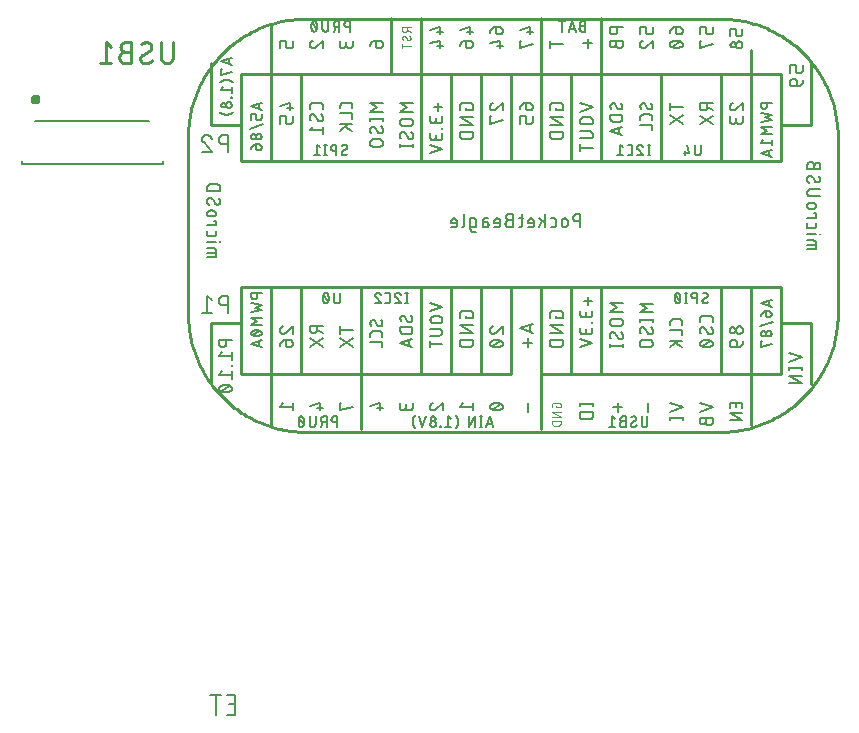
<source format=gbr>
G04 EAGLE Gerber RS-274X export*
G75*
%MOMM*%
%FSLAX34Y34*%
%LPD*%
%INSilkscreen Bottom*%
%IPPOS*%
%AMOC8*
5,1,8,0,0,1.08239X$1,22.5*%
G01*
%ADD10C,0.152400*%
%ADD11C,0.254000*%
%ADD12C,0.127000*%
%ADD13C,0.101600*%
%ADD14C,0.203200*%
%ADD15C,0.400000*%
%ADD16C,0.200000*%


D10*
X487313Y89662D02*
X494538Y89662D01*
X494538Y105918D01*
X487313Y105918D01*
X489119Y98693D02*
X494538Y98693D01*
X478068Y105918D02*
X478068Y89662D01*
X482584Y105918D02*
X473553Y105918D01*
D11*
X554570Y678930D02*
X904570Y678930D01*
X906986Y678901D01*
X909401Y678813D01*
X911813Y678667D01*
X914221Y678463D01*
X916624Y678201D01*
X919019Y677881D01*
X921406Y677503D01*
X923783Y677067D01*
X926148Y676574D01*
X928502Y676024D01*
X930841Y675418D01*
X933165Y674755D01*
X935472Y674036D01*
X937761Y673261D01*
X940030Y672432D01*
X942279Y671547D01*
X944506Y670609D01*
X946710Y669617D01*
X948889Y668573D01*
X951042Y667476D01*
X953168Y666327D01*
X955266Y665127D01*
X957334Y663877D01*
X959371Y662577D01*
X961376Y661228D01*
X963349Y659832D01*
X965286Y658388D01*
X967189Y656897D01*
X969054Y655362D01*
X970882Y653781D01*
X972672Y652157D01*
X974421Y650490D01*
X976130Y648781D01*
X977797Y647032D01*
X979421Y645242D01*
X981002Y643414D01*
X982537Y641549D01*
X984028Y639646D01*
X985472Y637709D01*
X986868Y635736D01*
X988217Y633731D01*
X989517Y631694D01*
X990767Y629626D01*
X991967Y627528D01*
X993116Y625402D01*
X994213Y623249D01*
X995257Y621070D01*
X996249Y618866D01*
X997187Y616639D01*
X998072Y614390D01*
X998901Y612121D01*
X999676Y609832D01*
X1000395Y607525D01*
X1001058Y605201D01*
X1001664Y602862D01*
X1002214Y600508D01*
X1002707Y598143D01*
X1003143Y595766D01*
X1003521Y593379D01*
X1003841Y590984D01*
X1004103Y588581D01*
X1004307Y586173D01*
X1004453Y583761D01*
X1004541Y581346D01*
X1004570Y578930D01*
X1004570Y428930D01*
X1004541Y426514D01*
X1004453Y424099D01*
X1004307Y421687D01*
X1004103Y419279D01*
X1003841Y416876D01*
X1003521Y414481D01*
X1003143Y412094D01*
X1002707Y409717D01*
X1002214Y407352D01*
X1001664Y404998D01*
X1001058Y402659D01*
X1000395Y400335D01*
X999676Y398028D01*
X998901Y395739D01*
X998072Y393470D01*
X997187Y391221D01*
X996249Y388994D01*
X995257Y386790D01*
X994213Y384611D01*
X993116Y382458D01*
X991967Y380332D01*
X990767Y378234D01*
X989517Y376166D01*
X988217Y374129D01*
X986868Y372124D01*
X985472Y370151D01*
X984028Y368214D01*
X982537Y366311D01*
X981002Y364446D01*
X979421Y362618D01*
X977797Y360828D01*
X976130Y359079D01*
X974421Y357370D01*
X972672Y355703D01*
X970882Y354079D01*
X969054Y352498D01*
X967189Y350963D01*
X965286Y349472D01*
X963349Y348028D01*
X961376Y346632D01*
X959371Y345283D01*
X957334Y343983D01*
X955266Y342733D01*
X953168Y341533D01*
X951042Y340384D01*
X948889Y339287D01*
X946710Y338243D01*
X944506Y337251D01*
X942279Y336313D01*
X940030Y335428D01*
X937761Y334599D01*
X935472Y333824D01*
X933165Y333105D01*
X930841Y332442D01*
X928502Y331836D01*
X926148Y331286D01*
X923783Y330793D01*
X921406Y330357D01*
X919019Y329979D01*
X916624Y329659D01*
X914221Y329397D01*
X911813Y329193D01*
X909401Y329047D01*
X906986Y328959D01*
X904570Y328930D01*
X554570Y328930D01*
X552154Y328959D01*
X549739Y329047D01*
X547327Y329193D01*
X544919Y329397D01*
X542516Y329659D01*
X540121Y329979D01*
X537734Y330357D01*
X535357Y330793D01*
X532992Y331286D01*
X530638Y331836D01*
X528299Y332442D01*
X525975Y333105D01*
X523668Y333824D01*
X521379Y334599D01*
X519110Y335428D01*
X516861Y336313D01*
X514634Y337251D01*
X512430Y338243D01*
X510251Y339287D01*
X508098Y340384D01*
X505972Y341533D01*
X503874Y342733D01*
X501806Y343983D01*
X499769Y345283D01*
X497764Y346632D01*
X495791Y348028D01*
X493854Y349472D01*
X491951Y350963D01*
X490086Y352498D01*
X488258Y354079D01*
X486468Y355703D01*
X484719Y357370D01*
X483010Y359079D01*
X481343Y360828D01*
X479719Y362618D01*
X478138Y364446D01*
X476603Y366311D01*
X475112Y368214D01*
X473668Y370151D01*
X472272Y372124D01*
X470923Y374129D01*
X469623Y376166D01*
X468373Y378234D01*
X467173Y380332D01*
X466024Y382458D01*
X464927Y384611D01*
X463883Y386790D01*
X462891Y388994D01*
X461953Y391221D01*
X461068Y393470D01*
X460239Y395739D01*
X459464Y398028D01*
X458745Y400335D01*
X458082Y402659D01*
X457476Y404998D01*
X456926Y407352D01*
X456433Y409717D01*
X455997Y412094D01*
X455619Y414481D01*
X455299Y416876D01*
X455037Y419279D01*
X454833Y421687D01*
X454687Y424099D01*
X454599Y426514D01*
X454570Y428930D01*
X454570Y578930D01*
X454599Y581346D01*
X454687Y583761D01*
X454833Y586173D01*
X455037Y588581D01*
X455299Y590984D01*
X455619Y593379D01*
X455997Y595766D01*
X456433Y598143D01*
X456926Y600508D01*
X457476Y602862D01*
X458082Y605201D01*
X458745Y607525D01*
X459464Y609832D01*
X460239Y612121D01*
X461068Y614390D01*
X461953Y616639D01*
X462891Y618866D01*
X463883Y621070D01*
X464927Y623249D01*
X466024Y625402D01*
X467173Y627528D01*
X468373Y629626D01*
X469623Y631694D01*
X470923Y633731D01*
X472272Y635736D01*
X473668Y637709D01*
X475112Y639646D01*
X476603Y641549D01*
X478138Y643414D01*
X479719Y645242D01*
X481343Y647032D01*
X483010Y648781D01*
X484719Y650490D01*
X486468Y652157D01*
X488258Y653781D01*
X490086Y655362D01*
X491951Y656897D01*
X493854Y658388D01*
X495791Y659832D01*
X497764Y661228D01*
X499769Y662577D01*
X501806Y663877D01*
X503874Y665127D01*
X505972Y666327D01*
X508098Y667476D01*
X510251Y668573D01*
X512430Y669617D01*
X514634Y670609D01*
X516861Y671547D01*
X519110Y672432D01*
X521379Y673261D01*
X523668Y674036D01*
X525975Y674755D01*
X528299Y675418D01*
X530638Y676024D01*
X532992Y676574D01*
X535357Y677067D01*
X537734Y677503D01*
X540121Y677881D01*
X542516Y678201D01*
X544919Y678463D01*
X547327Y678667D01*
X549739Y678813D01*
X552154Y678901D01*
X554570Y678930D01*
D10*
X786638Y513588D02*
X786638Y502412D01*
X786638Y513588D02*
X783534Y513588D01*
X783423Y513586D01*
X783313Y513580D01*
X783202Y513570D01*
X783092Y513556D01*
X782983Y513539D01*
X782874Y513517D01*
X782766Y513492D01*
X782660Y513462D01*
X782554Y513429D01*
X782449Y513392D01*
X782346Y513352D01*
X782245Y513307D01*
X782145Y513260D01*
X782046Y513208D01*
X781950Y513153D01*
X781856Y513095D01*
X781764Y513034D01*
X781674Y512969D01*
X781586Y512901D01*
X781501Y512830D01*
X781419Y512756D01*
X781339Y512679D01*
X781262Y512599D01*
X781188Y512517D01*
X781117Y512432D01*
X781049Y512344D01*
X780984Y512254D01*
X780923Y512162D01*
X780865Y512068D01*
X780810Y511972D01*
X780758Y511873D01*
X780711Y511773D01*
X780666Y511672D01*
X780626Y511569D01*
X780589Y511464D01*
X780556Y511358D01*
X780526Y511252D01*
X780501Y511144D01*
X780479Y511035D01*
X780462Y510926D01*
X780448Y510816D01*
X780438Y510705D01*
X780432Y510595D01*
X780430Y510484D01*
X780432Y510373D01*
X780438Y510263D01*
X780448Y510152D01*
X780462Y510042D01*
X780479Y509933D01*
X780501Y509824D01*
X780526Y509716D01*
X780556Y509610D01*
X780589Y509504D01*
X780626Y509399D01*
X780666Y509296D01*
X780711Y509195D01*
X780758Y509095D01*
X780810Y508996D01*
X780865Y508900D01*
X780923Y508806D01*
X780984Y508714D01*
X781049Y508624D01*
X781117Y508536D01*
X781188Y508451D01*
X781262Y508369D01*
X781339Y508289D01*
X781419Y508212D01*
X781501Y508138D01*
X781586Y508067D01*
X781674Y507999D01*
X781764Y507934D01*
X781856Y507873D01*
X781950Y507815D01*
X782046Y507760D01*
X782145Y507708D01*
X782245Y507661D01*
X782346Y507616D01*
X782449Y507576D01*
X782554Y507539D01*
X782660Y507506D01*
X782766Y507476D01*
X782874Y507451D01*
X782983Y507429D01*
X783092Y507412D01*
X783202Y507398D01*
X783313Y507388D01*
X783423Y507382D01*
X783534Y507380D01*
X783534Y507379D02*
X786638Y507379D01*
X775942Y507379D02*
X775942Y504896D01*
X775942Y507379D02*
X775940Y507478D01*
X775934Y507576D01*
X775924Y507675D01*
X775911Y507772D01*
X775893Y507870D01*
X775872Y507966D01*
X775846Y508062D01*
X775817Y508156D01*
X775785Y508249D01*
X775748Y508341D01*
X775708Y508431D01*
X775664Y508520D01*
X775617Y508607D01*
X775567Y508692D01*
X775513Y508774D01*
X775456Y508855D01*
X775396Y508933D01*
X775332Y509009D01*
X775266Y509082D01*
X775197Y509153D01*
X775125Y509221D01*
X775050Y509285D01*
X774973Y509347D01*
X774894Y509406D01*
X774812Y509461D01*
X774728Y509514D01*
X774643Y509562D01*
X774555Y509608D01*
X774465Y509650D01*
X774374Y509688D01*
X774282Y509722D01*
X774188Y509753D01*
X774093Y509780D01*
X773997Y509804D01*
X773900Y509823D01*
X773803Y509839D01*
X773705Y509851D01*
X773606Y509859D01*
X773507Y509863D01*
X773409Y509863D01*
X773310Y509859D01*
X773211Y509851D01*
X773113Y509839D01*
X773016Y509823D01*
X772919Y509804D01*
X772823Y509780D01*
X772728Y509753D01*
X772634Y509722D01*
X772542Y509688D01*
X772451Y509650D01*
X772361Y509608D01*
X772273Y509562D01*
X772188Y509514D01*
X772104Y509461D01*
X772022Y509406D01*
X771943Y509347D01*
X771866Y509285D01*
X771791Y509221D01*
X771719Y509153D01*
X771650Y509082D01*
X771584Y509009D01*
X771520Y508933D01*
X771460Y508855D01*
X771403Y508774D01*
X771349Y508692D01*
X771299Y508607D01*
X771252Y508520D01*
X771208Y508431D01*
X771168Y508341D01*
X771131Y508249D01*
X771099Y508156D01*
X771070Y508062D01*
X771044Y507966D01*
X771023Y507870D01*
X771005Y507772D01*
X770992Y507675D01*
X770982Y507576D01*
X770976Y507478D01*
X770974Y507379D01*
X770975Y507379D02*
X770975Y504896D01*
X770974Y504896D02*
X770976Y504797D01*
X770982Y504699D01*
X770992Y504600D01*
X771005Y504503D01*
X771023Y504405D01*
X771044Y504309D01*
X771070Y504213D01*
X771099Y504119D01*
X771131Y504026D01*
X771168Y503934D01*
X771208Y503844D01*
X771252Y503755D01*
X771299Y503668D01*
X771349Y503583D01*
X771403Y503501D01*
X771460Y503420D01*
X771520Y503342D01*
X771584Y503266D01*
X771650Y503193D01*
X771719Y503122D01*
X771791Y503054D01*
X771866Y502990D01*
X771943Y502928D01*
X772022Y502869D01*
X772104Y502814D01*
X772188Y502761D01*
X772273Y502713D01*
X772361Y502667D01*
X772451Y502625D01*
X772542Y502587D01*
X772634Y502553D01*
X772728Y502522D01*
X772823Y502495D01*
X772919Y502471D01*
X773016Y502452D01*
X773113Y502436D01*
X773211Y502424D01*
X773310Y502416D01*
X773409Y502412D01*
X773507Y502412D01*
X773606Y502416D01*
X773705Y502424D01*
X773803Y502436D01*
X773900Y502452D01*
X773997Y502471D01*
X774093Y502495D01*
X774188Y502522D01*
X774282Y502553D01*
X774374Y502587D01*
X774465Y502625D01*
X774555Y502667D01*
X774643Y502713D01*
X774728Y502761D01*
X774812Y502814D01*
X774894Y502869D01*
X774973Y502928D01*
X775050Y502990D01*
X775125Y503054D01*
X775197Y503122D01*
X775266Y503193D01*
X775332Y503266D01*
X775396Y503342D01*
X775456Y503420D01*
X775513Y503501D01*
X775567Y503583D01*
X775617Y503668D01*
X775664Y503755D01*
X775708Y503844D01*
X775748Y503934D01*
X775785Y504026D01*
X775817Y504119D01*
X775846Y504213D01*
X775872Y504309D01*
X775893Y504405D01*
X775911Y504503D01*
X775924Y504600D01*
X775934Y504699D01*
X775940Y504797D01*
X775942Y504896D01*
X764157Y502412D02*
X761673Y502412D01*
X764157Y502412D02*
X764241Y502414D01*
X764324Y502420D01*
X764407Y502429D01*
X764490Y502442D01*
X764572Y502459D01*
X764653Y502479D01*
X764733Y502503D01*
X764812Y502531D01*
X764889Y502562D01*
X764965Y502596D01*
X765040Y502634D01*
X765113Y502676D01*
X765183Y502720D01*
X765252Y502768D01*
X765319Y502818D01*
X765383Y502872D01*
X765444Y502928D01*
X765504Y502988D01*
X765560Y503049D01*
X765614Y503113D01*
X765664Y503180D01*
X765712Y503249D01*
X765756Y503319D01*
X765798Y503392D01*
X765836Y503467D01*
X765870Y503543D01*
X765901Y503620D01*
X765929Y503699D01*
X765953Y503779D01*
X765973Y503860D01*
X765990Y503942D01*
X766003Y504025D01*
X766013Y504108D01*
X766018Y504191D01*
X766020Y504275D01*
X766019Y504275D02*
X766019Y508000D01*
X766020Y508000D02*
X766018Y508084D01*
X766013Y508167D01*
X766003Y508250D01*
X765990Y508333D01*
X765973Y508415D01*
X765953Y508496D01*
X765929Y508576D01*
X765901Y508655D01*
X765870Y508732D01*
X765836Y508808D01*
X765798Y508883D01*
X765756Y508956D01*
X765712Y509026D01*
X765664Y509095D01*
X765614Y509162D01*
X765560Y509226D01*
X765504Y509287D01*
X765444Y509347D01*
X765383Y509403D01*
X765319Y509457D01*
X765252Y509507D01*
X765183Y509555D01*
X765113Y509599D01*
X765040Y509641D01*
X764965Y509679D01*
X764889Y509713D01*
X764812Y509744D01*
X764733Y509772D01*
X764653Y509796D01*
X764572Y509816D01*
X764490Y509833D01*
X764407Y509846D01*
X764324Y509856D01*
X764241Y509861D01*
X764157Y509863D01*
X761673Y509863D01*
X756723Y513588D02*
X756723Y502412D01*
X756723Y506137D02*
X751755Y509863D01*
X754549Y507690D02*
X751755Y502412D01*
X745504Y502412D02*
X742400Y502412D01*
X745504Y502412D02*
X745588Y502414D01*
X745671Y502420D01*
X745754Y502429D01*
X745837Y502442D01*
X745919Y502459D01*
X746000Y502479D01*
X746080Y502503D01*
X746159Y502531D01*
X746236Y502562D01*
X746312Y502596D01*
X746387Y502634D01*
X746460Y502676D01*
X746530Y502720D01*
X746599Y502768D01*
X746666Y502818D01*
X746730Y502872D01*
X746791Y502928D01*
X746851Y502988D01*
X746907Y503049D01*
X746961Y503113D01*
X747011Y503180D01*
X747059Y503249D01*
X747103Y503319D01*
X747145Y503392D01*
X747183Y503467D01*
X747217Y503543D01*
X747248Y503620D01*
X747276Y503699D01*
X747300Y503779D01*
X747320Y503860D01*
X747337Y503942D01*
X747350Y504025D01*
X747360Y504108D01*
X747365Y504191D01*
X747367Y504275D01*
X747367Y507379D01*
X747365Y507478D01*
X747359Y507576D01*
X747349Y507675D01*
X747336Y507772D01*
X747318Y507870D01*
X747297Y507966D01*
X747271Y508062D01*
X747242Y508156D01*
X747210Y508249D01*
X747173Y508341D01*
X747133Y508431D01*
X747089Y508520D01*
X747042Y508607D01*
X746992Y508692D01*
X746938Y508774D01*
X746881Y508855D01*
X746821Y508933D01*
X746757Y509009D01*
X746691Y509082D01*
X746622Y509153D01*
X746550Y509221D01*
X746475Y509285D01*
X746398Y509347D01*
X746319Y509406D01*
X746237Y509461D01*
X746153Y509514D01*
X746068Y509562D01*
X745980Y509608D01*
X745890Y509650D01*
X745799Y509688D01*
X745707Y509722D01*
X745613Y509753D01*
X745518Y509780D01*
X745422Y509804D01*
X745325Y509823D01*
X745228Y509839D01*
X745130Y509851D01*
X745031Y509859D01*
X744932Y509863D01*
X744834Y509863D01*
X744735Y509859D01*
X744636Y509851D01*
X744538Y509839D01*
X744441Y509823D01*
X744344Y509804D01*
X744248Y509780D01*
X744153Y509753D01*
X744059Y509722D01*
X743967Y509688D01*
X743876Y509650D01*
X743786Y509608D01*
X743698Y509562D01*
X743613Y509514D01*
X743529Y509461D01*
X743447Y509406D01*
X743368Y509347D01*
X743291Y509285D01*
X743216Y509221D01*
X743144Y509153D01*
X743075Y509082D01*
X743009Y509009D01*
X742945Y508933D01*
X742885Y508855D01*
X742828Y508774D01*
X742774Y508692D01*
X742724Y508607D01*
X742677Y508520D01*
X742633Y508431D01*
X742593Y508341D01*
X742556Y508249D01*
X742524Y508156D01*
X742495Y508062D01*
X742469Y507966D01*
X742448Y507870D01*
X742430Y507772D01*
X742417Y507675D01*
X742407Y507576D01*
X742401Y507478D01*
X742399Y507379D01*
X742400Y507379D02*
X742400Y506137D01*
X747367Y506137D01*
X738480Y509863D02*
X734754Y509863D01*
X737238Y513588D02*
X737238Y504275D01*
X737236Y504191D01*
X737230Y504108D01*
X737221Y504025D01*
X737208Y503942D01*
X737191Y503860D01*
X737171Y503779D01*
X737147Y503699D01*
X737119Y503620D01*
X737088Y503543D01*
X737054Y503467D01*
X737016Y503392D01*
X736974Y503319D01*
X736930Y503249D01*
X736882Y503180D01*
X736832Y503113D01*
X736778Y503049D01*
X736722Y502988D01*
X736662Y502928D01*
X736601Y502872D01*
X736537Y502818D01*
X736470Y502768D01*
X736401Y502720D01*
X736331Y502676D01*
X736258Y502634D01*
X736183Y502596D01*
X736107Y502562D01*
X736030Y502531D01*
X735951Y502503D01*
X735871Y502479D01*
X735790Y502459D01*
X735708Y502442D01*
X735625Y502429D01*
X735542Y502419D01*
X735459Y502414D01*
X735375Y502412D01*
X734754Y502412D01*
X729488Y508621D02*
X726384Y508621D01*
X726384Y508620D02*
X726273Y508618D01*
X726163Y508612D01*
X726052Y508602D01*
X725942Y508588D01*
X725833Y508571D01*
X725724Y508549D01*
X725616Y508524D01*
X725510Y508494D01*
X725404Y508461D01*
X725299Y508424D01*
X725196Y508384D01*
X725095Y508339D01*
X724995Y508292D01*
X724896Y508240D01*
X724800Y508185D01*
X724706Y508127D01*
X724614Y508066D01*
X724524Y508001D01*
X724436Y507933D01*
X724351Y507862D01*
X724269Y507788D01*
X724189Y507711D01*
X724112Y507631D01*
X724038Y507549D01*
X723967Y507464D01*
X723899Y507376D01*
X723834Y507286D01*
X723773Y507194D01*
X723715Y507100D01*
X723660Y507004D01*
X723608Y506905D01*
X723561Y506805D01*
X723516Y506704D01*
X723476Y506601D01*
X723439Y506496D01*
X723406Y506390D01*
X723376Y506284D01*
X723351Y506176D01*
X723329Y506067D01*
X723312Y505958D01*
X723298Y505848D01*
X723288Y505737D01*
X723282Y505627D01*
X723280Y505516D01*
X723282Y505405D01*
X723288Y505295D01*
X723298Y505184D01*
X723312Y505074D01*
X723329Y504965D01*
X723351Y504856D01*
X723376Y504748D01*
X723406Y504642D01*
X723439Y504536D01*
X723476Y504431D01*
X723516Y504328D01*
X723561Y504227D01*
X723608Y504127D01*
X723660Y504028D01*
X723715Y503932D01*
X723773Y503838D01*
X723834Y503746D01*
X723899Y503656D01*
X723967Y503568D01*
X724038Y503483D01*
X724112Y503401D01*
X724189Y503321D01*
X724269Y503244D01*
X724351Y503170D01*
X724436Y503099D01*
X724524Y503031D01*
X724614Y502966D01*
X724706Y502905D01*
X724800Y502847D01*
X724896Y502792D01*
X724995Y502740D01*
X725095Y502693D01*
X725196Y502648D01*
X725299Y502608D01*
X725404Y502571D01*
X725510Y502538D01*
X725616Y502508D01*
X725724Y502483D01*
X725833Y502461D01*
X725942Y502444D01*
X726052Y502430D01*
X726163Y502420D01*
X726273Y502414D01*
X726384Y502412D01*
X729488Y502412D01*
X729488Y513588D01*
X726384Y513588D01*
X726285Y513586D01*
X726187Y513580D01*
X726088Y513570D01*
X725991Y513557D01*
X725893Y513539D01*
X725797Y513518D01*
X725701Y513492D01*
X725607Y513463D01*
X725514Y513431D01*
X725422Y513394D01*
X725332Y513354D01*
X725243Y513310D01*
X725156Y513263D01*
X725071Y513213D01*
X724989Y513159D01*
X724908Y513102D01*
X724830Y513042D01*
X724754Y512978D01*
X724681Y512912D01*
X724610Y512843D01*
X724542Y512771D01*
X724478Y512696D01*
X724416Y512619D01*
X724357Y512540D01*
X724302Y512458D01*
X724249Y512374D01*
X724201Y512289D01*
X724155Y512201D01*
X724113Y512111D01*
X724075Y512020D01*
X724041Y511928D01*
X724010Y511834D01*
X723983Y511739D01*
X723959Y511643D01*
X723940Y511546D01*
X723924Y511449D01*
X723912Y511351D01*
X723904Y511252D01*
X723900Y511153D01*
X723900Y511055D01*
X723904Y510956D01*
X723912Y510857D01*
X723924Y510759D01*
X723940Y510662D01*
X723959Y510565D01*
X723983Y510469D01*
X724010Y510374D01*
X724041Y510280D01*
X724075Y510188D01*
X724113Y510097D01*
X724155Y510007D01*
X724201Y509919D01*
X724249Y509834D01*
X724302Y509750D01*
X724357Y509668D01*
X724416Y509589D01*
X724478Y509512D01*
X724542Y509437D01*
X724610Y509365D01*
X724681Y509296D01*
X724754Y509230D01*
X724830Y509166D01*
X724908Y509106D01*
X724989Y509049D01*
X725071Y508995D01*
X725156Y508945D01*
X725243Y508898D01*
X725332Y508854D01*
X725422Y508814D01*
X725514Y508777D01*
X725607Y508745D01*
X725701Y508716D01*
X725797Y508690D01*
X725893Y508669D01*
X725991Y508651D01*
X726088Y508638D01*
X726187Y508628D01*
X726285Y508622D01*
X726384Y508620D01*
X716929Y502412D02*
X713825Y502412D01*
X716929Y502412D02*
X717013Y502414D01*
X717096Y502420D01*
X717179Y502429D01*
X717262Y502442D01*
X717344Y502459D01*
X717425Y502479D01*
X717505Y502503D01*
X717584Y502531D01*
X717661Y502562D01*
X717737Y502596D01*
X717812Y502634D01*
X717885Y502676D01*
X717955Y502720D01*
X718024Y502768D01*
X718091Y502818D01*
X718155Y502872D01*
X718216Y502928D01*
X718276Y502988D01*
X718332Y503049D01*
X718386Y503113D01*
X718436Y503180D01*
X718484Y503249D01*
X718528Y503319D01*
X718570Y503392D01*
X718608Y503467D01*
X718642Y503543D01*
X718673Y503620D01*
X718701Y503699D01*
X718725Y503779D01*
X718745Y503860D01*
X718762Y503942D01*
X718775Y504025D01*
X718785Y504108D01*
X718790Y504191D01*
X718792Y504275D01*
X718792Y507379D01*
X718790Y507478D01*
X718784Y507576D01*
X718774Y507675D01*
X718761Y507772D01*
X718743Y507870D01*
X718722Y507966D01*
X718696Y508062D01*
X718667Y508156D01*
X718635Y508249D01*
X718598Y508341D01*
X718558Y508431D01*
X718514Y508520D01*
X718467Y508607D01*
X718417Y508692D01*
X718363Y508774D01*
X718306Y508855D01*
X718246Y508933D01*
X718182Y509009D01*
X718116Y509082D01*
X718047Y509153D01*
X717975Y509221D01*
X717900Y509285D01*
X717823Y509347D01*
X717744Y509406D01*
X717662Y509461D01*
X717578Y509514D01*
X717493Y509562D01*
X717405Y509608D01*
X717315Y509650D01*
X717224Y509688D01*
X717132Y509722D01*
X717038Y509753D01*
X716943Y509780D01*
X716847Y509804D01*
X716750Y509823D01*
X716653Y509839D01*
X716555Y509851D01*
X716456Y509859D01*
X716357Y509863D01*
X716259Y509863D01*
X716160Y509859D01*
X716061Y509851D01*
X715963Y509839D01*
X715866Y509823D01*
X715769Y509804D01*
X715673Y509780D01*
X715578Y509753D01*
X715484Y509722D01*
X715392Y509688D01*
X715301Y509650D01*
X715211Y509608D01*
X715123Y509562D01*
X715038Y509514D01*
X714954Y509461D01*
X714872Y509406D01*
X714793Y509347D01*
X714716Y509285D01*
X714641Y509221D01*
X714569Y509153D01*
X714500Y509082D01*
X714434Y509009D01*
X714370Y508933D01*
X714310Y508855D01*
X714253Y508774D01*
X714199Y508692D01*
X714149Y508607D01*
X714102Y508520D01*
X714058Y508431D01*
X714018Y508341D01*
X713981Y508249D01*
X713949Y508156D01*
X713920Y508062D01*
X713894Y507966D01*
X713873Y507870D01*
X713855Y507772D01*
X713842Y507675D01*
X713832Y507576D01*
X713826Y507478D01*
X713824Y507379D01*
X713825Y507379D02*
X713825Y506137D01*
X718792Y506137D01*
X706787Y506758D02*
X703993Y506758D01*
X706787Y506758D02*
X706879Y506756D01*
X706971Y506750D01*
X707063Y506740D01*
X707154Y506727D01*
X707245Y506709D01*
X707335Y506688D01*
X707423Y506663D01*
X707511Y506634D01*
X707597Y506601D01*
X707682Y506565D01*
X707765Y506525D01*
X707847Y506482D01*
X707926Y506435D01*
X708004Y506385D01*
X708079Y506332D01*
X708152Y506276D01*
X708223Y506216D01*
X708291Y506154D01*
X708356Y506089D01*
X708418Y506021D01*
X708478Y505950D01*
X708534Y505877D01*
X708587Y505802D01*
X708637Y505724D01*
X708684Y505645D01*
X708727Y505563D01*
X708767Y505480D01*
X708803Y505395D01*
X708836Y505309D01*
X708865Y505221D01*
X708890Y505133D01*
X708911Y505043D01*
X708929Y504952D01*
X708942Y504861D01*
X708952Y504769D01*
X708958Y504677D01*
X708960Y504585D01*
X708958Y504493D01*
X708952Y504401D01*
X708942Y504309D01*
X708929Y504218D01*
X708911Y504127D01*
X708890Y504037D01*
X708865Y503949D01*
X708836Y503861D01*
X708803Y503775D01*
X708767Y503690D01*
X708727Y503607D01*
X708684Y503525D01*
X708637Y503446D01*
X708587Y503368D01*
X708534Y503293D01*
X708478Y503220D01*
X708418Y503149D01*
X708356Y503081D01*
X708291Y503016D01*
X708223Y502954D01*
X708152Y502894D01*
X708079Y502838D01*
X708004Y502785D01*
X707926Y502735D01*
X707847Y502688D01*
X707765Y502645D01*
X707682Y502605D01*
X707597Y502569D01*
X707511Y502536D01*
X707423Y502507D01*
X707335Y502482D01*
X707245Y502461D01*
X707154Y502443D01*
X707063Y502430D01*
X706971Y502420D01*
X706879Y502414D01*
X706787Y502412D01*
X703993Y502412D01*
X703993Y508000D01*
X703992Y508000D02*
X703994Y508084D01*
X704000Y508167D01*
X704009Y508250D01*
X704022Y508333D01*
X704039Y508415D01*
X704059Y508496D01*
X704083Y508576D01*
X704111Y508655D01*
X704142Y508732D01*
X704176Y508808D01*
X704214Y508883D01*
X704256Y508956D01*
X704300Y509026D01*
X704348Y509095D01*
X704398Y509162D01*
X704452Y509226D01*
X704508Y509287D01*
X704568Y509347D01*
X704629Y509403D01*
X704693Y509457D01*
X704760Y509507D01*
X704829Y509555D01*
X704899Y509599D01*
X704972Y509641D01*
X705047Y509679D01*
X705123Y509713D01*
X705200Y509744D01*
X705279Y509772D01*
X705359Y509796D01*
X705440Y509816D01*
X705522Y509833D01*
X705605Y509846D01*
X705688Y509856D01*
X705771Y509861D01*
X705855Y509863D01*
X708339Y509863D01*
X696810Y502412D02*
X693706Y502412D01*
X696810Y502412D02*
X696894Y502414D01*
X696977Y502420D01*
X697060Y502429D01*
X697143Y502442D01*
X697225Y502459D01*
X697306Y502479D01*
X697386Y502503D01*
X697465Y502531D01*
X697542Y502562D01*
X697618Y502596D01*
X697693Y502634D01*
X697766Y502676D01*
X697836Y502720D01*
X697905Y502768D01*
X697972Y502818D01*
X698036Y502872D01*
X698097Y502928D01*
X698157Y502988D01*
X698213Y503049D01*
X698267Y503113D01*
X698317Y503180D01*
X698365Y503249D01*
X698409Y503319D01*
X698451Y503392D01*
X698489Y503467D01*
X698523Y503543D01*
X698554Y503620D01*
X698582Y503699D01*
X698606Y503779D01*
X698626Y503860D01*
X698643Y503942D01*
X698656Y504025D01*
X698666Y504108D01*
X698671Y504191D01*
X698673Y504275D01*
X698673Y508000D01*
X698671Y508084D01*
X698666Y508167D01*
X698656Y508250D01*
X698643Y508333D01*
X698626Y508415D01*
X698606Y508496D01*
X698582Y508576D01*
X698554Y508655D01*
X698523Y508732D01*
X698489Y508808D01*
X698451Y508883D01*
X698409Y508956D01*
X698365Y509026D01*
X698317Y509095D01*
X698267Y509162D01*
X698213Y509226D01*
X698157Y509287D01*
X698097Y509347D01*
X698036Y509403D01*
X697972Y509457D01*
X697905Y509507D01*
X697836Y509555D01*
X697766Y509599D01*
X697693Y509641D01*
X697618Y509679D01*
X697542Y509713D01*
X697465Y509744D01*
X697386Y509772D01*
X697306Y509796D01*
X697225Y509816D01*
X697143Y509833D01*
X697060Y509846D01*
X696977Y509856D01*
X696894Y509861D01*
X696810Y509863D01*
X693706Y509863D01*
X693706Y500549D01*
X693705Y500549D02*
X693707Y500465D01*
X693712Y500382D01*
X693722Y500299D01*
X693735Y500216D01*
X693752Y500134D01*
X693772Y500053D01*
X693796Y499973D01*
X693824Y499894D01*
X693855Y499817D01*
X693889Y499741D01*
X693927Y499666D01*
X693969Y499593D01*
X694013Y499523D01*
X694061Y499454D01*
X694111Y499387D01*
X694165Y499323D01*
X694221Y499262D01*
X694281Y499202D01*
X694342Y499146D01*
X694406Y499092D01*
X694473Y499042D01*
X694542Y498994D01*
X694612Y498950D01*
X694685Y498908D01*
X694760Y498870D01*
X694836Y498836D01*
X694913Y498805D01*
X694992Y498777D01*
X695072Y498753D01*
X695153Y498733D01*
X695235Y498716D01*
X695318Y498703D01*
X695401Y498693D01*
X695484Y498688D01*
X695568Y498686D01*
X695568Y498687D02*
X698052Y498687D01*
X688220Y504275D02*
X688220Y513588D01*
X688221Y504275D02*
X688219Y504189D01*
X688213Y504103D01*
X688203Y504018D01*
X688189Y503933D01*
X688172Y503848D01*
X688150Y503765D01*
X688124Y503683D01*
X688095Y503602D01*
X688062Y503523D01*
X688026Y503445D01*
X687986Y503368D01*
X687942Y503294D01*
X687895Y503222D01*
X687845Y503152D01*
X687791Y503085D01*
X687735Y503020D01*
X687675Y502958D01*
X687613Y502898D01*
X687548Y502842D01*
X687481Y502788D01*
X687411Y502738D01*
X687339Y502691D01*
X687265Y502647D01*
X687188Y502607D01*
X687111Y502571D01*
X687031Y502538D01*
X686950Y502509D01*
X686868Y502483D01*
X686785Y502461D01*
X686700Y502444D01*
X686615Y502430D01*
X686530Y502420D01*
X686444Y502414D01*
X686358Y502412D01*
X680353Y502412D02*
X677249Y502412D01*
X680353Y502412D02*
X680437Y502414D01*
X680520Y502420D01*
X680603Y502429D01*
X680686Y502442D01*
X680768Y502459D01*
X680849Y502479D01*
X680929Y502503D01*
X681008Y502531D01*
X681085Y502562D01*
X681161Y502596D01*
X681236Y502634D01*
X681309Y502676D01*
X681379Y502720D01*
X681448Y502768D01*
X681515Y502818D01*
X681579Y502872D01*
X681640Y502928D01*
X681700Y502988D01*
X681756Y503049D01*
X681810Y503113D01*
X681860Y503180D01*
X681908Y503249D01*
X681952Y503319D01*
X681994Y503392D01*
X682032Y503467D01*
X682066Y503543D01*
X682097Y503620D01*
X682125Y503699D01*
X682149Y503779D01*
X682169Y503860D01*
X682186Y503942D01*
X682199Y504025D01*
X682209Y504108D01*
X682214Y504191D01*
X682216Y504275D01*
X682216Y507379D01*
X682217Y507379D02*
X682215Y507478D01*
X682209Y507576D01*
X682199Y507675D01*
X682186Y507772D01*
X682168Y507870D01*
X682147Y507966D01*
X682121Y508062D01*
X682092Y508156D01*
X682060Y508249D01*
X682023Y508341D01*
X681983Y508431D01*
X681939Y508520D01*
X681892Y508607D01*
X681842Y508692D01*
X681788Y508774D01*
X681731Y508855D01*
X681671Y508933D01*
X681607Y509009D01*
X681541Y509082D01*
X681472Y509153D01*
X681400Y509221D01*
X681325Y509285D01*
X681248Y509347D01*
X681169Y509406D01*
X681087Y509461D01*
X681003Y509514D01*
X680918Y509562D01*
X680830Y509608D01*
X680740Y509650D01*
X680649Y509688D01*
X680557Y509722D01*
X680463Y509753D01*
X680368Y509780D01*
X680272Y509804D01*
X680175Y509823D01*
X680078Y509839D01*
X679980Y509851D01*
X679881Y509859D01*
X679782Y509863D01*
X679684Y509863D01*
X679585Y509859D01*
X679486Y509851D01*
X679388Y509839D01*
X679291Y509823D01*
X679194Y509804D01*
X679098Y509780D01*
X679003Y509753D01*
X678909Y509722D01*
X678817Y509688D01*
X678726Y509650D01*
X678636Y509608D01*
X678548Y509562D01*
X678463Y509514D01*
X678379Y509461D01*
X678297Y509406D01*
X678218Y509347D01*
X678141Y509285D01*
X678066Y509221D01*
X677994Y509153D01*
X677925Y509082D01*
X677859Y509009D01*
X677795Y508933D01*
X677735Y508855D01*
X677678Y508774D01*
X677624Y508692D01*
X677574Y508607D01*
X677527Y508520D01*
X677483Y508431D01*
X677443Y508341D01*
X677406Y508249D01*
X677374Y508156D01*
X677345Y508062D01*
X677319Y507966D01*
X677298Y507870D01*
X677280Y507772D01*
X677267Y507675D01*
X677257Y507576D01*
X677251Y507478D01*
X677249Y507379D01*
X677249Y506137D01*
X682216Y506137D01*
X978662Y483651D02*
X986113Y483651D01*
X986113Y489239D01*
X986111Y489323D01*
X986106Y489406D01*
X986096Y489489D01*
X986083Y489572D01*
X986066Y489654D01*
X986046Y489735D01*
X986022Y489815D01*
X985994Y489894D01*
X985963Y489971D01*
X985929Y490047D01*
X985891Y490122D01*
X985849Y490195D01*
X985805Y490265D01*
X985757Y490334D01*
X985707Y490401D01*
X985653Y490465D01*
X985597Y490526D01*
X985537Y490586D01*
X985476Y490642D01*
X985412Y490696D01*
X985345Y490746D01*
X985276Y490794D01*
X985206Y490838D01*
X985133Y490880D01*
X985058Y490918D01*
X984982Y490952D01*
X984905Y490983D01*
X984826Y491011D01*
X984746Y491035D01*
X984665Y491055D01*
X984583Y491072D01*
X984500Y491085D01*
X984417Y491095D01*
X984334Y491100D01*
X984250Y491102D01*
X978662Y491102D01*
X978662Y487377D02*
X986113Y487377D01*
X986113Y496521D02*
X978662Y496521D01*
X989217Y496210D02*
X989838Y496210D01*
X989838Y496831D01*
X989217Y496831D01*
X989217Y496210D01*
X978662Y503155D02*
X978662Y505639D01*
X978662Y503155D02*
X978664Y503071D01*
X978669Y502988D01*
X978679Y502905D01*
X978692Y502822D01*
X978709Y502740D01*
X978729Y502659D01*
X978753Y502579D01*
X978781Y502500D01*
X978812Y502423D01*
X978846Y502347D01*
X978884Y502272D01*
X978926Y502199D01*
X978970Y502129D01*
X979018Y502060D01*
X979068Y501993D01*
X979122Y501929D01*
X979178Y501868D01*
X979238Y501808D01*
X979299Y501752D01*
X979363Y501698D01*
X979430Y501648D01*
X979499Y501600D01*
X979569Y501556D01*
X979642Y501514D01*
X979717Y501476D01*
X979793Y501442D01*
X979870Y501411D01*
X979949Y501383D01*
X980029Y501359D01*
X980110Y501339D01*
X980192Y501322D01*
X980275Y501309D01*
X980358Y501299D01*
X980441Y501294D01*
X980525Y501292D01*
X980525Y501293D02*
X984250Y501293D01*
X984250Y501292D02*
X984334Y501294D01*
X984417Y501300D01*
X984500Y501309D01*
X984583Y501322D01*
X984665Y501339D01*
X984746Y501359D01*
X984826Y501383D01*
X984905Y501411D01*
X984982Y501442D01*
X985058Y501476D01*
X985133Y501514D01*
X985206Y501556D01*
X985276Y501600D01*
X985345Y501648D01*
X985412Y501698D01*
X985476Y501752D01*
X985537Y501808D01*
X985597Y501868D01*
X985653Y501929D01*
X985707Y501993D01*
X985757Y502060D01*
X985805Y502129D01*
X985849Y502199D01*
X985891Y502272D01*
X985929Y502347D01*
X985963Y502423D01*
X985994Y502500D01*
X986022Y502579D01*
X986046Y502659D01*
X986066Y502740D01*
X986083Y502822D01*
X986096Y502905D01*
X986106Y502988D01*
X986111Y503071D01*
X986113Y503155D01*
X986113Y505639D01*
X986113Y510503D02*
X978662Y510503D01*
X986113Y510503D02*
X986113Y514228D01*
X984871Y514228D01*
X983629Y518040D02*
X981146Y518040D01*
X983629Y518040D02*
X983728Y518042D01*
X983826Y518048D01*
X983925Y518058D01*
X984022Y518071D01*
X984120Y518089D01*
X984216Y518110D01*
X984312Y518136D01*
X984406Y518165D01*
X984499Y518197D01*
X984591Y518234D01*
X984681Y518274D01*
X984770Y518318D01*
X984857Y518365D01*
X984942Y518415D01*
X985024Y518469D01*
X985105Y518526D01*
X985183Y518586D01*
X985259Y518650D01*
X985332Y518716D01*
X985403Y518785D01*
X985471Y518857D01*
X985535Y518932D01*
X985597Y519009D01*
X985656Y519088D01*
X985711Y519170D01*
X985764Y519254D01*
X985812Y519339D01*
X985858Y519427D01*
X985900Y519517D01*
X985938Y519608D01*
X985972Y519700D01*
X986003Y519794D01*
X986030Y519889D01*
X986054Y519985D01*
X986073Y520082D01*
X986089Y520179D01*
X986101Y520277D01*
X986109Y520376D01*
X986113Y520475D01*
X986113Y520573D01*
X986109Y520672D01*
X986101Y520771D01*
X986089Y520869D01*
X986073Y520966D01*
X986054Y521063D01*
X986030Y521159D01*
X986003Y521254D01*
X985972Y521348D01*
X985938Y521440D01*
X985900Y521531D01*
X985858Y521621D01*
X985812Y521709D01*
X985764Y521794D01*
X985711Y521878D01*
X985656Y521960D01*
X985597Y522039D01*
X985535Y522116D01*
X985471Y522191D01*
X985403Y522263D01*
X985332Y522332D01*
X985259Y522398D01*
X985183Y522462D01*
X985105Y522522D01*
X985024Y522579D01*
X984942Y522633D01*
X984857Y522683D01*
X984770Y522730D01*
X984681Y522774D01*
X984591Y522814D01*
X984499Y522851D01*
X984406Y522883D01*
X984312Y522912D01*
X984216Y522938D01*
X984120Y522959D01*
X984022Y522977D01*
X983925Y522990D01*
X983826Y523000D01*
X983728Y523006D01*
X983629Y523008D01*
X983629Y523007D02*
X981146Y523007D01*
X981146Y523008D02*
X981047Y523006D01*
X980949Y523000D01*
X980850Y522990D01*
X980753Y522977D01*
X980655Y522959D01*
X980559Y522938D01*
X980463Y522912D01*
X980369Y522883D01*
X980276Y522851D01*
X980184Y522814D01*
X980094Y522774D01*
X980005Y522730D01*
X979918Y522683D01*
X979833Y522633D01*
X979751Y522579D01*
X979670Y522522D01*
X979592Y522462D01*
X979516Y522398D01*
X979443Y522332D01*
X979372Y522263D01*
X979304Y522191D01*
X979240Y522116D01*
X979178Y522039D01*
X979119Y521960D01*
X979064Y521878D01*
X979011Y521794D01*
X978963Y521709D01*
X978917Y521621D01*
X978875Y521531D01*
X978837Y521440D01*
X978803Y521348D01*
X978772Y521254D01*
X978745Y521159D01*
X978721Y521063D01*
X978702Y520966D01*
X978686Y520869D01*
X978674Y520771D01*
X978666Y520672D01*
X978662Y520573D01*
X978662Y520475D01*
X978666Y520376D01*
X978674Y520277D01*
X978686Y520179D01*
X978702Y520082D01*
X978721Y519985D01*
X978745Y519889D01*
X978772Y519794D01*
X978803Y519700D01*
X978837Y519608D01*
X978875Y519517D01*
X978917Y519427D01*
X978963Y519339D01*
X979011Y519254D01*
X979064Y519170D01*
X979119Y519088D01*
X979178Y519009D01*
X979240Y518932D01*
X979304Y518857D01*
X979372Y518785D01*
X979443Y518716D01*
X979516Y518650D01*
X979592Y518586D01*
X979670Y518526D01*
X979751Y518469D01*
X979833Y518415D01*
X979918Y518365D01*
X980005Y518318D01*
X980094Y518274D01*
X980184Y518234D01*
X980276Y518197D01*
X980369Y518165D01*
X980463Y518136D01*
X980559Y518110D01*
X980655Y518089D01*
X980753Y518071D01*
X980850Y518058D01*
X980949Y518048D01*
X981047Y518042D01*
X981146Y518040D01*
X981766Y528468D02*
X989838Y528468D01*
X981766Y528469D02*
X981655Y528471D01*
X981545Y528477D01*
X981434Y528487D01*
X981324Y528501D01*
X981215Y528518D01*
X981106Y528540D01*
X980998Y528565D01*
X980892Y528595D01*
X980786Y528628D01*
X980681Y528665D01*
X980578Y528705D01*
X980477Y528750D01*
X980377Y528797D01*
X980278Y528849D01*
X980182Y528904D01*
X980088Y528962D01*
X979996Y529023D01*
X979906Y529088D01*
X979818Y529156D01*
X979733Y529227D01*
X979651Y529301D01*
X979571Y529378D01*
X979494Y529458D01*
X979420Y529540D01*
X979349Y529625D01*
X979281Y529713D01*
X979216Y529803D01*
X979155Y529895D01*
X979097Y529989D01*
X979042Y530085D01*
X978990Y530184D01*
X978943Y530284D01*
X978898Y530385D01*
X978858Y530488D01*
X978821Y530593D01*
X978788Y530699D01*
X978758Y530805D01*
X978733Y530913D01*
X978711Y531022D01*
X978694Y531131D01*
X978680Y531241D01*
X978670Y531352D01*
X978664Y531462D01*
X978662Y531573D01*
X978664Y531684D01*
X978670Y531794D01*
X978680Y531905D01*
X978694Y532015D01*
X978711Y532124D01*
X978733Y532233D01*
X978758Y532341D01*
X978788Y532447D01*
X978821Y532553D01*
X978858Y532658D01*
X978898Y532761D01*
X978943Y532862D01*
X978990Y532962D01*
X979042Y533061D01*
X979097Y533157D01*
X979155Y533251D01*
X979216Y533343D01*
X979281Y533433D01*
X979349Y533521D01*
X979420Y533606D01*
X979494Y533688D01*
X979571Y533768D01*
X979651Y533845D01*
X979733Y533919D01*
X979818Y533990D01*
X979906Y534058D01*
X979996Y534123D01*
X980088Y534184D01*
X980182Y534242D01*
X980278Y534297D01*
X980377Y534349D01*
X980477Y534396D01*
X980578Y534441D01*
X980681Y534481D01*
X980786Y534518D01*
X980892Y534551D01*
X980998Y534581D01*
X981106Y534606D01*
X981215Y534628D01*
X981324Y534645D01*
X981434Y534659D01*
X981545Y534669D01*
X981655Y534675D01*
X981766Y534677D01*
X989838Y534677D01*
X978662Y543623D02*
X978664Y543721D01*
X978670Y543818D01*
X978679Y543915D01*
X978693Y544012D01*
X978710Y544108D01*
X978731Y544203D01*
X978755Y544297D01*
X978784Y544391D01*
X978816Y544483D01*
X978851Y544574D01*
X978890Y544663D01*
X978933Y544751D01*
X978979Y544837D01*
X979028Y544921D01*
X979081Y545003D01*
X979136Y545083D01*
X979195Y545161D01*
X979257Y545236D01*
X979322Y545309D01*
X979390Y545379D01*
X979460Y545447D01*
X979533Y545512D01*
X979608Y545574D01*
X979686Y545633D01*
X979766Y545688D01*
X979848Y545741D01*
X979932Y545790D01*
X980018Y545836D01*
X980106Y545879D01*
X980195Y545918D01*
X980286Y545953D01*
X980378Y545985D01*
X980472Y546014D01*
X980566Y546038D01*
X980661Y546059D01*
X980757Y546076D01*
X980854Y546090D01*
X980951Y546099D01*
X981048Y546105D01*
X981146Y546107D01*
X978662Y543623D02*
X978664Y543480D01*
X978670Y543337D01*
X978679Y543195D01*
X978693Y543053D01*
X978711Y542911D01*
X978732Y542770D01*
X978757Y542629D01*
X978786Y542489D01*
X978819Y542350D01*
X978855Y542212D01*
X978896Y542075D01*
X978940Y541939D01*
X978987Y541805D01*
X979039Y541671D01*
X979093Y541540D01*
X979152Y541409D01*
X979214Y541281D01*
X979279Y541154D01*
X979348Y541029D01*
X979421Y540905D01*
X979496Y540784D01*
X979575Y540665D01*
X979657Y540548D01*
X979743Y540434D01*
X979831Y540322D01*
X979922Y540212D01*
X980017Y540105D01*
X980114Y540000D01*
X980214Y539898D01*
X987354Y540208D02*
X987452Y540210D01*
X987549Y540216D01*
X987646Y540225D01*
X987743Y540239D01*
X987839Y540256D01*
X987934Y540277D01*
X988028Y540301D01*
X988122Y540330D01*
X988214Y540362D01*
X988305Y540397D01*
X988394Y540436D01*
X988482Y540479D01*
X988568Y540525D01*
X988652Y540574D01*
X988734Y540627D01*
X988814Y540682D01*
X988892Y540741D01*
X988967Y540803D01*
X989040Y540868D01*
X989110Y540936D01*
X989178Y541006D01*
X989243Y541079D01*
X989305Y541154D01*
X989364Y541232D01*
X989419Y541312D01*
X989472Y541394D01*
X989521Y541478D01*
X989567Y541564D01*
X989610Y541652D01*
X989649Y541741D01*
X989684Y541832D01*
X989716Y541924D01*
X989745Y542018D01*
X989769Y542112D01*
X989790Y542207D01*
X989807Y542303D01*
X989821Y542400D01*
X989830Y542497D01*
X989836Y542594D01*
X989838Y542692D01*
X989836Y542822D01*
X989831Y542952D01*
X989822Y543082D01*
X989809Y543212D01*
X989793Y543341D01*
X989773Y543470D01*
X989749Y543598D01*
X989722Y543726D01*
X989691Y543852D01*
X989657Y543978D01*
X989619Y544103D01*
X989578Y544226D01*
X989533Y544349D01*
X989485Y544470D01*
X989434Y544590D01*
X989379Y544708D01*
X989321Y544824D01*
X989260Y544939D01*
X989195Y545053D01*
X989128Y545164D01*
X989057Y545273D01*
X988983Y545381D01*
X988907Y545486D01*
X985181Y541451D02*
X985232Y541368D01*
X985286Y541287D01*
X985343Y541209D01*
X985403Y541133D01*
X985466Y541059D01*
X985532Y540988D01*
X985600Y540919D01*
X985671Y540853D01*
X985744Y540789D01*
X985820Y540729D01*
X985898Y540672D01*
X985979Y540617D01*
X986061Y540566D01*
X986145Y540518D01*
X986231Y540473D01*
X986319Y540431D01*
X986408Y540393D01*
X986498Y540359D01*
X986590Y540327D01*
X986683Y540300D01*
X986777Y540276D01*
X986872Y540255D01*
X986968Y540239D01*
X987064Y540226D01*
X987160Y540216D01*
X987257Y540211D01*
X987354Y540209D01*
X983319Y544865D02*
X983268Y544948D01*
X983214Y545029D01*
X983157Y545107D01*
X983097Y545183D01*
X983034Y545257D01*
X982968Y545328D01*
X982900Y545397D01*
X982829Y545463D01*
X982756Y545527D01*
X982680Y545587D01*
X982602Y545644D01*
X982521Y545699D01*
X982439Y545750D01*
X982355Y545798D01*
X982269Y545843D01*
X982181Y545885D01*
X982092Y545923D01*
X982002Y545957D01*
X981910Y545989D01*
X981817Y546016D01*
X981723Y546040D01*
X981628Y546061D01*
X981532Y546077D01*
X981436Y546090D01*
X981340Y546100D01*
X981243Y546105D01*
X981146Y546107D01*
X983319Y544865D02*
X985181Y541450D01*
X984871Y551540D02*
X984871Y554644D01*
X984870Y554644D02*
X984868Y554755D01*
X984862Y554865D01*
X984852Y554976D01*
X984838Y555086D01*
X984821Y555195D01*
X984799Y555304D01*
X984774Y555412D01*
X984744Y555518D01*
X984711Y555624D01*
X984674Y555729D01*
X984634Y555832D01*
X984589Y555933D01*
X984542Y556033D01*
X984490Y556132D01*
X984435Y556228D01*
X984377Y556322D01*
X984316Y556414D01*
X984251Y556504D01*
X984183Y556592D01*
X984112Y556677D01*
X984038Y556759D01*
X983961Y556839D01*
X983881Y556916D01*
X983799Y556990D01*
X983714Y557061D01*
X983626Y557129D01*
X983536Y557194D01*
X983444Y557255D01*
X983350Y557313D01*
X983254Y557368D01*
X983155Y557420D01*
X983055Y557467D01*
X982954Y557512D01*
X982851Y557552D01*
X982746Y557589D01*
X982640Y557622D01*
X982534Y557652D01*
X982426Y557677D01*
X982317Y557699D01*
X982208Y557716D01*
X982098Y557730D01*
X981987Y557740D01*
X981877Y557746D01*
X981766Y557748D01*
X981655Y557746D01*
X981545Y557740D01*
X981434Y557730D01*
X981324Y557716D01*
X981215Y557699D01*
X981106Y557677D01*
X980998Y557652D01*
X980892Y557622D01*
X980786Y557589D01*
X980681Y557552D01*
X980578Y557512D01*
X980477Y557467D01*
X980377Y557420D01*
X980278Y557368D01*
X980182Y557313D01*
X980088Y557255D01*
X979996Y557194D01*
X979906Y557129D01*
X979818Y557061D01*
X979733Y556990D01*
X979651Y556916D01*
X979571Y556839D01*
X979494Y556759D01*
X979420Y556677D01*
X979349Y556592D01*
X979281Y556504D01*
X979216Y556414D01*
X979155Y556322D01*
X979097Y556228D01*
X979042Y556132D01*
X978990Y556033D01*
X978943Y555933D01*
X978898Y555832D01*
X978858Y555729D01*
X978821Y555624D01*
X978788Y555518D01*
X978758Y555412D01*
X978733Y555304D01*
X978711Y555195D01*
X978694Y555086D01*
X978680Y554976D01*
X978670Y554865D01*
X978664Y554755D01*
X978662Y554644D01*
X978662Y551540D01*
X989838Y551540D01*
X989838Y554644D01*
X989836Y554743D01*
X989830Y554841D01*
X989820Y554940D01*
X989807Y555037D01*
X989789Y555135D01*
X989768Y555231D01*
X989742Y555327D01*
X989713Y555421D01*
X989681Y555514D01*
X989644Y555606D01*
X989604Y555696D01*
X989560Y555785D01*
X989513Y555872D01*
X989463Y555957D01*
X989409Y556039D01*
X989352Y556120D01*
X989292Y556198D01*
X989228Y556274D01*
X989162Y556347D01*
X989093Y556418D01*
X989021Y556486D01*
X988946Y556550D01*
X988869Y556612D01*
X988790Y556671D01*
X988708Y556726D01*
X988624Y556779D01*
X988539Y556827D01*
X988451Y556873D01*
X988361Y556915D01*
X988270Y556953D01*
X988178Y556987D01*
X988084Y557018D01*
X987989Y557045D01*
X987893Y557069D01*
X987796Y557088D01*
X987699Y557104D01*
X987601Y557116D01*
X987502Y557124D01*
X987403Y557128D01*
X987305Y557128D01*
X987206Y557124D01*
X987107Y557116D01*
X987009Y557104D01*
X986912Y557088D01*
X986815Y557069D01*
X986719Y557045D01*
X986624Y557018D01*
X986530Y556987D01*
X986438Y556953D01*
X986347Y556915D01*
X986257Y556873D01*
X986169Y556827D01*
X986084Y556779D01*
X986000Y556726D01*
X985918Y556671D01*
X985839Y556612D01*
X985762Y556550D01*
X985687Y556486D01*
X985615Y556418D01*
X985546Y556347D01*
X985480Y556274D01*
X985416Y556198D01*
X985356Y556120D01*
X985299Y556039D01*
X985245Y555957D01*
X985195Y555872D01*
X985148Y555785D01*
X985104Y555696D01*
X985064Y555606D01*
X985027Y555514D01*
X984995Y555421D01*
X984966Y555327D01*
X984940Y555231D01*
X984919Y555135D01*
X984901Y555037D01*
X984888Y554940D01*
X984878Y554841D01*
X984872Y554743D01*
X984870Y554644D01*
X478113Y477153D02*
X470662Y477153D01*
X478113Y477153D02*
X478113Y482741D01*
X478111Y482825D01*
X478106Y482908D01*
X478096Y482991D01*
X478083Y483074D01*
X478066Y483156D01*
X478046Y483237D01*
X478022Y483317D01*
X477994Y483396D01*
X477963Y483473D01*
X477929Y483549D01*
X477891Y483624D01*
X477849Y483697D01*
X477805Y483767D01*
X477757Y483836D01*
X477707Y483903D01*
X477653Y483967D01*
X477597Y484028D01*
X477537Y484088D01*
X477476Y484144D01*
X477412Y484198D01*
X477345Y484248D01*
X477276Y484296D01*
X477206Y484340D01*
X477133Y484382D01*
X477058Y484420D01*
X476982Y484454D01*
X476905Y484485D01*
X476826Y484513D01*
X476746Y484537D01*
X476665Y484557D01*
X476583Y484574D01*
X476500Y484587D01*
X476417Y484597D01*
X476334Y484602D01*
X476250Y484604D01*
X470662Y484604D01*
X470662Y480879D02*
X478113Y480879D01*
X478113Y490023D02*
X470662Y490023D01*
X481217Y489712D02*
X481838Y489712D01*
X481838Y490333D01*
X481217Y490333D01*
X481217Y489712D01*
X470662Y496657D02*
X470662Y499141D01*
X470662Y496657D02*
X470664Y496573D01*
X470669Y496490D01*
X470679Y496407D01*
X470692Y496324D01*
X470709Y496242D01*
X470729Y496161D01*
X470753Y496081D01*
X470781Y496002D01*
X470812Y495925D01*
X470846Y495849D01*
X470884Y495774D01*
X470926Y495701D01*
X470970Y495631D01*
X471018Y495562D01*
X471068Y495495D01*
X471122Y495431D01*
X471178Y495370D01*
X471238Y495310D01*
X471299Y495254D01*
X471363Y495200D01*
X471430Y495150D01*
X471499Y495102D01*
X471569Y495058D01*
X471642Y495016D01*
X471717Y494978D01*
X471793Y494944D01*
X471870Y494913D01*
X471949Y494885D01*
X472029Y494861D01*
X472110Y494841D01*
X472192Y494824D01*
X472275Y494811D01*
X472358Y494801D01*
X472441Y494796D01*
X472525Y494794D01*
X472525Y494795D02*
X476250Y494795D01*
X476250Y494794D02*
X476334Y494796D01*
X476417Y494802D01*
X476500Y494811D01*
X476583Y494824D01*
X476665Y494841D01*
X476746Y494861D01*
X476826Y494885D01*
X476905Y494913D01*
X476982Y494944D01*
X477058Y494978D01*
X477133Y495016D01*
X477206Y495058D01*
X477276Y495102D01*
X477345Y495150D01*
X477412Y495200D01*
X477476Y495254D01*
X477537Y495310D01*
X477597Y495370D01*
X477653Y495431D01*
X477707Y495495D01*
X477757Y495562D01*
X477805Y495631D01*
X477849Y495701D01*
X477891Y495774D01*
X477929Y495849D01*
X477963Y495925D01*
X477994Y496002D01*
X478022Y496081D01*
X478046Y496161D01*
X478066Y496242D01*
X478083Y496324D01*
X478096Y496407D01*
X478106Y496490D01*
X478111Y496573D01*
X478113Y496657D01*
X478113Y499141D01*
X478113Y504005D02*
X470662Y504005D01*
X478113Y504005D02*
X478113Y507730D01*
X476871Y507730D01*
X475629Y511542D02*
X473146Y511542D01*
X475629Y511541D02*
X475728Y511543D01*
X475826Y511549D01*
X475925Y511559D01*
X476022Y511572D01*
X476120Y511590D01*
X476216Y511611D01*
X476312Y511637D01*
X476406Y511666D01*
X476499Y511698D01*
X476591Y511735D01*
X476681Y511775D01*
X476770Y511819D01*
X476857Y511866D01*
X476942Y511916D01*
X477024Y511970D01*
X477105Y512027D01*
X477183Y512087D01*
X477259Y512151D01*
X477332Y512217D01*
X477403Y512286D01*
X477471Y512358D01*
X477535Y512433D01*
X477597Y512510D01*
X477656Y512589D01*
X477711Y512671D01*
X477764Y512755D01*
X477812Y512840D01*
X477858Y512928D01*
X477900Y513018D01*
X477938Y513109D01*
X477972Y513201D01*
X478003Y513295D01*
X478030Y513390D01*
X478054Y513486D01*
X478073Y513583D01*
X478089Y513680D01*
X478101Y513778D01*
X478109Y513877D01*
X478113Y513976D01*
X478113Y514074D01*
X478109Y514173D01*
X478101Y514272D01*
X478089Y514370D01*
X478073Y514467D01*
X478054Y514564D01*
X478030Y514660D01*
X478003Y514755D01*
X477972Y514849D01*
X477938Y514941D01*
X477900Y515032D01*
X477858Y515122D01*
X477812Y515210D01*
X477764Y515295D01*
X477711Y515379D01*
X477656Y515461D01*
X477597Y515540D01*
X477535Y515617D01*
X477471Y515692D01*
X477403Y515764D01*
X477332Y515833D01*
X477259Y515899D01*
X477183Y515963D01*
X477105Y516023D01*
X477024Y516080D01*
X476942Y516134D01*
X476857Y516184D01*
X476770Y516231D01*
X476681Y516275D01*
X476591Y516315D01*
X476499Y516352D01*
X476406Y516384D01*
X476312Y516413D01*
X476216Y516439D01*
X476120Y516460D01*
X476022Y516478D01*
X475925Y516491D01*
X475826Y516501D01*
X475728Y516507D01*
X475629Y516509D01*
X473146Y516509D01*
X473047Y516507D01*
X472949Y516501D01*
X472850Y516491D01*
X472753Y516478D01*
X472655Y516460D01*
X472559Y516439D01*
X472463Y516413D01*
X472369Y516384D01*
X472276Y516352D01*
X472184Y516315D01*
X472094Y516275D01*
X472005Y516231D01*
X471918Y516184D01*
X471833Y516134D01*
X471751Y516080D01*
X471670Y516023D01*
X471592Y515963D01*
X471516Y515899D01*
X471443Y515833D01*
X471372Y515764D01*
X471304Y515692D01*
X471240Y515617D01*
X471178Y515540D01*
X471119Y515461D01*
X471064Y515379D01*
X471011Y515295D01*
X470963Y515210D01*
X470917Y515122D01*
X470875Y515032D01*
X470837Y514941D01*
X470803Y514849D01*
X470772Y514755D01*
X470745Y514660D01*
X470721Y514564D01*
X470702Y514467D01*
X470686Y514370D01*
X470674Y514272D01*
X470666Y514173D01*
X470662Y514074D01*
X470662Y513976D01*
X470666Y513877D01*
X470674Y513778D01*
X470686Y513680D01*
X470702Y513583D01*
X470721Y513486D01*
X470745Y513390D01*
X470772Y513295D01*
X470803Y513201D01*
X470837Y513109D01*
X470875Y513018D01*
X470917Y512928D01*
X470963Y512840D01*
X471011Y512755D01*
X471064Y512671D01*
X471119Y512589D01*
X471178Y512510D01*
X471240Y512433D01*
X471304Y512358D01*
X471372Y512286D01*
X471443Y512217D01*
X471516Y512151D01*
X471592Y512087D01*
X471670Y512027D01*
X471751Y511970D01*
X471833Y511916D01*
X471918Y511866D01*
X472005Y511819D01*
X472094Y511775D01*
X472184Y511735D01*
X472276Y511698D01*
X472369Y511666D01*
X472463Y511637D01*
X472559Y511611D01*
X472655Y511590D01*
X472753Y511572D01*
X472850Y511559D01*
X472949Y511549D01*
X473047Y511543D01*
X473146Y511541D01*
X470662Y524933D02*
X470664Y525031D01*
X470670Y525128D01*
X470679Y525225D01*
X470693Y525322D01*
X470710Y525418D01*
X470731Y525513D01*
X470755Y525607D01*
X470784Y525701D01*
X470816Y525793D01*
X470851Y525884D01*
X470890Y525973D01*
X470933Y526061D01*
X470979Y526147D01*
X471028Y526231D01*
X471081Y526313D01*
X471136Y526393D01*
X471195Y526471D01*
X471257Y526546D01*
X471322Y526619D01*
X471390Y526689D01*
X471460Y526757D01*
X471533Y526822D01*
X471608Y526884D01*
X471686Y526943D01*
X471766Y526998D01*
X471848Y527051D01*
X471932Y527100D01*
X472018Y527146D01*
X472106Y527189D01*
X472195Y527228D01*
X472286Y527263D01*
X472378Y527295D01*
X472472Y527324D01*
X472566Y527348D01*
X472661Y527369D01*
X472757Y527386D01*
X472854Y527400D01*
X472951Y527409D01*
X473048Y527415D01*
X473146Y527417D01*
X470662Y524933D02*
X470664Y524790D01*
X470670Y524647D01*
X470679Y524505D01*
X470693Y524363D01*
X470711Y524221D01*
X470732Y524080D01*
X470757Y523939D01*
X470786Y523799D01*
X470819Y523660D01*
X470855Y523522D01*
X470896Y523385D01*
X470940Y523249D01*
X470987Y523115D01*
X471039Y522981D01*
X471093Y522850D01*
X471152Y522719D01*
X471214Y522591D01*
X471279Y522464D01*
X471348Y522339D01*
X471421Y522215D01*
X471496Y522094D01*
X471575Y521975D01*
X471657Y521858D01*
X471743Y521744D01*
X471831Y521632D01*
X471922Y521522D01*
X472017Y521415D01*
X472114Y521310D01*
X472214Y521208D01*
X479354Y521518D02*
X479452Y521520D01*
X479549Y521526D01*
X479646Y521535D01*
X479743Y521549D01*
X479839Y521566D01*
X479934Y521587D01*
X480028Y521611D01*
X480122Y521640D01*
X480214Y521672D01*
X480305Y521707D01*
X480394Y521746D01*
X480482Y521789D01*
X480568Y521835D01*
X480652Y521884D01*
X480734Y521937D01*
X480814Y521992D01*
X480892Y522051D01*
X480967Y522113D01*
X481040Y522178D01*
X481110Y522246D01*
X481178Y522316D01*
X481243Y522389D01*
X481305Y522464D01*
X481364Y522542D01*
X481419Y522622D01*
X481472Y522704D01*
X481521Y522788D01*
X481567Y522874D01*
X481610Y522962D01*
X481649Y523051D01*
X481684Y523142D01*
X481716Y523234D01*
X481745Y523328D01*
X481769Y523422D01*
X481790Y523517D01*
X481807Y523613D01*
X481821Y523710D01*
X481830Y523807D01*
X481836Y523904D01*
X481838Y524002D01*
X481836Y524132D01*
X481831Y524262D01*
X481822Y524392D01*
X481809Y524522D01*
X481793Y524651D01*
X481773Y524780D01*
X481749Y524908D01*
X481722Y525036D01*
X481691Y525162D01*
X481657Y525288D01*
X481619Y525413D01*
X481578Y525536D01*
X481533Y525659D01*
X481485Y525780D01*
X481434Y525900D01*
X481379Y526018D01*
X481321Y526134D01*
X481260Y526249D01*
X481195Y526363D01*
X481128Y526474D01*
X481057Y526583D01*
X480983Y526691D01*
X480907Y526796D01*
X477181Y522761D02*
X477232Y522678D01*
X477286Y522597D01*
X477343Y522519D01*
X477403Y522443D01*
X477466Y522369D01*
X477532Y522298D01*
X477600Y522229D01*
X477671Y522163D01*
X477744Y522099D01*
X477820Y522039D01*
X477898Y521982D01*
X477979Y521927D01*
X478061Y521876D01*
X478145Y521828D01*
X478231Y521783D01*
X478319Y521741D01*
X478408Y521703D01*
X478498Y521669D01*
X478590Y521637D01*
X478683Y521610D01*
X478777Y521586D01*
X478872Y521565D01*
X478968Y521549D01*
X479064Y521536D01*
X479160Y521526D01*
X479257Y521521D01*
X479354Y521519D01*
X475319Y526174D02*
X475268Y526257D01*
X475214Y526338D01*
X475157Y526416D01*
X475097Y526492D01*
X475034Y526566D01*
X474968Y526637D01*
X474900Y526706D01*
X474829Y526772D01*
X474756Y526836D01*
X474680Y526896D01*
X474602Y526953D01*
X474521Y527008D01*
X474439Y527059D01*
X474355Y527107D01*
X474269Y527152D01*
X474181Y527194D01*
X474092Y527232D01*
X474002Y527266D01*
X473910Y527298D01*
X473817Y527325D01*
X473723Y527349D01*
X473628Y527370D01*
X473532Y527386D01*
X473436Y527399D01*
X473340Y527409D01*
X473243Y527414D01*
X473146Y527416D01*
X475319Y526175D02*
X477181Y522760D01*
X481838Y532638D02*
X470662Y532638D01*
X481838Y532638D02*
X481838Y535742D01*
X481836Y535853D01*
X481830Y535963D01*
X481820Y536074D01*
X481806Y536184D01*
X481789Y536293D01*
X481767Y536402D01*
X481742Y536510D01*
X481712Y536616D01*
X481679Y536722D01*
X481642Y536827D01*
X481602Y536930D01*
X481557Y537031D01*
X481510Y537131D01*
X481458Y537230D01*
X481403Y537326D01*
X481345Y537420D01*
X481284Y537512D01*
X481219Y537602D01*
X481151Y537690D01*
X481080Y537775D01*
X481006Y537857D01*
X480929Y537937D01*
X480849Y538014D01*
X480767Y538088D01*
X480682Y538159D01*
X480594Y538227D01*
X480504Y538292D01*
X480412Y538353D01*
X480318Y538411D01*
X480222Y538466D01*
X480123Y538518D01*
X480023Y538565D01*
X479922Y538610D01*
X479819Y538650D01*
X479714Y538687D01*
X479608Y538720D01*
X479502Y538750D01*
X479394Y538775D01*
X479285Y538797D01*
X479176Y538814D01*
X479066Y538828D01*
X478955Y538838D01*
X478845Y538844D01*
X478734Y538846D01*
X478734Y538847D02*
X473766Y538847D01*
X473766Y538846D02*
X473655Y538844D01*
X473545Y538838D01*
X473434Y538828D01*
X473324Y538814D01*
X473215Y538797D01*
X473106Y538775D01*
X472998Y538750D01*
X472892Y538720D01*
X472786Y538687D01*
X472681Y538650D01*
X472578Y538610D01*
X472477Y538565D01*
X472377Y538518D01*
X472278Y538466D01*
X472182Y538411D01*
X472088Y538353D01*
X471996Y538292D01*
X471906Y538227D01*
X471818Y538159D01*
X471733Y538088D01*
X471651Y538014D01*
X471571Y537937D01*
X471494Y537857D01*
X471420Y537775D01*
X471349Y537690D01*
X471281Y537602D01*
X471216Y537512D01*
X471155Y537420D01*
X471097Y537326D01*
X471042Y537230D01*
X470990Y537131D01*
X470943Y537031D01*
X470898Y536930D01*
X470858Y536827D01*
X470821Y536722D01*
X470788Y536616D01*
X470758Y536510D01*
X470733Y536402D01*
X470711Y536293D01*
X470694Y536184D01*
X470680Y536074D01*
X470670Y535963D01*
X470664Y535853D01*
X470662Y535742D01*
X470662Y532638D01*
D11*
X753618Y378206D02*
X779018Y378206D01*
X804418Y378206D01*
X906018Y378206D01*
X931418Y378206D01*
X728218Y378206D02*
X728218Y451866D01*
X728218Y378206D02*
X702818Y378206D01*
X677418Y378206D01*
X652018Y378206D01*
X601218Y378206D01*
X550418Y378206D01*
X525018Y378206D01*
X753618Y632206D02*
X779018Y632206D01*
X804418Y632206D01*
X855218Y632206D01*
X906018Y632206D01*
X753618Y632206D02*
X728218Y632206D01*
X702818Y632206D01*
X677418Y632206D01*
X652018Y632206D01*
X626618Y632206D01*
X550418Y632206D01*
X525018Y632206D01*
X931418Y378206D02*
X931418Y335280D01*
X753618Y331470D02*
X753618Y378206D01*
X601218Y378206D02*
X601218Y331470D01*
X525018Y335280D02*
X525018Y378206D01*
X550418Y378206D02*
X550418Y451866D01*
X601218Y451866D02*
X601218Y378206D01*
X652018Y378206D02*
X652018Y451866D01*
X753618Y451866D02*
X753618Y378206D01*
X906018Y378206D02*
X906018Y451866D01*
X906018Y558546D02*
X906018Y632206D01*
X855218Y632206D02*
X855218Y558546D01*
X804418Y558546D02*
X804418Y632206D01*
X753618Y632206D02*
X753618Y558546D01*
X804418Y632206D02*
X804418Y679196D01*
X753618Y679196D02*
X753618Y632206D01*
X525018Y632206D02*
X525018Y674116D01*
X626618Y679196D02*
X626618Y632206D01*
X652018Y632206D02*
X652018Y558546D01*
X550418Y558546D02*
X550418Y632206D01*
X702818Y451866D02*
X702818Y378206D01*
X702818Y558546D02*
X702818Y632206D01*
D12*
X709968Y342265D02*
X712932Y333375D01*
X707005Y333375D02*
X709968Y342265D01*
X707746Y335598D02*
X712191Y335598D01*
X702653Y333375D02*
X702653Y342265D01*
X703641Y333375D02*
X701665Y333375D01*
X701665Y342265D02*
X703641Y342265D01*
X697503Y342265D02*
X697503Y333375D01*
X692564Y333375D02*
X697503Y342265D01*
X692564Y342265D02*
X692564Y333375D01*
X683189Y337820D02*
X683187Y338023D01*
X683179Y338227D01*
X683167Y338430D01*
X683150Y338633D01*
X683128Y338835D01*
X683101Y339036D01*
X683069Y339237D01*
X683033Y339437D01*
X682992Y339637D01*
X682946Y339835D01*
X682895Y340032D01*
X682839Y340228D01*
X682779Y340422D01*
X682714Y340615D01*
X682644Y340806D01*
X682570Y340995D01*
X682492Y341183D01*
X682409Y341369D01*
X682321Y341552D01*
X682229Y341734D01*
X682133Y341913D01*
X682032Y342090D01*
X681927Y342264D01*
X681818Y342436D01*
X681705Y342605D01*
X681588Y342771D01*
X681467Y342935D01*
X681342Y343095D01*
X681213Y343253D01*
X683189Y337820D02*
X683187Y337617D01*
X683179Y337413D01*
X683167Y337210D01*
X683150Y337007D01*
X683128Y336805D01*
X683101Y336604D01*
X683069Y336403D01*
X683033Y336203D01*
X682992Y336003D01*
X682946Y335805D01*
X682895Y335608D01*
X682839Y335412D01*
X682779Y335218D01*
X682714Y335025D01*
X682644Y334834D01*
X682570Y334645D01*
X682492Y334457D01*
X682409Y334271D01*
X682321Y334088D01*
X682229Y333906D01*
X682133Y333727D01*
X682032Y333550D01*
X681927Y333376D01*
X681818Y333204D01*
X681705Y333035D01*
X681588Y332869D01*
X681467Y332705D01*
X681342Y332545D01*
X681213Y332387D01*
X677386Y340289D02*
X674917Y342265D01*
X674917Y333375D01*
X677386Y333375D02*
X672447Y333375D01*
X668763Y333375D02*
X668763Y333869D01*
X668269Y333869D01*
X668269Y333375D01*
X668763Y333375D01*
X664584Y335844D02*
X664582Y335942D01*
X664576Y336040D01*
X664566Y336138D01*
X664553Y336235D01*
X664535Y336332D01*
X664514Y336428D01*
X664489Y336522D01*
X664460Y336616D01*
X664428Y336709D01*
X664391Y336800D01*
X664352Y336890D01*
X664308Y336978D01*
X664261Y337064D01*
X664211Y337149D01*
X664158Y337231D01*
X664101Y337311D01*
X664041Y337389D01*
X663978Y337464D01*
X663912Y337537D01*
X663843Y337607D01*
X663772Y337674D01*
X663698Y337739D01*
X663621Y337800D01*
X663542Y337859D01*
X663461Y337914D01*
X663378Y337966D01*
X663292Y338014D01*
X663205Y338059D01*
X663116Y338101D01*
X663026Y338139D01*
X662934Y338173D01*
X662841Y338204D01*
X662746Y338231D01*
X662651Y338254D01*
X662554Y338274D01*
X662458Y338289D01*
X662360Y338301D01*
X662262Y338309D01*
X662164Y338313D01*
X662066Y338313D01*
X661968Y338309D01*
X661870Y338301D01*
X661772Y338289D01*
X661676Y338274D01*
X661579Y338254D01*
X661484Y338231D01*
X661389Y338204D01*
X661296Y338173D01*
X661204Y338139D01*
X661114Y338101D01*
X661025Y338059D01*
X660938Y338014D01*
X660852Y337966D01*
X660769Y337914D01*
X660688Y337859D01*
X660609Y337800D01*
X660532Y337739D01*
X660458Y337674D01*
X660387Y337607D01*
X660318Y337537D01*
X660252Y337464D01*
X660189Y337389D01*
X660129Y337311D01*
X660072Y337231D01*
X660019Y337149D01*
X659969Y337064D01*
X659922Y336978D01*
X659878Y336890D01*
X659839Y336800D01*
X659802Y336709D01*
X659770Y336616D01*
X659741Y336522D01*
X659716Y336428D01*
X659695Y336332D01*
X659677Y336235D01*
X659664Y336138D01*
X659654Y336040D01*
X659648Y335942D01*
X659646Y335844D01*
X659648Y335746D01*
X659654Y335648D01*
X659664Y335550D01*
X659677Y335453D01*
X659695Y335356D01*
X659716Y335260D01*
X659741Y335166D01*
X659770Y335072D01*
X659802Y334979D01*
X659839Y334888D01*
X659878Y334798D01*
X659922Y334710D01*
X659969Y334624D01*
X660019Y334539D01*
X660072Y334457D01*
X660129Y334377D01*
X660189Y334299D01*
X660252Y334224D01*
X660318Y334151D01*
X660387Y334081D01*
X660458Y334014D01*
X660532Y333949D01*
X660609Y333888D01*
X660688Y333829D01*
X660769Y333774D01*
X660852Y333722D01*
X660938Y333674D01*
X661025Y333629D01*
X661114Y333587D01*
X661204Y333549D01*
X661296Y333515D01*
X661389Y333484D01*
X661484Y333457D01*
X661579Y333434D01*
X661676Y333414D01*
X661772Y333399D01*
X661870Y333387D01*
X661968Y333379D01*
X662066Y333375D01*
X662164Y333375D01*
X662262Y333379D01*
X662360Y333387D01*
X662458Y333399D01*
X662554Y333414D01*
X662651Y333434D01*
X662746Y333457D01*
X662841Y333484D01*
X662934Y333515D01*
X663026Y333549D01*
X663116Y333587D01*
X663205Y333629D01*
X663292Y333674D01*
X663378Y333722D01*
X663461Y333774D01*
X663542Y333829D01*
X663621Y333888D01*
X663698Y333949D01*
X663772Y334014D01*
X663843Y334081D01*
X663912Y334151D01*
X663978Y334224D01*
X664041Y334299D01*
X664101Y334377D01*
X664158Y334457D01*
X664211Y334539D01*
X664261Y334624D01*
X664308Y334710D01*
X664352Y334798D01*
X664391Y334888D01*
X664428Y334979D01*
X664460Y335072D01*
X664489Y335166D01*
X664514Y335260D01*
X664535Y335356D01*
X664553Y335453D01*
X664566Y335550D01*
X664576Y335648D01*
X664582Y335746D01*
X664584Y335844D01*
X664091Y340289D02*
X664089Y340376D01*
X664083Y340464D01*
X664074Y340551D01*
X664060Y340637D01*
X664043Y340723D01*
X664022Y340807D01*
X663997Y340891D01*
X663968Y340974D01*
X663936Y341055D01*
X663901Y341135D01*
X663862Y341213D01*
X663819Y341290D01*
X663773Y341364D01*
X663724Y341436D01*
X663672Y341506D01*
X663616Y341574D01*
X663558Y341639D01*
X663497Y341702D01*
X663433Y341761D01*
X663366Y341818D01*
X663298Y341872D01*
X663226Y341923D01*
X663153Y341970D01*
X663078Y342015D01*
X663000Y342056D01*
X662921Y342093D01*
X662841Y342127D01*
X662759Y342157D01*
X662676Y342184D01*
X662591Y342207D01*
X662506Y342226D01*
X662420Y342241D01*
X662333Y342253D01*
X662246Y342261D01*
X662159Y342265D01*
X662071Y342265D01*
X661984Y342261D01*
X661897Y342253D01*
X661810Y342241D01*
X661724Y342226D01*
X661639Y342207D01*
X661554Y342184D01*
X661471Y342157D01*
X661389Y342127D01*
X661309Y342093D01*
X661230Y342056D01*
X661152Y342015D01*
X661077Y341970D01*
X661004Y341923D01*
X660932Y341872D01*
X660864Y341818D01*
X660797Y341761D01*
X660733Y341702D01*
X660672Y341639D01*
X660614Y341574D01*
X660558Y341506D01*
X660506Y341436D01*
X660457Y341364D01*
X660411Y341290D01*
X660368Y341213D01*
X660329Y341135D01*
X660294Y341055D01*
X660262Y340974D01*
X660233Y340891D01*
X660208Y340807D01*
X660187Y340723D01*
X660170Y340637D01*
X660156Y340551D01*
X660147Y340464D01*
X660141Y340376D01*
X660139Y340289D01*
X660141Y340202D01*
X660147Y340114D01*
X660156Y340027D01*
X660170Y339941D01*
X660187Y339855D01*
X660208Y339771D01*
X660233Y339687D01*
X660262Y339604D01*
X660294Y339523D01*
X660329Y339443D01*
X660368Y339365D01*
X660411Y339288D01*
X660457Y339214D01*
X660506Y339142D01*
X660558Y339072D01*
X660614Y339004D01*
X660672Y338939D01*
X660733Y338876D01*
X660797Y338817D01*
X660864Y338760D01*
X660932Y338706D01*
X661004Y338655D01*
X661077Y338608D01*
X661152Y338563D01*
X661230Y338522D01*
X661309Y338485D01*
X661389Y338451D01*
X661471Y338421D01*
X661554Y338394D01*
X661639Y338371D01*
X661724Y338352D01*
X661810Y338337D01*
X661897Y338325D01*
X661984Y338317D01*
X662071Y338313D01*
X662159Y338313D01*
X662246Y338317D01*
X662333Y338325D01*
X662420Y338337D01*
X662506Y338352D01*
X662591Y338371D01*
X662676Y338394D01*
X662759Y338421D01*
X662841Y338451D01*
X662921Y338485D01*
X663000Y338522D01*
X663078Y338563D01*
X663153Y338608D01*
X663226Y338655D01*
X663298Y338706D01*
X663366Y338760D01*
X663433Y338817D01*
X663497Y338876D01*
X663558Y338939D01*
X663616Y339004D01*
X663672Y339072D01*
X663724Y339142D01*
X663773Y339214D01*
X663819Y339288D01*
X663862Y339365D01*
X663901Y339443D01*
X663936Y339523D01*
X663968Y339604D01*
X663997Y339687D01*
X664022Y339771D01*
X664043Y339855D01*
X664060Y339941D01*
X664074Y340027D01*
X664083Y340114D01*
X664089Y340202D01*
X664091Y340289D01*
X655934Y342265D02*
X652971Y333375D01*
X650008Y342265D01*
X644698Y337820D02*
X644700Y337617D01*
X644708Y337413D01*
X644720Y337210D01*
X644737Y337007D01*
X644759Y336805D01*
X644786Y336604D01*
X644818Y336403D01*
X644854Y336203D01*
X644895Y336003D01*
X644941Y335805D01*
X644992Y335608D01*
X645048Y335412D01*
X645108Y335218D01*
X645173Y335025D01*
X645243Y334834D01*
X645317Y334645D01*
X645395Y334457D01*
X645478Y334271D01*
X645566Y334088D01*
X645658Y333906D01*
X645754Y333727D01*
X645855Y333550D01*
X645960Y333376D01*
X646069Y333204D01*
X646182Y333035D01*
X646299Y332869D01*
X646420Y332705D01*
X646545Y332545D01*
X646674Y332387D01*
X644698Y337820D02*
X644700Y338023D01*
X644708Y338227D01*
X644720Y338430D01*
X644737Y338633D01*
X644759Y338835D01*
X644786Y339036D01*
X644818Y339237D01*
X644854Y339437D01*
X644895Y339637D01*
X644941Y339835D01*
X644992Y340032D01*
X645048Y340228D01*
X645108Y340422D01*
X645173Y340615D01*
X645243Y340806D01*
X645317Y340995D01*
X645395Y341183D01*
X645478Y341369D01*
X645566Y341552D01*
X645658Y341734D01*
X645754Y341913D01*
X645855Y342090D01*
X645960Y342264D01*
X646069Y342436D01*
X646182Y342605D01*
X646299Y342771D01*
X646420Y342935D01*
X646545Y343095D01*
X646674Y343253D01*
D13*
X643001Y671469D02*
X635889Y671469D01*
X635889Y669493D01*
X635891Y669406D01*
X635897Y669318D01*
X635906Y669231D01*
X635920Y669145D01*
X635937Y669059D01*
X635958Y668975D01*
X635983Y668891D01*
X636012Y668808D01*
X636044Y668727D01*
X636079Y668647D01*
X636118Y668569D01*
X636161Y668492D01*
X636207Y668418D01*
X636256Y668346D01*
X636308Y668276D01*
X636364Y668208D01*
X636422Y668143D01*
X636483Y668080D01*
X636547Y668021D01*
X636614Y667964D01*
X636682Y667910D01*
X636754Y667859D01*
X636827Y667812D01*
X636902Y667767D01*
X636980Y667726D01*
X637059Y667689D01*
X637139Y667655D01*
X637221Y667625D01*
X637304Y667598D01*
X637389Y667575D01*
X637474Y667556D01*
X637560Y667541D01*
X637647Y667529D01*
X637734Y667521D01*
X637821Y667517D01*
X637909Y667517D01*
X637996Y667521D01*
X638083Y667529D01*
X638170Y667541D01*
X638256Y667556D01*
X638341Y667575D01*
X638426Y667598D01*
X638509Y667625D01*
X638591Y667655D01*
X638671Y667689D01*
X638750Y667726D01*
X638828Y667767D01*
X638903Y667812D01*
X638976Y667859D01*
X639048Y667910D01*
X639116Y667964D01*
X639183Y668021D01*
X639247Y668080D01*
X639308Y668143D01*
X639366Y668208D01*
X639422Y668276D01*
X639474Y668346D01*
X639523Y668418D01*
X639569Y668492D01*
X639612Y668569D01*
X639651Y668647D01*
X639686Y668727D01*
X639718Y668808D01*
X639747Y668891D01*
X639772Y668975D01*
X639793Y669059D01*
X639810Y669145D01*
X639824Y669231D01*
X639833Y669318D01*
X639839Y669406D01*
X639841Y669493D01*
X639840Y669493D02*
X639840Y671469D01*
X639840Y669098D02*
X643001Y667518D01*
X643001Y662087D02*
X642999Y662009D01*
X642993Y661932D01*
X642984Y661855D01*
X642971Y661779D01*
X642954Y661703D01*
X642933Y661628D01*
X642909Y661555D01*
X642881Y661482D01*
X642849Y661411D01*
X642814Y661342D01*
X642776Y661275D01*
X642735Y661209D01*
X642690Y661146D01*
X642642Y661085D01*
X642592Y661026D01*
X642538Y660970D01*
X642482Y660916D01*
X642423Y660866D01*
X642362Y660818D01*
X642299Y660773D01*
X642233Y660732D01*
X642166Y660694D01*
X642097Y660659D01*
X642026Y660627D01*
X641953Y660599D01*
X641880Y660575D01*
X641805Y660554D01*
X641729Y660537D01*
X641653Y660524D01*
X641576Y660515D01*
X641499Y660509D01*
X641421Y660507D01*
X643001Y662087D02*
X642999Y662202D01*
X642993Y662316D01*
X642983Y662430D01*
X642970Y662544D01*
X642952Y662657D01*
X642930Y662770D01*
X642905Y662882D01*
X642876Y662993D01*
X642843Y663102D01*
X642806Y663211D01*
X642766Y663318D01*
X642722Y663424D01*
X642674Y663528D01*
X642623Y663631D01*
X642568Y663731D01*
X642510Y663830D01*
X642448Y663927D01*
X642384Y664021D01*
X642316Y664114D01*
X642244Y664204D01*
X642170Y664291D01*
X642093Y664376D01*
X642013Y664458D01*
X637469Y664261D02*
X637391Y664259D01*
X637314Y664253D01*
X637237Y664244D01*
X637161Y664231D01*
X637085Y664214D01*
X637010Y664193D01*
X636936Y664169D01*
X636864Y664141D01*
X636793Y664109D01*
X636724Y664074D01*
X636656Y664036D01*
X636591Y663995D01*
X636527Y663950D01*
X636466Y663902D01*
X636407Y663851D01*
X636351Y663798D01*
X636298Y663742D01*
X636247Y663683D01*
X636199Y663622D01*
X636154Y663558D01*
X636113Y663493D01*
X636075Y663425D01*
X636040Y663356D01*
X636008Y663285D01*
X635980Y663213D01*
X635956Y663139D01*
X635935Y663064D01*
X635918Y662988D01*
X635905Y662912D01*
X635896Y662835D01*
X635890Y662758D01*
X635888Y662680D01*
X635889Y662680D02*
X635891Y662574D01*
X635897Y662468D01*
X635906Y662363D01*
X635919Y662258D01*
X635936Y662153D01*
X635957Y662049D01*
X635981Y661946D01*
X636009Y661844D01*
X636041Y661743D01*
X636076Y661643D01*
X636115Y661545D01*
X636158Y661447D01*
X636203Y661352D01*
X636252Y661258D01*
X636305Y661166D01*
X636361Y661076D01*
X636420Y660988D01*
X636482Y660902D01*
X638852Y663470D02*
X638810Y663537D01*
X638765Y663602D01*
X638716Y663665D01*
X638665Y663726D01*
X638610Y663783D01*
X638553Y663838D01*
X638493Y663891D01*
X638431Y663940D01*
X638366Y663986D01*
X638300Y664028D01*
X638231Y664068D01*
X638160Y664104D01*
X638087Y664136D01*
X638013Y664165D01*
X637938Y664190D01*
X637862Y664211D01*
X637784Y664229D01*
X637706Y664242D01*
X637627Y664252D01*
X637548Y664258D01*
X637469Y664260D01*
X640038Y661297D02*
X640080Y661230D01*
X640125Y661165D01*
X640174Y661102D01*
X640225Y661041D01*
X640280Y660984D01*
X640337Y660929D01*
X640397Y660876D01*
X640459Y660827D01*
X640524Y660781D01*
X640590Y660739D01*
X640659Y660699D01*
X640730Y660663D01*
X640803Y660631D01*
X640877Y660602D01*
X640952Y660577D01*
X641028Y660556D01*
X641106Y660538D01*
X641184Y660525D01*
X641263Y660515D01*
X641342Y660509D01*
X641421Y660507D01*
X640038Y661297D02*
X638852Y663470D01*
X635889Y655899D02*
X643001Y655899D01*
X635889Y657874D02*
X635889Y653923D01*
D10*
X735457Y416729D02*
X746633Y420455D01*
X746633Y413004D02*
X735457Y416729D01*
X743839Y413935D02*
X743839Y419523D01*
X742287Y408263D02*
X742287Y400812D01*
X746012Y404537D02*
X738561Y404537D01*
X712851Y412242D02*
X712747Y412244D01*
X712642Y412250D01*
X712538Y412260D01*
X712435Y412273D01*
X712332Y412291D01*
X712229Y412312D01*
X712128Y412337D01*
X712027Y412366D01*
X711928Y412399D01*
X711830Y412435D01*
X711734Y412475D01*
X711639Y412519D01*
X711545Y412566D01*
X711454Y412616D01*
X711365Y412670D01*
X711277Y412727D01*
X711192Y412788D01*
X711109Y412852D01*
X711029Y412918D01*
X710951Y412988D01*
X710875Y413060D01*
X710803Y413136D01*
X710733Y413214D01*
X710667Y413294D01*
X710603Y413377D01*
X710542Y413462D01*
X710485Y413550D01*
X710431Y413639D01*
X710381Y413730D01*
X710334Y413824D01*
X710290Y413919D01*
X710250Y414015D01*
X710214Y414113D01*
X710181Y414212D01*
X710152Y414313D01*
X710127Y414414D01*
X710106Y414517D01*
X710088Y414620D01*
X710075Y414723D01*
X710065Y414827D01*
X710059Y414932D01*
X710057Y415036D01*
X710059Y415155D01*
X710065Y415273D01*
X710075Y415392D01*
X710088Y415510D01*
X710106Y415627D01*
X710128Y415744D01*
X710153Y415860D01*
X710182Y415975D01*
X710215Y416090D01*
X710252Y416203D01*
X710292Y416314D01*
X710336Y416425D01*
X710384Y416533D01*
X710435Y416640D01*
X710490Y416746D01*
X710549Y416849D01*
X710610Y416951D01*
X710675Y417050D01*
X710744Y417148D01*
X710815Y417242D01*
X710890Y417335D01*
X710967Y417425D01*
X711048Y417512D01*
X711131Y417597D01*
X711217Y417679D01*
X711306Y417758D01*
X711397Y417834D01*
X711491Y417907D01*
X711587Y417976D01*
X711686Y418043D01*
X711786Y418106D01*
X711889Y418166D01*
X711993Y418223D01*
X712100Y418275D01*
X712208Y418325D01*
X712317Y418371D01*
X712429Y418413D01*
X712541Y418451D01*
X715024Y413173D02*
X714950Y413098D01*
X714873Y413026D01*
X714794Y412956D01*
X714712Y412889D01*
X714628Y412825D01*
X714542Y412764D01*
X714454Y412706D01*
X714363Y412651D01*
X714271Y412599D01*
X714177Y412551D01*
X714082Y412506D01*
X713984Y412464D01*
X713886Y412426D01*
X713786Y412391D01*
X713685Y412360D01*
X713583Y412333D01*
X713480Y412309D01*
X713377Y412288D01*
X713272Y412272D01*
X713167Y412259D01*
X713062Y412249D01*
X712957Y412244D01*
X712851Y412242D01*
X715024Y413173D02*
X721233Y418451D01*
X721233Y412242D01*
X715645Y407021D02*
X715425Y407018D01*
X715205Y407011D01*
X714986Y406997D01*
X714767Y406979D01*
X714548Y406955D01*
X714330Y406927D01*
X714113Y406893D01*
X713897Y406854D01*
X713681Y406809D01*
X713467Y406760D01*
X713254Y406705D01*
X713042Y406646D01*
X712832Y406581D01*
X712624Y406511D01*
X712417Y406437D01*
X712212Y406357D01*
X712009Y406273D01*
X711808Y406184D01*
X711609Y406090D01*
X711609Y406089D02*
X711520Y406056D01*
X711432Y406020D01*
X711346Y405980D01*
X711261Y405937D01*
X711179Y405890D01*
X711098Y405839D01*
X711020Y405786D01*
X710944Y405729D01*
X710870Y405669D01*
X710799Y405606D01*
X710730Y405541D01*
X710664Y405472D01*
X710602Y405401D01*
X710542Y405327D01*
X710485Y405251D01*
X710431Y405173D01*
X710381Y405092D01*
X710334Y405010D01*
X710291Y404925D01*
X710251Y404839D01*
X710214Y404751D01*
X710182Y404662D01*
X710153Y404572D01*
X710127Y404480D01*
X710106Y404388D01*
X710088Y404294D01*
X710075Y404200D01*
X710065Y404106D01*
X710059Y404011D01*
X710057Y403916D01*
X710059Y403821D01*
X710065Y403726D01*
X710075Y403632D01*
X710088Y403538D01*
X710106Y403444D01*
X710127Y403352D01*
X710153Y403260D01*
X710182Y403170D01*
X710214Y403081D01*
X710251Y402993D01*
X710291Y402907D01*
X710334Y402822D01*
X710381Y402740D01*
X710431Y402659D01*
X710485Y402581D01*
X710542Y402505D01*
X710602Y402431D01*
X710664Y402360D01*
X710730Y402291D01*
X710799Y402226D01*
X710870Y402163D01*
X710944Y402103D01*
X711020Y402046D01*
X711098Y401993D01*
X711179Y401942D01*
X711261Y401895D01*
X711346Y401852D01*
X711432Y401812D01*
X711520Y401776D01*
X711609Y401743D01*
X711808Y401649D01*
X712009Y401560D01*
X712212Y401476D01*
X712417Y401396D01*
X712624Y401322D01*
X712832Y401252D01*
X713042Y401187D01*
X713254Y401128D01*
X713467Y401073D01*
X713681Y401024D01*
X713897Y400979D01*
X714113Y400940D01*
X714330Y400906D01*
X714548Y400878D01*
X714767Y400854D01*
X714986Y400836D01*
X715205Y400822D01*
X715425Y400815D01*
X715645Y400812D01*
X715645Y407021D02*
X715865Y407018D01*
X716085Y407011D01*
X716304Y406997D01*
X716523Y406979D01*
X716742Y406955D01*
X716960Y406927D01*
X717177Y406893D01*
X717393Y406854D01*
X717609Y406809D01*
X717823Y406760D01*
X718036Y406705D01*
X718248Y406646D01*
X718458Y406581D01*
X718666Y406511D01*
X718873Y406437D01*
X719078Y406357D01*
X719281Y406273D01*
X719482Y406184D01*
X719681Y406090D01*
X719681Y406089D02*
X719770Y406056D01*
X719858Y406020D01*
X719944Y405980D01*
X720029Y405937D01*
X720111Y405890D01*
X720192Y405839D01*
X720270Y405786D01*
X720346Y405729D01*
X720420Y405669D01*
X720491Y405606D01*
X720560Y405541D01*
X720626Y405472D01*
X720688Y405401D01*
X720748Y405327D01*
X720805Y405251D01*
X720859Y405173D01*
X720909Y405092D01*
X720956Y405010D01*
X720999Y404925D01*
X721039Y404839D01*
X721076Y404751D01*
X721108Y404662D01*
X721137Y404572D01*
X721163Y404480D01*
X721184Y404388D01*
X721202Y404294D01*
X721215Y404200D01*
X721225Y404106D01*
X721231Y404011D01*
X721233Y403916D01*
X719681Y401743D02*
X719482Y401649D01*
X719281Y401560D01*
X719078Y401476D01*
X718873Y401396D01*
X718666Y401322D01*
X718458Y401252D01*
X718248Y401187D01*
X718036Y401128D01*
X717823Y401073D01*
X717609Y401024D01*
X717393Y400979D01*
X717177Y400940D01*
X716960Y400906D01*
X716742Y400878D01*
X716523Y400854D01*
X716304Y400836D01*
X716085Y400822D01*
X715865Y400815D01*
X715645Y400812D01*
X719681Y401743D02*
X719770Y401776D01*
X719858Y401812D01*
X719944Y401852D01*
X720029Y401895D01*
X720111Y401942D01*
X720192Y401993D01*
X720270Y402046D01*
X720346Y402103D01*
X720420Y402163D01*
X720491Y402226D01*
X720560Y402291D01*
X720626Y402360D01*
X720688Y402431D01*
X720748Y402505D01*
X720805Y402581D01*
X720859Y402659D01*
X720909Y402740D01*
X720956Y402822D01*
X720999Y402907D01*
X721039Y402993D01*
X721076Y403081D01*
X721108Y403170D01*
X721137Y403260D01*
X721163Y403352D01*
X721184Y403444D01*
X721202Y403538D01*
X721215Y403632D01*
X721225Y403726D01*
X721231Y403821D01*
X721233Y403916D01*
X718749Y406400D02*
X712541Y401433D01*
X689624Y425196D02*
X689624Y427059D01*
X689624Y425196D02*
X695833Y425196D01*
X695833Y428921D01*
X695831Y429019D01*
X695825Y429116D01*
X695816Y429213D01*
X695802Y429310D01*
X695785Y429406D01*
X695764Y429501D01*
X695740Y429595D01*
X695711Y429689D01*
X695679Y429781D01*
X695644Y429872D01*
X695605Y429961D01*
X695562Y430049D01*
X695516Y430135D01*
X695467Y430219D01*
X695414Y430301D01*
X695359Y430381D01*
X695300Y430459D01*
X695238Y430534D01*
X695173Y430607D01*
X695105Y430677D01*
X695035Y430745D01*
X694962Y430810D01*
X694887Y430872D01*
X694809Y430931D01*
X694729Y430986D01*
X694647Y431039D01*
X694563Y431088D01*
X694477Y431134D01*
X694389Y431177D01*
X694300Y431216D01*
X694209Y431251D01*
X694117Y431283D01*
X694023Y431312D01*
X693929Y431336D01*
X693834Y431357D01*
X693738Y431374D01*
X693641Y431388D01*
X693544Y431397D01*
X693447Y431403D01*
X693349Y431405D01*
X687141Y431405D01*
X687043Y431403D01*
X686946Y431397D01*
X686849Y431388D01*
X686752Y431374D01*
X686656Y431357D01*
X686561Y431336D01*
X686467Y431312D01*
X686373Y431283D01*
X686281Y431251D01*
X686190Y431216D01*
X686101Y431177D01*
X686013Y431134D01*
X685927Y431088D01*
X685843Y431039D01*
X685761Y430986D01*
X685681Y430931D01*
X685603Y430872D01*
X685528Y430810D01*
X685455Y430745D01*
X685385Y430677D01*
X685317Y430607D01*
X685252Y430534D01*
X685190Y430459D01*
X685131Y430381D01*
X685076Y430301D01*
X685023Y430219D01*
X684974Y430135D01*
X684928Y430049D01*
X684885Y429961D01*
X684846Y429872D01*
X684811Y429781D01*
X684779Y429689D01*
X684750Y429595D01*
X684726Y429501D01*
X684705Y429406D01*
X684688Y429310D01*
X684674Y429213D01*
X684665Y429116D01*
X684659Y429019D01*
X684657Y428921D01*
X684657Y425196D01*
X684657Y419213D02*
X695833Y419213D01*
X695833Y413004D02*
X684657Y419213D01*
X684657Y413004D02*
X695833Y413004D01*
X695833Y407021D02*
X684657Y407021D01*
X684657Y403916D01*
X684659Y403808D01*
X684665Y403699D01*
X684674Y403592D01*
X684687Y403484D01*
X684704Y403377D01*
X684725Y403271D01*
X684749Y403165D01*
X684777Y403060D01*
X684809Y402957D01*
X684844Y402854D01*
X684883Y402753D01*
X684925Y402653D01*
X684971Y402555D01*
X685020Y402459D01*
X685073Y402364D01*
X685129Y402271D01*
X685188Y402180D01*
X685250Y402092D01*
X685315Y402005D01*
X685383Y401921D01*
X685454Y401839D01*
X685528Y401760D01*
X685605Y401683D01*
X685684Y401609D01*
X685766Y401538D01*
X685850Y401470D01*
X685937Y401405D01*
X686025Y401343D01*
X686116Y401284D01*
X686209Y401228D01*
X686304Y401175D01*
X686400Y401126D01*
X686499Y401080D01*
X686598Y401038D01*
X686699Y400999D01*
X686802Y400964D01*
X686905Y400932D01*
X687010Y400904D01*
X687116Y400880D01*
X687222Y400859D01*
X687329Y400842D01*
X687437Y400829D01*
X687545Y400820D01*
X687653Y400814D01*
X687761Y400812D01*
X692729Y400812D01*
X692840Y400814D01*
X692950Y400820D01*
X693061Y400830D01*
X693171Y400844D01*
X693280Y400861D01*
X693389Y400883D01*
X693497Y400908D01*
X693603Y400938D01*
X693709Y400971D01*
X693814Y401008D01*
X693917Y401048D01*
X694018Y401093D01*
X694118Y401140D01*
X694217Y401192D01*
X694313Y401247D01*
X694407Y401305D01*
X694499Y401366D01*
X694589Y401431D01*
X694677Y401499D01*
X694762Y401570D01*
X694844Y401644D01*
X694924Y401721D01*
X695001Y401801D01*
X695075Y401883D01*
X695146Y401968D01*
X695214Y402056D01*
X695279Y402146D01*
X695340Y402238D01*
X695398Y402332D01*
X695453Y402428D01*
X695505Y402527D01*
X695552Y402627D01*
X695597Y402728D01*
X695637Y402831D01*
X695674Y402936D01*
X695707Y403042D01*
X695737Y403148D01*
X695762Y403256D01*
X695784Y403365D01*
X695801Y403474D01*
X695815Y403584D01*
X695825Y403695D01*
X695831Y403805D01*
X695833Y403916D01*
X695833Y407021D01*
D12*
X669925Y434368D02*
X659765Y437755D01*
X659765Y430981D02*
X669925Y434368D01*
X667103Y426903D02*
X662587Y426903D01*
X662481Y426901D01*
X662376Y426895D01*
X662271Y426885D01*
X662166Y426871D01*
X662062Y426854D01*
X661959Y426832D01*
X661857Y426807D01*
X661755Y426778D01*
X661655Y426745D01*
X661556Y426708D01*
X661459Y426668D01*
X661363Y426624D01*
X661268Y426576D01*
X661176Y426525D01*
X661086Y426470D01*
X660997Y426413D01*
X660911Y426352D01*
X660828Y426287D01*
X660746Y426220D01*
X660668Y426150D01*
X660592Y426076D01*
X660518Y426000D01*
X660448Y425922D01*
X660381Y425840D01*
X660316Y425757D01*
X660255Y425671D01*
X660198Y425582D01*
X660143Y425492D01*
X660092Y425400D01*
X660044Y425305D01*
X660000Y425209D01*
X659960Y425112D01*
X659923Y425013D01*
X659890Y424913D01*
X659861Y424811D01*
X659836Y424709D01*
X659814Y424606D01*
X659797Y424502D01*
X659783Y424397D01*
X659773Y424292D01*
X659767Y424187D01*
X659765Y424081D01*
X659767Y423975D01*
X659773Y423870D01*
X659783Y423765D01*
X659797Y423660D01*
X659814Y423556D01*
X659836Y423453D01*
X659861Y423351D01*
X659890Y423249D01*
X659923Y423149D01*
X659960Y423050D01*
X660000Y422953D01*
X660044Y422857D01*
X660092Y422762D01*
X660143Y422670D01*
X660198Y422580D01*
X660255Y422491D01*
X660316Y422405D01*
X660381Y422322D01*
X660448Y422240D01*
X660518Y422162D01*
X660592Y422086D01*
X660668Y422012D01*
X660746Y421942D01*
X660828Y421875D01*
X660911Y421810D01*
X660997Y421749D01*
X661086Y421692D01*
X661176Y421637D01*
X661268Y421586D01*
X661363Y421538D01*
X661459Y421494D01*
X661556Y421454D01*
X661655Y421417D01*
X661755Y421384D01*
X661857Y421355D01*
X661959Y421330D01*
X662062Y421308D01*
X662166Y421291D01*
X662271Y421277D01*
X662376Y421267D01*
X662481Y421261D01*
X662587Y421259D01*
X667103Y421259D01*
X667209Y421261D01*
X667314Y421267D01*
X667419Y421277D01*
X667524Y421291D01*
X667628Y421308D01*
X667731Y421330D01*
X667833Y421355D01*
X667935Y421384D01*
X668035Y421417D01*
X668134Y421454D01*
X668231Y421494D01*
X668327Y421538D01*
X668422Y421586D01*
X668514Y421637D01*
X668604Y421692D01*
X668693Y421749D01*
X668779Y421810D01*
X668862Y421875D01*
X668944Y421942D01*
X669022Y422012D01*
X669098Y422086D01*
X669172Y422162D01*
X669242Y422240D01*
X669309Y422322D01*
X669374Y422405D01*
X669435Y422491D01*
X669492Y422580D01*
X669547Y422670D01*
X669598Y422762D01*
X669646Y422857D01*
X669690Y422953D01*
X669730Y423050D01*
X669767Y423149D01*
X669800Y423249D01*
X669829Y423351D01*
X669854Y423453D01*
X669876Y423556D01*
X669893Y423660D01*
X669907Y423765D01*
X669917Y423870D01*
X669923Y423975D01*
X669925Y424081D01*
X669923Y424187D01*
X669917Y424292D01*
X669907Y424397D01*
X669893Y424502D01*
X669876Y424606D01*
X669854Y424709D01*
X669829Y424811D01*
X669800Y424913D01*
X669767Y425013D01*
X669730Y425112D01*
X669690Y425209D01*
X669646Y425305D01*
X669598Y425400D01*
X669547Y425492D01*
X669492Y425582D01*
X669435Y425671D01*
X669374Y425757D01*
X669309Y425840D01*
X669242Y425922D01*
X669172Y426000D01*
X669098Y426076D01*
X669022Y426150D01*
X668944Y426220D01*
X668862Y426287D01*
X668779Y426352D01*
X668693Y426413D01*
X668604Y426470D01*
X668514Y426525D01*
X668422Y426576D01*
X668327Y426624D01*
X668231Y426668D01*
X668134Y426708D01*
X668035Y426745D01*
X667935Y426778D01*
X667833Y426807D01*
X667731Y426832D01*
X667628Y426854D01*
X667524Y426871D01*
X667419Y426885D01*
X667314Y426895D01*
X667209Y426901D01*
X667103Y426903D01*
X667103Y416274D02*
X659765Y416274D01*
X667103Y416273D02*
X667209Y416271D01*
X667314Y416265D01*
X667419Y416255D01*
X667524Y416241D01*
X667628Y416224D01*
X667731Y416202D01*
X667833Y416177D01*
X667935Y416148D01*
X668035Y416115D01*
X668134Y416078D01*
X668231Y416038D01*
X668327Y415994D01*
X668422Y415946D01*
X668514Y415895D01*
X668604Y415840D01*
X668693Y415783D01*
X668779Y415722D01*
X668862Y415657D01*
X668944Y415590D01*
X669022Y415520D01*
X669098Y415446D01*
X669172Y415370D01*
X669242Y415292D01*
X669309Y415210D01*
X669374Y415127D01*
X669435Y415041D01*
X669492Y414952D01*
X669547Y414862D01*
X669598Y414770D01*
X669646Y414675D01*
X669690Y414579D01*
X669730Y414482D01*
X669767Y414383D01*
X669800Y414283D01*
X669829Y414181D01*
X669854Y414079D01*
X669876Y413976D01*
X669893Y413872D01*
X669907Y413767D01*
X669917Y413662D01*
X669923Y413557D01*
X669925Y413451D01*
X669923Y413345D01*
X669917Y413240D01*
X669907Y413135D01*
X669893Y413030D01*
X669876Y412926D01*
X669854Y412823D01*
X669829Y412721D01*
X669800Y412619D01*
X669767Y412519D01*
X669730Y412420D01*
X669690Y412323D01*
X669646Y412227D01*
X669598Y412132D01*
X669547Y412040D01*
X669492Y411950D01*
X669435Y411861D01*
X669374Y411775D01*
X669309Y411692D01*
X669242Y411610D01*
X669172Y411532D01*
X669098Y411456D01*
X669022Y411382D01*
X668944Y411312D01*
X668862Y411245D01*
X668779Y411180D01*
X668693Y411119D01*
X668604Y411062D01*
X668514Y411007D01*
X668422Y410956D01*
X668327Y410908D01*
X668231Y410864D01*
X668134Y410824D01*
X668035Y410787D01*
X667935Y410754D01*
X667833Y410725D01*
X667731Y410700D01*
X667628Y410678D01*
X667524Y410661D01*
X667419Y410647D01*
X667314Y410637D01*
X667209Y410631D01*
X667103Y410629D01*
X659765Y410629D01*
X659765Y403507D02*
X669925Y403507D01*
X659765Y406329D02*
X659765Y400685D01*
X642267Y422166D02*
X642360Y422168D01*
X642453Y422174D01*
X642546Y422183D01*
X642639Y422197D01*
X642730Y422214D01*
X642821Y422235D01*
X642911Y422260D01*
X643000Y422288D01*
X643088Y422320D01*
X643174Y422356D01*
X643259Y422395D01*
X643342Y422438D01*
X643423Y422484D01*
X643502Y422534D01*
X643579Y422586D01*
X643654Y422642D01*
X643726Y422701D01*
X643796Y422763D01*
X643864Y422827D01*
X643928Y422895D01*
X643990Y422965D01*
X644049Y423037D01*
X644105Y423112D01*
X644157Y423189D01*
X644207Y423268D01*
X644253Y423349D01*
X644296Y423432D01*
X644335Y423517D01*
X644371Y423603D01*
X644403Y423691D01*
X644431Y423780D01*
X644456Y423870D01*
X644477Y423961D01*
X644494Y424052D01*
X644508Y424145D01*
X644517Y424238D01*
X644523Y424331D01*
X644525Y424424D01*
X644523Y424559D01*
X644517Y424693D01*
X644508Y424827D01*
X644495Y424961D01*
X644478Y425094D01*
X644457Y425227D01*
X644432Y425359D01*
X644404Y425491D01*
X644372Y425622D01*
X644337Y425751D01*
X644297Y425880D01*
X644254Y426007D01*
X644208Y426134D01*
X644158Y426259D01*
X644105Y426382D01*
X644048Y426504D01*
X643987Y426624D01*
X643924Y426743D01*
X643857Y426859D01*
X643786Y426974D01*
X643713Y427086D01*
X643636Y427197D01*
X643556Y427305D01*
X643474Y427411D01*
X643388Y427515D01*
X643299Y427616D01*
X643208Y427715D01*
X643114Y427811D01*
X636623Y427529D02*
X636530Y427527D01*
X636437Y427521D01*
X636344Y427512D01*
X636251Y427498D01*
X636160Y427481D01*
X636069Y427460D01*
X635979Y427435D01*
X635890Y427407D01*
X635802Y427375D01*
X635716Y427339D01*
X635631Y427300D01*
X635548Y427257D01*
X635467Y427211D01*
X635388Y427161D01*
X635311Y427109D01*
X635236Y427053D01*
X635164Y426994D01*
X635094Y426932D01*
X635026Y426868D01*
X634962Y426800D01*
X634900Y426730D01*
X634841Y426658D01*
X634785Y426583D01*
X634733Y426506D01*
X634683Y426427D01*
X634637Y426346D01*
X634594Y426263D01*
X634555Y426178D01*
X634519Y426092D01*
X634487Y426004D01*
X634459Y425915D01*
X634434Y425825D01*
X634413Y425734D01*
X634396Y425643D01*
X634382Y425550D01*
X634373Y425457D01*
X634367Y425364D01*
X634365Y425271D01*
X634367Y425141D01*
X634373Y425012D01*
X634383Y424882D01*
X634397Y424753D01*
X634415Y424625D01*
X634436Y424497D01*
X634462Y424370D01*
X634492Y424244D01*
X634525Y424118D01*
X634562Y423994D01*
X634603Y423871D01*
X634648Y423749D01*
X634696Y423629D01*
X634749Y423510D01*
X634804Y423393D01*
X634864Y423278D01*
X634927Y423164D01*
X634993Y423053D01*
X635062Y422943D01*
X635135Y422836D01*
X635212Y422731D01*
X638598Y426399D02*
X638548Y426480D01*
X638495Y426559D01*
X638439Y426636D01*
X638379Y426710D01*
X638316Y426781D01*
X638250Y426850D01*
X638182Y426917D01*
X638111Y426980D01*
X638037Y427040D01*
X637961Y427097D01*
X637882Y427151D01*
X637802Y427202D01*
X637719Y427249D01*
X637634Y427293D01*
X637548Y427333D01*
X637460Y427370D01*
X637371Y427403D01*
X637280Y427432D01*
X637188Y427457D01*
X637096Y427479D01*
X637002Y427496D01*
X636908Y427510D01*
X636813Y427520D01*
X636718Y427526D01*
X636623Y427528D01*
X640291Y423295D02*
X640342Y423214D01*
X640395Y423135D01*
X640451Y423058D01*
X640511Y422984D01*
X640574Y422913D01*
X640640Y422844D01*
X640708Y422777D01*
X640779Y422714D01*
X640853Y422654D01*
X640929Y422597D01*
X641008Y422543D01*
X641088Y422492D01*
X641171Y422445D01*
X641255Y422401D01*
X641342Y422361D01*
X641430Y422324D01*
X641519Y422291D01*
X641610Y422262D01*
X641701Y422237D01*
X641794Y422215D01*
X641888Y422198D01*
X641982Y422184D01*
X642077Y422174D01*
X642172Y422168D01*
X642267Y422166D01*
X640292Y423295D02*
X638598Y426400D01*
X634365Y417524D02*
X644525Y417524D01*
X634365Y417524D02*
X634365Y414702D01*
X634367Y414596D01*
X634373Y414491D01*
X634383Y414386D01*
X634397Y414281D01*
X634414Y414177D01*
X634436Y414074D01*
X634461Y413972D01*
X634490Y413870D01*
X634523Y413770D01*
X634560Y413671D01*
X634600Y413574D01*
X634644Y413478D01*
X634692Y413383D01*
X634743Y413291D01*
X634798Y413201D01*
X634855Y413112D01*
X634916Y413026D01*
X634981Y412943D01*
X635048Y412861D01*
X635118Y412783D01*
X635192Y412707D01*
X635268Y412633D01*
X635346Y412563D01*
X635428Y412496D01*
X635511Y412431D01*
X635597Y412370D01*
X635686Y412313D01*
X635776Y412258D01*
X635868Y412207D01*
X635963Y412159D01*
X636059Y412115D01*
X636156Y412075D01*
X636255Y412038D01*
X636355Y412005D01*
X636457Y411976D01*
X636559Y411951D01*
X636662Y411929D01*
X636766Y411912D01*
X636871Y411898D01*
X636976Y411888D01*
X637081Y411882D01*
X637187Y411880D01*
X637187Y411879D02*
X641703Y411879D01*
X641809Y411881D01*
X641914Y411887D01*
X642019Y411897D01*
X642124Y411911D01*
X642228Y411928D01*
X642331Y411950D01*
X642433Y411975D01*
X642535Y412004D01*
X642635Y412037D01*
X642734Y412074D01*
X642832Y412114D01*
X642927Y412158D01*
X643022Y412206D01*
X643114Y412257D01*
X643204Y412312D01*
X643293Y412369D01*
X643379Y412430D01*
X643462Y412495D01*
X643544Y412562D01*
X643622Y412632D01*
X643698Y412706D01*
X643772Y412782D01*
X643842Y412860D01*
X643909Y412942D01*
X643974Y413025D01*
X644035Y413111D01*
X644092Y413200D01*
X644147Y413290D01*
X644198Y413382D01*
X644246Y413477D01*
X644290Y413573D01*
X644330Y413670D01*
X644367Y413769D01*
X644400Y413869D01*
X644429Y413971D01*
X644454Y414073D01*
X644476Y414176D01*
X644493Y414280D01*
X644507Y414385D01*
X644517Y414490D01*
X644523Y414596D01*
X644525Y414701D01*
X644525Y414702D02*
X644525Y417524D01*
X644525Y407458D02*
X634365Y404072D01*
X644525Y400685D01*
X641985Y401532D02*
X641985Y406612D01*
X619125Y420698D02*
X619123Y420605D01*
X619117Y420512D01*
X619108Y420419D01*
X619094Y420326D01*
X619077Y420235D01*
X619056Y420144D01*
X619031Y420054D01*
X619003Y419965D01*
X618971Y419877D01*
X618935Y419791D01*
X618896Y419706D01*
X618853Y419623D01*
X618807Y419542D01*
X618757Y419463D01*
X618705Y419386D01*
X618649Y419311D01*
X618590Y419239D01*
X618528Y419169D01*
X618464Y419101D01*
X618396Y419037D01*
X618326Y418975D01*
X618254Y418916D01*
X618179Y418860D01*
X618102Y418808D01*
X618023Y418758D01*
X617942Y418712D01*
X617859Y418669D01*
X617774Y418630D01*
X617688Y418594D01*
X617600Y418562D01*
X617511Y418534D01*
X617421Y418509D01*
X617330Y418488D01*
X617239Y418471D01*
X617146Y418457D01*
X617053Y418448D01*
X616960Y418442D01*
X616867Y418440D01*
X619125Y420698D02*
X619123Y420833D01*
X619117Y420967D01*
X619108Y421101D01*
X619095Y421235D01*
X619078Y421368D01*
X619057Y421501D01*
X619032Y421633D01*
X619004Y421765D01*
X618972Y421896D01*
X618937Y422025D01*
X618897Y422154D01*
X618854Y422281D01*
X618808Y422408D01*
X618758Y422533D01*
X618705Y422656D01*
X618648Y422778D01*
X618587Y422898D01*
X618524Y423017D01*
X618457Y423133D01*
X618386Y423248D01*
X618313Y423360D01*
X618236Y423471D01*
X618156Y423579D01*
X618074Y423685D01*
X617988Y423789D01*
X617899Y423890D01*
X617808Y423989D01*
X617714Y424085D01*
X611223Y423802D02*
X611130Y423800D01*
X611037Y423794D01*
X610944Y423785D01*
X610851Y423771D01*
X610760Y423754D01*
X610669Y423733D01*
X610579Y423708D01*
X610490Y423680D01*
X610402Y423648D01*
X610316Y423612D01*
X610231Y423573D01*
X610148Y423530D01*
X610067Y423484D01*
X609988Y423434D01*
X609911Y423382D01*
X609836Y423326D01*
X609764Y423267D01*
X609694Y423205D01*
X609626Y423141D01*
X609562Y423073D01*
X609500Y423003D01*
X609441Y422931D01*
X609385Y422856D01*
X609333Y422779D01*
X609283Y422700D01*
X609237Y422619D01*
X609194Y422536D01*
X609155Y422451D01*
X609119Y422365D01*
X609087Y422277D01*
X609059Y422188D01*
X609034Y422098D01*
X609013Y422007D01*
X608996Y421916D01*
X608982Y421823D01*
X608973Y421730D01*
X608967Y421637D01*
X608965Y421544D01*
X608967Y421414D01*
X608973Y421285D01*
X608983Y421155D01*
X608997Y421026D01*
X609015Y420898D01*
X609036Y420770D01*
X609062Y420643D01*
X609092Y420517D01*
X609125Y420391D01*
X609162Y420267D01*
X609203Y420144D01*
X609248Y420022D01*
X609296Y419902D01*
X609349Y419783D01*
X609404Y419666D01*
X609464Y419551D01*
X609527Y419437D01*
X609593Y419326D01*
X609662Y419216D01*
X609735Y419109D01*
X609812Y419004D01*
X613198Y422673D02*
X613148Y422754D01*
X613095Y422833D01*
X613039Y422910D01*
X612979Y422984D01*
X612916Y423055D01*
X612850Y423124D01*
X612782Y423191D01*
X612711Y423254D01*
X612637Y423314D01*
X612561Y423371D01*
X612482Y423425D01*
X612402Y423476D01*
X612319Y423523D01*
X612234Y423567D01*
X612148Y423607D01*
X612060Y423644D01*
X611971Y423677D01*
X611880Y423706D01*
X611788Y423731D01*
X611696Y423753D01*
X611602Y423770D01*
X611508Y423784D01*
X611413Y423794D01*
X611318Y423800D01*
X611223Y423802D01*
X614891Y419569D02*
X614942Y419488D01*
X614995Y419409D01*
X615051Y419332D01*
X615111Y419258D01*
X615174Y419187D01*
X615240Y419118D01*
X615308Y419051D01*
X615379Y418988D01*
X615453Y418928D01*
X615529Y418871D01*
X615608Y418817D01*
X615688Y418766D01*
X615771Y418719D01*
X615855Y418675D01*
X615942Y418635D01*
X616030Y418598D01*
X616119Y418565D01*
X616210Y418536D01*
X616301Y418511D01*
X616394Y418489D01*
X616488Y418472D01*
X616582Y418458D01*
X616677Y418448D01*
X616772Y418442D01*
X616867Y418440D01*
X614892Y419569D02*
X613198Y422673D01*
X619125Y411918D02*
X619125Y409660D01*
X619125Y411918D02*
X619123Y412011D01*
X619117Y412104D01*
X619108Y412197D01*
X619094Y412290D01*
X619077Y412381D01*
X619056Y412472D01*
X619031Y412562D01*
X619003Y412651D01*
X618971Y412739D01*
X618935Y412825D01*
X618896Y412910D01*
X618853Y412993D01*
X618807Y413074D01*
X618757Y413153D01*
X618705Y413230D01*
X618649Y413305D01*
X618590Y413377D01*
X618528Y413447D01*
X618464Y413515D01*
X618396Y413579D01*
X618326Y413641D01*
X618254Y413700D01*
X618179Y413756D01*
X618102Y413808D01*
X618023Y413858D01*
X617942Y413904D01*
X617859Y413947D01*
X617774Y413986D01*
X617688Y414022D01*
X617600Y414054D01*
X617511Y414082D01*
X617421Y414107D01*
X617330Y414128D01*
X617239Y414145D01*
X617146Y414159D01*
X617053Y414168D01*
X616960Y414174D01*
X616867Y414176D01*
X611223Y414176D01*
X611130Y414174D01*
X611037Y414168D01*
X610944Y414159D01*
X610851Y414145D01*
X610760Y414128D01*
X610669Y414107D01*
X610579Y414082D01*
X610490Y414054D01*
X610402Y414022D01*
X610316Y413986D01*
X610231Y413947D01*
X610148Y413904D01*
X610067Y413858D01*
X609988Y413808D01*
X609911Y413756D01*
X609836Y413700D01*
X609764Y413641D01*
X609694Y413579D01*
X609626Y413515D01*
X609562Y413447D01*
X609500Y413377D01*
X609441Y413305D01*
X609385Y413230D01*
X609333Y413153D01*
X609283Y413074D01*
X609237Y412993D01*
X609194Y412910D01*
X609155Y412825D01*
X609119Y412739D01*
X609087Y412651D01*
X609059Y412562D01*
X609034Y412472D01*
X609013Y412381D01*
X608996Y412290D01*
X608982Y412197D01*
X608973Y412105D01*
X608967Y412011D01*
X608965Y411918D01*
X608965Y409660D01*
X608965Y405201D02*
X619125Y405201D01*
X619125Y400685D01*
D10*
X594233Y415205D02*
X583057Y415205D01*
X583057Y412101D02*
X583057Y418310D01*
X594233Y408263D02*
X583057Y400812D01*
X583057Y408263D02*
X594233Y400812D01*
X568833Y418980D02*
X557657Y418980D01*
X557657Y415875D01*
X557659Y415764D01*
X557665Y415654D01*
X557675Y415543D01*
X557689Y415433D01*
X557706Y415324D01*
X557728Y415215D01*
X557753Y415107D01*
X557783Y415001D01*
X557816Y414895D01*
X557853Y414790D01*
X557893Y414687D01*
X557938Y414586D01*
X557985Y414486D01*
X558037Y414387D01*
X558092Y414291D01*
X558150Y414197D01*
X558211Y414105D01*
X558276Y414015D01*
X558344Y413927D01*
X558415Y413842D01*
X558489Y413760D01*
X558566Y413680D01*
X558646Y413603D01*
X558728Y413529D01*
X558813Y413458D01*
X558901Y413390D01*
X558991Y413325D01*
X559083Y413264D01*
X559177Y413206D01*
X559273Y413151D01*
X559372Y413099D01*
X559472Y413052D01*
X559573Y413007D01*
X559676Y412967D01*
X559781Y412930D01*
X559887Y412897D01*
X559993Y412867D01*
X560101Y412842D01*
X560210Y412820D01*
X560319Y412803D01*
X560429Y412789D01*
X560540Y412779D01*
X560650Y412773D01*
X560761Y412771D01*
X560872Y412773D01*
X560982Y412779D01*
X561093Y412789D01*
X561203Y412803D01*
X561312Y412820D01*
X561421Y412842D01*
X561529Y412867D01*
X561635Y412897D01*
X561741Y412930D01*
X561846Y412967D01*
X561949Y413007D01*
X562050Y413052D01*
X562150Y413099D01*
X562249Y413151D01*
X562345Y413206D01*
X562439Y413264D01*
X562531Y413325D01*
X562621Y413390D01*
X562709Y413458D01*
X562794Y413529D01*
X562876Y413603D01*
X562956Y413680D01*
X563033Y413760D01*
X563107Y413842D01*
X563178Y413927D01*
X563246Y414015D01*
X563311Y414105D01*
X563372Y414197D01*
X563430Y414291D01*
X563485Y414387D01*
X563537Y414486D01*
X563584Y414586D01*
X563629Y414687D01*
X563669Y414790D01*
X563706Y414895D01*
X563739Y415001D01*
X563769Y415107D01*
X563794Y415215D01*
X563816Y415324D01*
X563833Y415433D01*
X563847Y415543D01*
X563857Y415654D01*
X563863Y415764D01*
X563865Y415875D01*
X563866Y415875D02*
X563866Y418980D01*
X563866Y415254D02*
X568833Y412771D01*
X568833Y408263D02*
X557657Y400812D01*
X557657Y408263D02*
X568833Y400812D01*
X535051Y412242D02*
X534947Y412244D01*
X534842Y412250D01*
X534738Y412260D01*
X534635Y412273D01*
X534532Y412291D01*
X534429Y412312D01*
X534328Y412337D01*
X534227Y412366D01*
X534128Y412399D01*
X534030Y412435D01*
X533934Y412475D01*
X533839Y412519D01*
X533745Y412566D01*
X533654Y412616D01*
X533565Y412670D01*
X533477Y412727D01*
X533392Y412788D01*
X533309Y412852D01*
X533229Y412918D01*
X533151Y412988D01*
X533075Y413060D01*
X533003Y413136D01*
X532933Y413214D01*
X532867Y413294D01*
X532803Y413377D01*
X532742Y413462D01*
X532685Y413550D01*
X532631Y413639D01*
X532581Y413730D01*
X532534Y413824D01*
X532490Y413919D01*
X532450Y414015D01*
X532414Y414113D01*
X532381Y414212D01*
X532352Y414313D01*
X532327Y414414D01*
X532306Y414517D01*
X532288Y414620D01*
X532275Y414723D01*
X532265Y414827D01*
X532259Y414932D01*
X532257Y415036D01*
X532259Y415155D01*
X532265Y415273D01*
X532275Y415392D01*
X532288Y415510D01*
X532306Y415627D01*
X532328Y415744D01*
X532353Y415860D01*
X532382Y415975D01*
X532415Y416090D01*
X532452Y416203D01*
X532492Y416314D01*
X532536Y416425D01*
X532584Y416533D01*
X532635Y416640D01*
X532690Y416746D01*
X532749Y416849D01*
X532810Y416951D01*
X532875Y417050D01*
X532944Y417148D01*
X533015Y417242D01*
X533090Y417335D01*
X533167Y417425D01*
X533248Y417512D01*
X533331Y417597D01*
X533417Y417679D01*
X533506Y417758D01*
X533597Y417834D01*
X533691Y417907D01*
X533787Y417976D01*
X533886Y418043D01*
X533986Y418106D01*
X534089Y418166D01*
X534193Y418223D01*
X534300Y418275D01*
X534408Y418325D01*
X534517Y418371D01*
X534629Y418413D01*
X534741Y418451D01*
X537224Y413173D02*
X537150Y413098D01*
X537073Y413026D01*
X536994Y412956D01*
X536912Y412889D01*
X536828Y412825D01*
X536742Y412764D01*
X536654Y412706D01*
X536563Y412651D01*
X536471Y412599D01*
X536377Y412551D01*
X536282Y412506D01*
X536184Y412464D01*
X536086Y412426D01*
X535986Y412391D01*
X535885Y412360D01*
X535783Y412333D01*
X535680Y412309D01*
X535577Y412288D01*
X535472Y412272D01*
X535367Y412259D01*
X535262Y412249D01*
X535157Y412244D01*
X535051Y412242D01*
X537224Y413173D02*
X543433Y418451D01*
X543433Y412242D01*
X537224Y407021D02*
X537224Y403296D01*
X537226Y403198D01*
X537232Y403101D01*
X537241Y403004D01*
X537255Y402907D01*
X537272Y402811D01*
X537293Y402716D01*
X537317Y402622D01*
X537346Y402528D01*
X537378Y402436D01*
X537413Y402345D01*
X537452Y402256D01*
X537495Y402168D01*
X537541Y402082D01*
X537590Y401998D01*
X537643Y401916D01*
X537698Y401836D01*
X537757Y401758D01*
X537819Y401683D01*
X537884Y401610D01*
X537952Y401540D01*
X538022Y401472D01*
X538095Y401407D01*
X538170Y401345D01*
X538248Y401286D01*
X538328Y401231D01*
X538410Y401178D01*
X538494Y401129D01*
X538580Y401083D01*
X538668Y401040D01*
X538757Y401001D01*
X538848Y400966D01*
X538940Y400934D01*
X539034Y400905D01*
X539128Y400881D01*
X539223Y400860D01*
X539319Y400843D01*
X539416Y400829D01*
X539513Y400820D01*
X539610Y400814D01*
X539708Y400812D01*
X540329Y400812D01*
X540440Y400814D01*
X540550Y400820D01*
X540661Y400830D01*
X540771Y400844D01*
X540880Y400861D01*
X540989Y400883D01*
X541097Y400908D01*
X541203Y400938D01*
X541309Y400971D01*
X541414Y401008D01*
X541517Y401048D01*
X541618Y401093D01*
X541718Y401140D01*
X541817Y401192D01*
X541913Y401247D01*
X542007Y401305D01*
X542099Y401366D01*
X542189Y401431D01*
X542277Y401499D01*
X542362Y401570D01*
X542444Y401644D01*
X542524Y401721D01*
X542601Y401801D01*
X542675Y401883D01*
X542746Y401968D01*
X542814Y402056D01*
X542879Y402146D01*
X542940Y402238D01*
X542998Y402332D01*
X543053Y402428D01*
X543105Y402527D01*
X543152Y402627D01*
X543197Y402728D01*
X543237Y402831D01*
X543274Y402936D01*
X543307Y403042D01*
X543337Y403148D01*
X543362Y403256D01*
X543384Y403365D01*
X543401Y403474D01*
X543415Y403584D01*
X543425Y403695D01*
X543431Y403805D01*
X543433Y403916D01*
X543431Y404027D01*
X543425Y404137D01*
X543415Y404248D01*
X543401Y404358D01*
X543384Y404467D01*
X543362Y404576D01*
X543337Y404684D01*
X543307Y404790D01*
X543274Y404896D01*
X543237Y405001D01*
X543197Y405104D01*
X543152Y405205D01*
X543105Y405305D01*
X543053Y405404D01*
X542998Y405500D01*
X542940Y405594D01*
X542879Y405686D01*
X542814Y405776D01*
X542746Y405864D01*
X542675Y405949D01*
X542601Y406031D01*
X542524Y406111D01*
X542444Y406188D01*
X542362Y406262D01*
X542277Y406333D01*
X542189Y406401D01*
X542099Y406466D01*
X542007Y406527D01*
X541913Y406585D01*
X541817Y406640D01*
X541718Y406692D01*
X541618Y406739D01*
X541517Y406784D01*
X541414Y406824D01*
X541309Y406861D01*
X541203Y406894D01*
X541097Y406924D01*
X540989Y406949D01*
X540880Y406971D01*
X540771Y406988D01*
X540661Y407002D01*
X540550Y407012D01*
X540440Y407018D01*
X540329Y407020D01*
X540329Y407021D02*
X537224Y407021D01*
X537085Y407019D01*
X536946Y407013D01*
X536807Y407003D01*
X536668Y406990D01*
X536530Y406972D01*
X536392Y406951D01*
X536255Y406926D01*
X536119Y406896D01*
X535983Y406864D01*
X535849Y406827D01*
X535716Y406786D01*
X535584Y406742D01*
X535453Y406694D01*
X535323Y406643D01*
X535195Y406588D01*
X535069Y406529D01*
X534944Y406467D01*
X534821Y406401D01*
X534700Y406332D01*
X534581Y406260D01*
X534465Y406184D01*
X534350Y406105D01*
X534237Y406023D01*
X534127Y405937D01*
X534019Y405849D01*
X533914Y405758D01*
X533812Y405663D01*
X533712Y405566D01*
X533615Y405466D01*
X533520Y405364D01*
X533429Y405259D01*
X533341Y405151D01*
X533255Y405041D01*
X533173Y404928D01*
X533094Y404814D01*
X533018Y404697D01*
X532946Y404578D01*
X532877Y404457D01*
X532811Y404334D01*
X532749Y404209D01*
X532690Y404083D01*
X532635Y403955D01*
X532584Y403825D01*
X532536Y403695D01*
X532492Y403562D01*
X532451Y403429D01*
X532414Y403295D01*
X532382Y403159D01*
X532352Y403023D01*
X532327Y402886D01*
X532306Y402748D01*
X532288Y402610D01*
X532275Y402472D01*
X532265Y402333D01*
X532259Y402193D01*
X532257Y402054D01*
X765824Y425196D02*
X765824Y427059D01*
X765824Y425196D02*
X772033Y425196D01*
X772033Y428921D01*
X772031Y429019D01*
X772025Y429116D01*
X772016Y429213D01*
X772002Y429310D01*
X771985Y429406D01*
X771964Y429501D01*
X771940Y429595D01*
X771911Y429689D01*
X771879Y429781D01*
X771844Y429872D01*
X771805Y429961D01*
X771762Y430049D01*
X771716Y430135D01*
X771667Y430219D01*
X771614Y430301D01*
X771559Y430381D01*
X771500Y430459D01*
X771438Y430534D01*
X771373Y430607D01*
X771305Y430677D01*
X771235Y430745D01*
X771162Y430810D01*
X771087Y430872D01*
X771009Y430931D01*
X770929Y430986D01*
X770847Y431039D01*
X770763Y431088D01*
X770677Y431134D01*
X770589Y431177D01*
X770500Y431216D01*
X770409Y431251D01*
X770317Y431283D01*
X770223Y431312D01*
X770129Y431336D01*
X770034Y431357D01*
X769938Y431374D01*
X769841Y431388D01*
X769744Y431397D01*
X769647Y431403D01*
X769549Y431405D01*
X763341Y431405D01*
X763243Y431403D01*
X763146Y431397D01*
X763049Y431388D01*
X762952Y431374D01*
X762856Y431357D01*
X762761Y431336D01*
X762667Y431312D01*
X762573Y431283D01*
X762481Y431251D01*
X762390Y431216D01*
X762301Y431177D01*
X762213Y431134D01*
X762127Y431088D01*
X762043Y431039D01*
X761961Y430986D01*
X761881Y430931D01*
X761803Y430872D01*
X761728Y430810D01*
X761655Y430745D01*
X761585Y430677D01*
X761517Y430607D01*
X761452Y430534D01*
X761390Y430459D01*
X761331Y430381D01*
X761276Y430301D01*
X761223Y430219D01*
X761174Y430135D01*
X761128Y430049D01*
X761085Y429961D01*
X761046Y429872D01*
X761011Y429781D01*
X760979Y429689D01*
X760950Y429595D01*
X760926Y429501D01*
X760905Y429406D01*
X760888Y429310D01*
X760874Y429213D01*
X760865Y429116D01*
X760859Y429019D01*
X760857Y428921D01*
X760857Y425196D01*
X760857Y419213D02*
X772033Y419213D01*
X772033Y413004D02*
X760857Y419213D01*
X760857Y413004D02*
X772033Y413004D01*
X772033Y407021D02*
X760857Y407021D01*
X760857Y403916D01*
X760859Y403808D01*
X760865Y403699D01*
X760874Y403592D01*
X760887Y403484D01*
X760904Y403377D01*
X760925Y403271D01*
X760949Y403165D01*
X760977Y403060D01*
X761009Y402957D01*
X761044Y402854D01*
X761083Y402753D01*
X761125Y402653D01*
X761171Y402555D01*
X761220Y402459D01*
X761273Y402364D01*
X761329Y402271D01*
X761388Y402180D01*
X761450Y402092D01*
X761515Y402005D01*
X761583Y401921D01*
X761654Y401839D01*
X761728Y401760D01*
X761805Y401683D01*
X761884Y401609D01*
X761966Y401538D01*
X762050Y401470D01*
X762137Y401405D01*
X762225Y401343D01*
X762316Y401284D01*
X762409Y401228D01*
X762504Y401175D01*
X762600Y401126D01*
X762699Y401080D01*
X762798Y401038D01*
X762899Y400999D01*
X763002Y400964D01*
X763105Y400932D01*
X763210Y400904D01*
X763316Y400880D01*
X763422Y400859D01*
X763529Y400842D01*
X763637Y400829D01*
X763745Y400820D01*
X763853Y400814D01*
X763961Y400812D01*
X768929Y400812D01*
X769040Y400814D01*
X769150Y400820D01*
X769261Y400830D01*
X769371Y400844D01*
X769480Y400861D01*
X769589Y400883D01*
X769697Y400908D01*
X769803Y400938D01*
X769909Y400971D01*
X770014Y401008D01*
X770117Y401048D01*
X770218Y401093D01*
X770318Y401140D01*
X770417Y401192D01*
X770513Y401247D01*
X770607Y401305D01*
X770699Y401366D01*
X770789Y401431D01*
X770877Y401499D01*
X770962Y401570D01*
X771044Y401644D01*
X771124Y401721D01*
X771201Y401801D01*
X771275Y401883D01*
X771346Y401968D01*
X771414Y402056D01*
X771479Y402146D01*
X771540Y402238D01*
X771598Y402332D01*
X771653Y402428D01*
X771705Y402527D01*
X771752Y402627D01*
X771797Y402728D01*
X771837Y402831D01*
X771874Y402936D01*
X771907Y403042D01*
X771937Y403148D01*
X771962Y403256D01*
X771984Y403365D01*
X772001Y403474D01*
X772015Y403584D01*
X772025Y403695D01*
X772031Y403805D01*
X772033Y403916D01*
X772033Y407021D01*
D12*
X792974Y436347D02*
X792974Y443120D01*
X796361Y439733D02*
X789587Y439733D01*
X796925Y431583D02*
X796925Y428760D01*
X796923Y428654D01*
X796917Y428549D01*
X796907Y428444D01*
X796893Y428339D01*
X796876Y428235D01*
X796854Y428132D01*
X796829Y428030D01*
X796800Y427928D01*
X796767Y427828D01*
X796730Y427729D01*
X796690Y427632D01*
X796646Y427536D01*
X796598Y427441D01*
X796547Y427349D01*
X796492Y427259D01*
X796435Y427170D01*
X796374Y427084D01*
X796309Y427001D01*
X796242Y426919D01*
X796172Y426841D01*
X796098Y426765D01*
X796022Y426691D01*
X795944Y426621D01*
X795862Y426554D01*
X795779Y426489D01*
X795693Y426428D01*
X795604Y426371D01*
X795514Y426316D01*
X795422Y426265D01*
X795327Y426217D01*
X795231Y426173D01*
X795134Y426133D01*
X795035Y426096D01*
X794935Y426063D01*
X794833Y426034D01*
X794731Y426009D01*
X794628Y425987D01*
X794524Y425970D01*
X794419Y425956D01*
X794314Y425946D01*
X794209Y425940D01*
X794103Y425938D01*
X793997Y425940D01*
X793892Y425946D01*
X793787Y425956D01*
X793682Y425970D01*
X793578Y425987D01*
X793475Y426009D01*
X793373Y426034D01*
X793271Y426063D01*
X793171Y426096D01*
X793072Y426133D01*
X792975Y426173D01*
X792879Y426217D01*
X792784Y426265D01*
X792692Y426316D01*
X792602Y426371D01*
X792513Y426428D01*
X792427Y426489D01*
X792344Y426554D01*
X792262Y426621D01*
X792184Y426691D01*
X792108Y426765D01*
X792034Y426841D01*
X791964Y426919D01*
X791897Y427001D01*
X791832Y427084D01*
X791771Y427170D01*
X791714Y427259D01*
X791659Y427349D01*
X791608Y427441D01*
X791560Y427536D01*
X791516Y427632D01*
X791476Y427729D01*
X791439Y427828D01*
X791406Y427928D01*
X791377Y428030D01*
X791352Y428132D01*
X791330Y428235D01*
X791313Y428339D01*
X791299Y428444D01*
X791289Y428549D01*
X791283Y428654D01*
X791281Y428760D01*
X786765Y428196D02*
X786765Y431583D01*
X786765Y428196D02*
X786767Y428103D01*
X786773Y428010D01*
X786782Y427917D01*
X786796Y427824D01*
X786813Y427733D01*
X786834Y427642D01*
X786859Y427552D01*
X786887Y427463D01*
X786919Y427375D01*
X786955Y427289D01*
X786994Y427204D01*
X787037Y427121D01*
X787083Y427040D01*
X787133Y426961D01*
X787185Y426884D01*
X787241Y426809D01*
X787300Y426737D01*
X787362Y426667D01*
X787426Y426599D01*
X787494Y426535D01*
X787564Y426473D01*
X787636Y426414D01*
X787711Y426358D01*
X787788Y426306D01*
X787867Y426256D01*
X787948Y426210D01*
X788031Y426167D01*
X788116Y426128D01*
X788202Y426092D01*
X788290Y426060D01*
X788379Y426032D01*
X788469Y426007D01*
X788560Y425986D01*
X788651Y425969D01*
X788744Y425955D01*
X788837Y425946D01*
X788930Y425940D01*
X789023Y425938D01*
X789116Y425940D01*
X789209Y425946D01*
X789302Y425955D01*
X789395Y425969D01*
X789486Y425986D01*
X789577Y426007D01*
X789667Y426032D01*
X789756Y426060D01*
X789844Y426092D01*
X789930Y426128D01*
X790015Y426167D01*
X790098Y426210D01*
X790179Y426256D01*
X790258Y426306D01*
X790335Y426358D01*
X790410Y426414D01*
X790482Y426473D01*
X790552Y426535D01*
X790620Y426599D01*
X790684Y426667D01*
X790746Y426737D01*
X790805Y426809D01*
X790861Y426884D01*
X790913Y426961D01*
X790963Y427040D01*
X791009Y427121D01*
X791052Y427204D01*
X791091Y427289D01*
X791127Y427375D01*
X791159Y427463D01*
X791187Y427552D01*
X791212Y427642D01*
X791233Y427733D01*
X791250Y427824D01*
X791264Y427917D01*
X791273Y428010D01*
X791279Y428103D01*
X791281Y428196D01*
X791281Y430454D01*
X796361Y421842D02*
X796925Y421842D01*
X796361Y421842D02*
X796361Y421277D01*
X796925Y421277D01*
X796925Y421842D01*
X796925Y417181D02*
X796925Y414359D01*
X796923Y414253D01*
X796917Y414148D01*
X796907Y414043D01*
X796893Y413938D01*
X796876Y413834D01*
X796854Y413731D01*
X796829Y413629D01*
X796800Y413527D01*
X796767Y413427D01*
X796730Y413328D01*
X796690Y413231D01*
X796646Y413135D01*
X796598Y413040D01*
X796547Y412948D01*
X796492Y412858D01*
X796435Y412769D01*
X796374Y412683D01*
X796309Y412600D01*
X796242Y412518D01*
X796172Y412440D01*
X796098Y412364D01*
X796022Y412290D01*
X795944Y412220D01*
X795862Y412153D01*
X795779Y412088D01*
X795693Y412027D01*
X795604Y411970D01*
X795514Y411915D01*
X795422Y411864D01*
X795327Y411816D01*
X795231Y411772D01*
X795134Y411732D01*
X795035Y411695D01*
X794935Y411662D01*
X794833Y411633D01*
X794731Y411608D01*
X794628Y411586D01*
X794524Y411569D01*
X794419Y411555D01*
X794314Y411545D01*
X794209Y411539D01*
X794103Y411537D01*
X793997Y411539D01*
X793892Y411545D01*
X793787Y411555D01*
X793682Y411569D01*
X793578Y411586D01*
X793475Y411608D01*
X793373Y411633D01*
X793271Y411662D01*
X793171Y411695D01*
X793072Y411732D01*
X792975Y411772D01*
X792879Y411816D01*
X792784Y411864D01*
X792692Y411915D01*
X792602Y411970D01*
X792513Y412027D01*
X792427Y412088D01*
X792344Y412153D01*
X792262Y412220D01*
X792184Y412290D01*
X792108Y412364D01*
X792034Y412440D01*
X791964Y412518D01*
X791897Y412600D01*
X791832Y412683D01*
X791771Y412769D01*
X791714Y412858D01*
X791659Y412948D01*
X791608Y413040D01*
X791560Y413135D01*
X791516Y413231D01*
X791476Y413328D01*
X791439Y413427D01*
X791406Y413527D01*
X791377Y413629D01*
X791352Y413731D01*
X791330Y413834D01*
X791313Y413938D01*
X791299Y414043D01*
X791289Y414148D01*
X791283Y414253D01*
X791281Y414359D01*
X786765Y413794D02*
X786765Y417181D01*
X786765Y413794D02*
X786767Y413701D01*
X786773Y413608D01*
X786782Y413515D01*
X786796Y413422D01*
X786813Y413331D01*
X786834Y413240D01*
X786859Y413150D01*
X786887Y413061D01*
X786919Y412973D01*
X786955Y412887D01*
X786994Y412802D01*
X787037Y412719D01*
X787083Y412638D01*
X787133Y412559D01*
X787185Y412482D01*
X787241Y412407D01*
X787300Y412335D01*
X787362Y412265D01*
X787426Y412197D01*
X787494Y412133D01*
X787564Y412071D01*
X787636Y412012D01*
X787711Y411956D01*
X787788Y411904D01*
X787867Y411854D01*
X787948Y411808D01*
X788031Y411765D01*
X788116Y411726D01*
X788202Y411690D01*
X788290Y411658D01*
X788379Y411630D01*
X788469Y411605D01*
X788560Y411584D01*
X788651Y411567D01*
X788744Y411553D01*
X788837Y411544D01*
X788930Y411538D01*
X789023Y411536D01*
X789116Y411538D01*
X789209Y411544D01*
X789302Y411553D01*
X789395Y411567D01*
X789486Y411584D01*
X789577Y411605D01*
X789667Y411630D01*
X789756Y411658D01*
X789844Y411690D01*
X789930Y411726D01*
X790015Y411765D01*
X790098Y411808D01*
X790179Y411854D01*
X790258Y411904D01*
X790335Y411956D01*
X790410Y412012D01*
X790482Y412071D01*
X790552Y412133D01*
X790620Y412197D01*
X790684Y412265D01*
X790746Y412335D01*
X790805Y412407D01*
X790861Y412482D01*
X790913Y412559D01*
X790963Y412638D01*
X791009Y412719D01*
X791052Y412802D01*
X791091Y412887D01*
X791127Y412973D01*
X791159Y413061D01*
X791187Y413150D01*
X791212Y413240D01*
X791233Y413331D01*
X791250Y413422D01*
X791264Y413515D01*
X791273Y413608D01*
X791279Y413701D01*
X791281Y413794D01*
X791281Y416052D01*
X786765Y407458D02*
X796925Y404072D01*
X786765Y400685D01*
D10*
X811657Y438164D02*
X822833Y438164D01*
X817866Y434439D02*
X811657Y438164D01*
X817866Y434439D02*
X811657Y430713D01*
X822833Y430713D01*
X819729Y424970D02*
X814761Y424970D01*
X814650Y424968D01*
X814540Y424962D01*
X814429Y424952D01*
X814319Y424938D01*
X814210Y424921D01*
X814101Y424899D01*
X813993Y424874D01*
X813887Y424844D01*
X813781Y424811D01*
X813676Y424774D01*
X813573Y424734D01*
X813472Y424689D01*
X813372Y424642D01*
X813273Y424590D01*
X813177Y424535D01*
X813083Y424477D01*
X812991Y424416D01*
X812901Y424351D01*
X812813Y424283D01*
X812728Y424212D01*
X812646Y424138D01*
X812566Y424061D01*
X812489Y423981D01*
X812415Y423899D01*
X812344Y423814D01*
X812276Y423726D01*
X812211Y423636D01*
X812150Y423544D01*
X812092Y423450D01*
X812037Y423354D01*
X811985Y423255D01*
X811938Y423155D01*
X811893Y423054D01*
X811853Y422951D01*
X811816Y422846D01*
X811783Y422740D01*
X811753Y422634D01*
X811728Y422526D01*
X811706Y422417D01*
X811689Y422308D01*
X811675Y422198D01*
X811665Y422087D01*
X811659Y421977D01*
X811657Y421866D01*
X811659Y421755D01*
X811665Y421645D01*
X811675Y421534D01*
X811689Y421424D01*
X811706Y421315D01*
X811728Y421206D01*
X811753Y421098D01*
X811783Y420992D01*
X811816Y420886D01*
X811853Y420781D01*
X811893Y420678D01*
X811938Y420577D01*
X811985Y420477D01*
X812037Y420378D01*
X812092Y420282D01*
X812150Y420188D01*
X812211Y420096D01*
X812276Y420006D01*
X812344Y419918D01*
X812415Y419833D01*
X812489Y419751D01*
X812566Y419671D01*
X812646Y419594D01*
X812728Y419520D01*
X812813Y419449D01*
X812901Y419381D01*
X812991Y419316D01*
X813083Y419255D01*
X813177Y419197D01*
X813273Y419142D01*
X813372Y419090D01*
X813472Y419043D01*
X813573Y418998D01*
X813676Y418958D01*
X813781Y418921D01*
X813887Y418888D01*
X813993Y418858D01*
X814101Y418833D01*
X814210Y418811D01*
X814319Y418794D01*
X814429Y418780D01*
X814540Y418770D01*
X814650Y418764D01*
X814761Y418762D01*
X814761Y418761D02*
X819729Y418761D01*
X819729Y418762D02*
X819840Y418764D01*
X819950Y418770D01*
X820061Y418780D01*
X820171Y418794D01*
X820280Y418811D01*
X820389Y418833D01*
X820497Y418858D01*
X820603Y418888D01*
X820709Y418921D01*
X820814Y418958D01*
X820917Y418998D01*
X821018Y419043D01*
X821118Y419090D01*
X821217Y419142D01*
X821313Y419197D01*
X821407Y419255D01*
X821499Y419316D01*
X821589Y419381D01*
X821677Y419449D01*
X821762Y419520D01*
X821844Y419594D01*
X821924Y419671D01*
X822001Y419751D01*
X822075Y419833D01*
X822146Y419918D01*
X822214Y420006D01*
X822279Y420096D01*
X822340Y420188D01*
X822398Y420282D01*
X822453Y420378D01*
X822505Y420477D01*
X822552Y420577D01*
X822597Y420678D01*
X822637Y420781D01*
X822674Y420886D01*
X822707Y420992D01*
X822737Y421098D01*
X822762Y421206D01*
X822784Y421315D01*
X822801Y421424D01*
X822815Y421534D01*
X822825Y421645D01*
X822831Y421755D01*
X822833Y421866D01*
X822831Y421977D01*
X822825Y422087D01*
X822815Y422198D01*
X822801Y422308D01*
X822784Y422417D01*
X822762Y422526D01*
X822737Y422634D01*
X822707Y422740D01*
X822674Y422846D01*
X822637Y422951D01*
X822597Y423054D01*
X822552Y423155D01*
X822505Y423255D01*
X822453Y423354D01*
X822398Y423450D01*
X822340Y423544D01*
X822279Y423636D01*
X822214Y423726D01*
X822146Y423814D01*
X822075Y423899D01*
X822001Y423981D01*
X821924Y424061D01*
X821844Y424138D01*
X821762Y424212D01*
X821677Y424283D01*
X821589Y424351D01*
X821499Y424416D01*
X821407Y424477D01*
X821313Y424535D01*
X821217Y424590D01*
X821118Y424642D01*
X821018Y424689D01*
X820917Y424734D01*
X820814Y424774D01*
X820709Y424811D01*
X820603Y424844D01*
X820497Y424874D01*
X820389Y424899D01*
X820280Y424921D01*
X820171Y424938D01*
X820061Y424952D01*
X819950Y424962D01*
X819840Y424968D01*
X819729Y424970D01*
X822833Y410196D02*
X822831Y410099D01*
X822825Y410001D01*
X822816Y409904D01*
X822802Y409807D01*
X822785Y409711D01*
X822764Y409616D01*
X822740Y409522D01*
X822711Y409428D01*
X822679Y409336D01*
X822644Y409245D01*
X822605Y409156D01*
X822562Y409068D01*
X822516Y408982D01*
X822467Y408898D01*
X822414Y408816D01*
X822359Y408736D01*
X822300Y408658D01*
X822238Y408583D01*
X822173Y408510D01*
X822105Y408440D01*
X822035Y408372D01*
X821962Y408307D01*
X821887Y408245D01*
X821809Y408186D01*
X821729Y408131D01*
X821647Y408078D01*
X821563Y408029D01*
X821477Y407983D01*
X821389Y407940D01*
X821300Y407901D01*
X821209Y407866D01*
X821117Y407834D01*
X821023Y407805D01*
X820929Y407781D01*
X820834Y407760D01*
X820738Y407743D01*
X820641Y407729D01*
X820544Y407720D01*
X820447Y407714D01*
X820349Y407712D01*
X822833Y410196D02*
X822831Y410339D01*
X822825Y410482D01*
X822816Y410624D01*
X822802Y410766D01*
X822784Y410908D01*
X822763Y411049D01*
X822738Y411190D01*
X822709Y411330D01*
X822676Y411469D01*
X822640Y411607D01*
X822599Y411744D01*
X822555Y411880D01*
X822508Y412015D01*
X822456Y412148D01*
X822401Y412280D01*
X822343Y412410D01*
X822281Y412539D01*
X822215Y412666D01*
X822146Y412791D01*
X822074Y412914D01*
X821998Y413035D01*
X821920Y413154D01*
X821837Y413271D01*
X821752Y413386D01*
X821664Y413498D01*
X821572Y413608D01*
X821478Y413715D01*
X821381Y413820D01*
X821281Y413922D01*
X814141Y413611D02*
X814043Y413609D01*
X813946Y413603D01*
X813849Y413594D01*
X813752Y413580D01*
X813656Y413563D01*
X813561Y413542D01*
X813467Y413518D01*
X813373Y413489D01*
X813281Y413457D01*
X813190Y413422D01*
X813101Y413383D01*
X813013Y413340D01*
X812927Y413294D01*
X812843Y413245D01*
X812761Y413192D01*
X812681Y413137D01*
X812603Y413078D01*
X812528Y413016D01*
X812455Y412951D01*
X812385Y412883D01*
X812317Y412813D01*
X812252Y412740D01*
X812190Y412665D01*
X812131Y412587D01*
X812076Y412507D01*
X812023Y412425D01*
X811974Y412341D01*
X811928Y412255D01*
X811885Y412167D01*
X811846Y412078D01*
X811811Y411987D01*
X811779Y411895D01*
X811750Y411801D01*
X811726Y411707D01*
X811705Y411612D01*
X811688Y411516D01*
X811674Y411419D01*
X811665Y411322D01*
X811659Y411225D01*
X811657Y411127D01*
X811659Y410997D01*
X811664Y410867D01*
X811673Y410737D01*
X811686Y410607D01*
X811702Y410478D01*
X811722Y410349D01*
X811746Y410221D01*
X811773Y410093D01*
X811804Y409967D01*
X811838Y409841D01*
X811876Y409716D01*
X811917Y409593D01*
X811962Y409470D01*
X812010Y409349D01*
X812061Y409229D01*
X812116Y409111D01*
X812174Y408995D01*
X812235Y408880D01*
X812300Y408766D01*
X812367Y408655D01*
X812438Y408546D01*
X812512Y408438D01*
X812588Y408333D01*
X816314Y412368D02*
X816263Y412451D01*
X816209Y412532D01*
X816152Y412610D01*
X816092Y412686D01*
X816029Y412760D01*
X815963Y412831D01*
X815895Y412900D01*
X815824Y412966D01*
X815751Y413030D01*
X815675Y413090D01*
X815597Y413147D01*
X815516Y413202D01*
X815434Y413253D01*
X815350Y413301D01*
X815264Y413346D01*
X815176Y413388D01*
X815087Y413426D01*
X814997Y413460D01*
X814905Y413492D01*
X814812Y413519D01*
X814718Y413543D01*
X814623Y413564D01*
X814527Y413580D01*
X814431Y413593D01*
X814335Y413603D01*
X814238Y413608D01*
X814141Y413610D01*
X818176Y408955D02*
X818227Y408872D01*
X818281Y408791D01*
X818338Y408713D01*
X818398Y408637D01*
X818461Y408563D01*
X818527Y408492D01*
X818595Y408423D01*
X818666Y408357D01*
X818739Y408293D01*
X818815Y408233D01*
X818893Y408176D01*
X818974Y408121D01*
X819056Y408070D01*
X819140Y408022D01*
X819226Y407977D01*
X819314Y407935D01*
X819403Y407897D01*
X819493Y407863D01*
X819585Y407831D01*
X819678Y407804D01*
X819772Y407780D01*
X819867Y407759D01*
X819963Y407743D01*
X820059Y407730D01*
X820155Y407720D01*
X820252Y407715D01*
X820349Y407713D01*
X818176Y408954D02*
X816314Y412369D01*
X811657Y402054D02*
X822833Y402054D01*
X822833Y403296D02*
X822833Y400812D01*
X811657Y400812D02*
X811657Y403296D01*
X837057Y437741D02*
X848233Y437741D01*
X843266Y434015D02*
X837057Y437741D01*
X843266Y434015D02*
X837057Y430290D01*
X848233Y430290D01*
X848233Y423728D02*
X837057Y423728D01*
X848233Y424970D02*
X848233Y422487D01*
X837057Y422487D02*
X837057Y424970D01*
X848233Y414345D02*
X848231Y414248D01*
X848225Y414150D01*
X848216Y414053D01*
X848202Y413956D01*
X848185Y413860D01*
X848164Y413765D01*
X848140Y413671D01*
X848111Y413577D01*
X848079Y413485D01*
X848044Y413394D01*
X848005Y413305D01*
X847962Y413217D01*
X847916Y413131D01*
X847867Y413047D01*
X847814Y412965D01*
X847759Y412885D01*
X847700Y412807D01*
X847638Y412732D01*
X847573Y412659D01*
X847505Y412589D01*
X847435Y412521D01*
X847362Y412456D01*
X847287Y412394D01*
X847209Y412335D01*
X847129Y412280D01*
X847047Y412227D01*
X846963Y412178D01*
X846877Y412132D01*
X846789Y412089D01*
X846700Y412050D01*
X846609Y412015D01*
X846517Y411983D01*
X846423Y411954D01*
X846329Y411930D01*
X846234Y411909D01*
X846138Y411892D01*
X846041Y411878D01*
X845944Y411869D01*
X845847Y411863D01*
X845749Y411861D01*
X848233Y414345D02*
X848231Y414488D01*
X848225Y414631D01*
X848216Y414773D01*
X848202Y414915D01*
X848184Y415057D01*
X848163Y415198D01*
X848138Y415339D01*
X848109Y415479D01*
X848076Y415618D01*
X848040Y415756D01*
X847999Y415893D01*
X847955Y416029D01*
X847908Y416164D01*
X847856Y416297D01*
X847801Y416429D01*
X847743Y416559D01*
X847681Y416688D01*
X847615Y416815D01*
X847546Y416940D01*
X847474Y417063D01*
X847398Y417184D01*
X847320Y417303D01*
X847237Y417420D01*
X847152Y417535D01*
X847064Y417647D01*
X846972Y417757D01*
X846878Y417864D01*
X846781Y417969D01*
X846681Y418071D01*
X839541Y417760D02*
X839443Y417758D01*
X839346Y417752D01*
X839249Y417743D01*
X839152Y417729D01*
X839056Y417712D01*
X838961Y417691D01*
X838867Y417667D01*
X838773Y417638D01*
X838681Y417606D01*
X838590Y417571D01*
X838501Y417532D01*
X838413Y417489D01*
X838327Y417443D01*
X838243Y417394D01*
X838161Y417341D01*
X838081Y417286D01*
X838003Y417227D01*
X837928Y417165D01*
X837855Y417100D01*
X837785Y417032D01*
X837717Y416962D01*
X837652Y416889D01*
X837590Y416814D01*
X837531Y416736D01*
X837476Y416656D01*
X837423Y416574D01*
X837374Y416490D01*
X837328Y416404D01*
X837285Y416316D01*
X837246Y416227D01*
X837211Y416136D01*
X837179Y416044D01*
X837150Y415950D01*
X837126Y415856D01*
X837105Y415761D01*
X837088Y415665D01*
X837074Y415568D01*
X837065Y415471D01*
X837059Y415374D01*
X837057Y415276D01*
X837059Y415146D01*
X837064Y415016D01*
X837073Y414886D01*
X837086Y414756D01*
X837102Y414627D01*
X837122Y414498D01*
X837146Y414370D01*
X837173Y414242D01*
X837204Y414116D01*
X837238Y413990D01*
X837276Y413865D01*
X837317Y413742D01*
X837362Y413619D01*
X837410Y413498D01*
X837461Y413378D01*
X837516Y413260D01*
X837574Y413144D01*
X837635Y413029D01*
X837700Y412915D01*
X837767Y412804D01*
X837838Y412695D01*
X837912Y412587D01*
X837988Y412482D01*
X841714Y416517D02*
X841663Y416600D01*
X841609Y416681D01*
X841552Y416759D01*
X841492Y416835D01*
X841429Y416909D01*
X841363Y416980D01*
X841295Y417049D01*
X841224Y417115D01*
X841151Y417179D01*
X841075Y417239D01*
X840997Y417296D01*
X840916Y417351D01*
X840834Y417402D01*
X840750Y417450D01*
X840664Y417495D01*
X840576Y417537D01*
X840487Y417575D01*
X840397Y417609D01*
X840305Y417641D01*
X840212Y417668D01*
X840118Y417692D01*
X840023Y417713D01*
X839927Y417729D01*
X839831Y417742D01*
X839735Y417752D01*
X839638Y417757D01*
X839541Y417759D01*
X843576Y413103D02*
X843627Y413020D01*
X843681Y412939D01*
X843738Y412861D01*
X843798Y412785D01*
X843861Y412711D01*
X843927Y412640D01*
X843995Y412571D01*
X844066Y412505D01*
X844139Y412441D01*
X844215Y412381D01*
X844293Y412324D01*
X844374Y412269D01*
X844456Y412218D01*
X844540Y412170D01*
X844626Y412125D01*
X844714Y412083D01*
X844803Y412045D01*
X844893Y412011D01*
X844985Y411979D01*
X845078Y411952D01*
X845172Y411928D01*
X845267Y411907D01*
X845363Y411891D01*
X845459Y411878D01*
X845555Y411868D01*
X845652Y411863D01*
X845749Y411861D01*
X843576Y413103D02*
X841714Y416518D01*
X840161Y407021D02*
X845129Y407021D01*
X840161Y407020D02*
X840050Y407018D01*
X839940Y407012D01*
X839829Y407002D01*
X839719Y406988D01*
X839610Y406971D01*
X839501Y406949D01*
X839393Y406924D01*
X839287Y406894D01*
X839181Y406861D01*
X839076Y406824D01*
X838973Y406784D01*
X838872Y406739D01*
X838772Y406692D01*
X838673Y406640D01*
X838577Y406585D01*
X838483Y406527D01*
X838391Y406466D01*
X838301Y406401D01*
X838213Y406333D01*
X838128Y406262D01*
X838046Y406188D01*
X837966Y406111D01*
X837889Y406031D01*
X837815Y405949D01*
X837744Y405864D01*
X837676Y405776D01*
X837611Y405686D01*
X837550Y405594D01*
X837492Y405500D01*
X837437Y405404D01*
X837385Y405305D01*
X837338Y405205D01*
X837293Y405104D01*
X837253Y405001D01*
X837216Y404896D01*
X837183Y404790D01*
X837153Y404684D01*
X837128Y404576D01*
X837106Y404467D01*
X837089Y404358D01*
X837075Y404248D01*
X837065Y404137D01*
X837059Y404027D01*
X837057Y403916D01*
X837059Y403805D01*
X837065Y403695D01*
X837075Y403584D01*
X837089Y403474D01*
X837106Y403365D01*
X837128Y403256D01*
X837153Y403148D01*
X837183Y403042D01*
X837216Y402936D01*
X837253Y402831D01*
X837293Y402728D01*
X837338Y402627D01*
X837385Y402527D01*
X837437Y402428D01*
X837492Y402332D01*
X837550Y402238D01*
X837611Y402146D01*
X837676Y402056D01*
X837744Y401968D01*
X837815Y401883D01*
X837889Y401801D01*
X837966Y401721D01*
X838046Y401644D01*
X838128Y401570D01*
X838213Y401499D01*
X838301Y401431D01*
X838391Y401366D01*
X838483Y401305D01*
X838577Y401247D01*
X838673Y401192D01*
X838772Y401140D01*
X838872Y401093D01*
X838973Y401048D01*
X839076Y401008D01*
X839181Y400971D01*
X839287Y400938D01*
X839393Y400908D01*
X839501Y400883D01*
X839610Y400861D01*
X839719Y400844D01*
X839829Y400830D01*
X839940Y400820D01*
X840050Y400814D01*
X840161Y400812D01*
X845129Y400812D01*
X845240Y400814D01*
X845350Y400820D01*
X845461Y400830D01*
X845571Y400844D01*
X845680Y400861D01*
X845789Y400883D01*
X845897Y400908D01*
X846003Y400938D01*
X846109Y400971D01*
X846214Y401008D01*
X846317Y401048D01*
X846418Y401093D01*
X846518Y401140D01*
X846617Y401192D01*
X846713Y401247D01*
X846807Y401305D01*
X846899Y401366D01*
X846989Y401431D01*
X847077Y401499D01*
X847162Y401570D01*
X847244Y401644D01*
X847324Y401721D01*
X847401Y401801D01*
X847475Y401883D01*
X847546Y401968D01*
X847614Y402056D01*
X847679Y402146D01*
X847740Y402238D01*
X847798Y402332D01*
X847853Y402428D01*
X847905Y402527D01*
X847952Y402627D01*
X847997Y402728D01*
X848037Y402831D01*
X848074Y402936D01*
X848107Y403042D01*
X848137Y403148D01*
X848162Y403256D01*
X848184Y403365D01*
X848201Y403474D01*
X848215Y403584D01*
X848225Y403695D01*
X848231Y403805D01*
X848233Y403916D01*
X848231Y404027D01*
X848225Y404137D01*
X848215Y404248D01*
X848201Y404358D01*
X848184Y404467D01*
X848162Y404576D01*
X848137Y404684D01*
X848107Y404790D01*
X848074Y404896D01*
X848037Y405001D01*
X847997Y405104D01*
X847952Y405205D01*
X847905Y405305D01*
X847853Y405404D01*
X847798Y405500D01*
X847740Y405594D01*
X847679Y405686D01*
X847614Y405776D01*
X847546Y405864D01*
X847475Y405949D01*
X847401Y406031D01*
X847324Y406111D01*
X847244Y406188D01*
X847162Y406262D01*
X847077Y406333D01*
X846989Y406401D01*
X846899Y406466D01*
X846807Y406527D01*
X846713Y406585D01*
X846617Y406640D01*
X846518Y406692D01*
X846418Y406739D01*
X846317Y406784D01*
X846214Y406824D01*
X846109Y406861D01*
X846003Y406894D01*
X845897Y406924D01*
X845789Y406949D01*
X845680Y406971D01*
X845571Y406988D01*
X845461Y407002D01*
X845350Y407012D01*
X845240Y407018D01*
X845129Y407020D01*
D12*
X873125Y419862D02*
X873125Y422120D01*
X873123Y422213D01*
X873117Y422306D01*
X873108Y422399D01*
X873094Y422492D01*
X873077Y422583D01*
X873056Y422674D01*
X873031Y422764D01*
X873003Y422853D01*
X872971Y422941D01*
X872935Y423027D01*
X872896Y423112D01*
X872853Y423195D01*
X872807Y423276D01*
X872757Y423355D01*
X872705Y423432D01*
X872649Y423507D01*
X872590Y423579D01*
X872528Y423649D01*
X872464Y423717D01*
X872396Y423781D01*
X872326Y423843D01*
X872254Y423902D01*
X872179Y423958D01*
X872102Y424010D01*
X872023Y424060D01*
X871942Y424106D01*
X871859Y424149D01*
X871774Y424188D01*
X871688Y424224D01*
X871600Y424256D01*
X871511Y424284D01*
X871421Y424309D01*
X871330Y424330D01*
X871239Y424347D01*
X871146Y424361D01*
X871053Y424370D01*
X870960Y424376D01*
X870867Y424378D01*
X865223Y424378D01*
X865130Y424376D01*
X865037Y424370D01*
X864944Y424361D01*
X864851Y424347D01*
X864760Y424330D01*
X864669Y424309D01*
X864579Y424284D01*
X864490Y424256D01*
X864402Y424224D01*
X864316Y424188D01*
X864231Y424149D01*
X864148Y424106D01*
X864067Y424060D01*
X863988Y424010D01*
X863911Y423958D01*
X863836Y423902D01*
X863764Y423843D01*
X863694Y423781D01*
X863626Y423717D01*
X863562Y423649D01*
X863500Y423579D01*
X863441Y423507D01*
X863385Y423432D01*
X863333Y423355D01*
X863283Y423276D01*
X863237Y423195D01*
X863194Y423112D01*
X863155Y423027D01*
X863119Y422941D01*
X863087Y422853D01*
X863059Y422764D01*
X863034Y422674D01*
X863013Y422583D01*
X862996Y422492D01*
X862982Y422399D01*
X862973Y422307D01*
X862967Y422213D01*
X862965Y422120D01*
X862965Y419862D01*
X862965Y415403D02*
X873125Y415403D01*
X873125Y410887D01*
X873125Y406329D02*
X862965Y406329D01*
X862965Y400685D02*
X869174Y406329D01*
X866916Y404072D02*
X873125Y400685D01*
D10*
X899033Y422288D02*
X899033Y424772D01*
X899031Y424870D01*
X899025Y424967D01*
X899016Y425064D01*
X899002Y425161D01*
X898985Y425257D01*
X898964Y425352D01*
X898940Y425446D01*
X898911Y425540D01*
X898879Y425632D01*
X898844Y425723D01*
X898805Y425812D01*
X898762Y425900D01*
X898716Y425986D01*
X898667Y426070D01*
X898614Y426152D01*
X898559Y426232D01*
X898500Y426310D01*
X898438Y426385D01*
X898373Y426458D01*
X898305Y426528D01*
X898235Y426596D01*
X898162Y426661D01*
X898087Y426723D01*
X898009Y426782D01*
X897929Y426837D01*
X897847Y426890D01*
X897763Y426939D01*
X897677Y426985D01*
X897589Y427028D01*
X897500Y427067D01*
X897409Y427102D01*
X897317Y427134D01*
X897223Y427163D01*
X897129Y427187D01*
X897034Y427208D01*
X896938Y427225D01*
X896841Y427239D01*
X896744Y427248D01*
X896647Y427254D01*
X896549Y427256D01*
X896549Y427255D02*
X890341Y427255D01*
X890341Y427256D02*
X890243Y427254D01*
X890146Y427248D01*
X890049Y427239D01*
X889952Y427225D01*
X889856Y427208D01*
X889761Y427187D01*
X889667Y427163D01*
X889573Y427134D01*
X889481Y427102D01*
X889390Y427067D01*
X889301Y427028D01*
X889213Y426985D01*
X889127Y426939D01*
X889043Y426890D01*
X888961Y426837D01*
X888881Y426782D01*
X888803Y426723D01*
X888728Y426661D01*
X888655Y426596D01*
X888585Y426528D01*
X888517Y426458D01*
X888452Y426385D01*
X888390Y426310D01*
X888331Y426232D01*
X888276Y426152D01*
X888223Y426070D01*
X888174Y425986D01*
X888128Y425900D01*
X888085Y425812D01*
X888046Y425723D01*
X888011Y425632D01*
X887979Y425540D01*
X887950Y425446D01*
X887926Y425352D01*
X887905Y425257D01*
X887888Y425161D01*
X887874Y425064D01*
X887865Y424967D01*
X887859Y424870D01*
X887857Y424772D01*
X887857Y422288D01*
X896549Y411861D02*
X896647Y411863D01*
X896744Y411869D01*
X896841Y411878D01*
X896938Y411892D01*
X897034Y411909D01*
X897129Y411930D01*
X897223Y411954D01*
X897317Y411983D01*
X897409Y412015D01*
X897500Y412050D01*
X897589Y412089D01*
X897677Y412132D01*
X897763Y412178D01*
X897847Y412227D01*
X897929Y412280D01*
X898009Y412335D01*
X898087Y412394D01*
X898162Y412456D01*
X898235Y412521D01*
X898305Y412589D01*
X898373Y412659D01*
X898438Y412732D01*
X898500Y412807D01*
X898559Y412885D01*
X898614Y412965D01*
X898667Y413047D01*
X898716Y413131D01*
X898762Y413217D01*
X898805Y413305D01*
X898844Y413394D01*
X898879Y413485D01*
X898911Y413577D01*
X898940Y413671D01*
X898964Y413765D01*
X898985Y413860D01*
X899002Y413956D01*
X899016Y414053D01*
X899025Y414150D01*
X899031Y414248D01*
X899033Y414345D01*
X899031Y414488D01*
X899025Y414631D01*
X899016Y414773D01*
X899002Y414915D01*
X898984Y415057D01*
X898963Y415198D01*
X898938Y415339D01*
X898909Y415479D01*
X898876Y415618D01*
X898840Y415756D01*
X898799Y415893D01*
X898755Y416029D01*
X898708Y416164D01*
X898656Y416297D01*
X898601Y416429D01*
X898543Y416559D01*
X898481Y416688D01*
X898415Y416815D01*
X898346Y416940D01*
X898274Y417063D01*
X898198Y417184D01*
X898120Y417303D01*
X898037Y417420D01*
X897952Y417535D01*
X897864Y417647D01*
X897772Y417757D01*
X897678Y417864D01*
X897581Y417969D01*
X897481Y418071D01*
X890341Y417760D02*
X890243Y417758D01*
X890146Y417752D01*
X890049Y417743D01*
X889952Y417729D01*
X889856Y417712D01*
X889761Y417691D01*
X889667Y417667D01*
X889573Y417638D01*
X889481Y417606D01*
X889390Y417571D01*
X889301Y417532D01*
X889213Y417489D01*
X889127Y417443D01*
X889043Y417394D01*
X888961Y417341D01*
X888881Y417286D01*
X888803Y417227D01*
X888728Y417165D01*
X888655Y417100D01*
X888585Y417032D01*
X888517Y416962D01*
X888452Y416889D01*
X888390Y416814D01*
X888331Y416736D01*
X888276Y416656D01*
X888223Y416574D01*
X888174Y416490D01*
X888128Y416404D01*
X888085Y416316D01*
X888046Y416227D01*
X888011Y416136D01*
X887979Y416044D01*
X887950Y415950D01*
X887926Y415856D01*
X887905Y415761D01*
X887888Y415665D01*
X887874Y415568D01*
X887865Y415471D01*
X887859Y415374D01*
X887857Y415276D01*
X887859Y415146D01*
X887864Y415016D01*
X887873Y414886D01*
X887886Y414756D01*
X887902Y414627D01*
X887922Y414498D01*
X887946Y414370D01*
X887973Y414242D01*
X888004Y414116D01*
X888038Y413990D01*
X888076Y413865D01*
X888117Y413742D01*
X888162Y413619D01*
X888210Y413498D01*
X888261Y413378D01*
X888316Y413260D01*
X888374Y413144D01*
X888435Y413029D01*
X888500Y412915D01*
X888567Y412804D01*
X888638Y412695D01*
X888712Y412587D01*
X888788Y412482D01*
X892514Y416517D02*
X892463Y416600D01*
X892409Y416681D01*
X892352Y416759D01*
X892292Y416835D01*
X892229Y416909D01*
X892163Y416980D01*
X892095Y417049D01*
X892024Y417115D01*
X891951Y417179D01*
X891875Y417239D01*
X891797Y417296D01*
X891716Y417351D01*
X891634Y417402D01*
X891550Y417450D01*
X891464Y417495D01*
X891376Y417537D01*
X891287Y417575D01*
X891197Y417609D01*
X891105Y417641D01*
X891012Y417668D01*
X890918Y417692D01*
X890823Y417713D01*
X890727Y417729D01*
X890631Y417742D01*
X890535Y417752D01*
X890438Y417757D01*
X890341Y417759D01*
X894376Y413103D02*
X894427Y413020D01*
X894481Y412939D01*
X894538Y412861D01*
X894598Y412785D01*
X894661Y412711D01*
X894727Y412640D01*
X894795Y412571D01*
X894866Y412505D01*
X894939Y412441D01*
X895015Y412381D01*
X895093Y412324D01*
X895174Y412269D01*
X895256Y412218D01*
X895340Y412170D01*
X895426Y412125D01*
X895514Y412083D01*
X895603Y412045D01*
X895693Y412011D01*
X895785Y411979D01*
X895878Y411952D01*
X895972Y411928D01*
X896067Y411907D01*
X896163Y411891D01*
X896259Y411878D01*
X896355Y411868D01*
X896452Y411863D01*
X896549Y411861D01*
X894376Y413103D02*
X892514Y416518D01*
X893445Y407021D02*
X893225Y407018D01*
X893005Y407011D01*
X892786Y406997D01*
X892567Y406979D01*
X892348Y406955D01*
X892130Y406927D01*
X891913Y406893D01*
X891697Y406854D01*
X891481Y406809D01*
X891267Y406760D01*
X891054Y406705D01*
X890842Y406646D01*
X890632Y406581D01*
X890424Y406511D01*
X890217Y406437D01*
X890012Y406357D01*
X889809Y406273D01*
X889608Y406184D01*
X889409Y406090D01*
X889409Y406089D02*
X889320Y406056D01*
X889232Y406020D01*
X889146Y405980D01*
X889061Y405937D01*
X888979Y405890D01*
X888898Y405839D01*
X888820Y405786D01*
X888744Y405729D01*
X888670Y405669D01*
X888599Y405606D01*
X888530Y405541D01*
X888464Y405472D01*
X888402Y405401D01*
X888342Y405327D01*
X888285Y405251D01*
X888231Y405173D01*
X888181Y405092D01*
X888134Y405010D01*
X888091Y404925D01*
X888051Y404839D01*
X888014Y404751D01*
X887982Y404662D01*
X887953Y404572D01*
X887927Y404480D01*
X887906Y404388D01*
X887888Y404294D01*
X887875Y404200D01*
X887865Y404106D01*
X887859Y404011D01*
X887857Y403916D01*
X887859Y403821D01*
X887865Y403726D01*
X887875Y403632D01*
X887888Y403538D01*
X887906Y403444D01*
X887927Y403352D01*
X887953Y403260D01*
X887982Y403170D01*
X888014Y403081D01*
X888051Y402993D01*
X888091Y402907D01*
X888134Y402822D01*
X888181Y402740D01*
X888231Y402659D01*
X888285Y402581D01*
X888342Y402505D01*
X888402Y402431D01*
X888464Y402360D01*
X888530Y402291D01*
X888599Y402226D01*
X888670Y402163D01*
X888744Y402103D01*
X888820Y402046D01*
X888898Y401993D01*
X888979Y401942D01*
X889061Y401895D01*
X889146Y401852D01*
X889232Y401812D01*
X889320Y401776D01*
X889409Y401743D01*
X889608Y401649D01*
X889809Y401560D01*
X890012Y401476D01*
X890217Y401396D01*
X890424Y401322D01*
X890632Y401252D01*
X890842Y401187D01*
X891054Y401128D01*
X891267Y401073D01*
X891481Y401024D01*
X891697Y400979D01*
X891913Y400940D01*
X892130Y400906D01*
X892348Y400878D01*
X892567Y400854D01*
X892786Y400836D01*
X893005Y400822D01*
X893225Y400815D01*
X893445Y400812D01*
X893445Y407021D02*
X893665Y407018D01*
X893885Y407011D01*
X894104Y406997D01*
X894323Y406979D01*
X894542Y406955D01*
X894760Y406927D01*
X894977Y406893D01*
X895193Y406854D01*
X895409Y406809D01*
X895623Y406760D01*
X895836Y406705D01*
X896048Y406646D01*
X896258Y406581D01*
X896466Y406511D01*
X896673Y406437D01*
X896878Y406357D01*
X897081Y406273D01*
X897282Y406184D01*
X897481Y406090D01*
X897481Y406089D02*
X897570Y406056D01*
X897658Y406020D01*
X897744Y405980D01*
X897829Y405937D01*
X897911Y405890D01*
X897992Y405839D01*
X898070Y405786D01*
X898146Y405729D01*
X898220Y405669D01*
X898291Y405606D01*
X898360Y405541D01*
X898426Y405472D01*
X898488Y405401D01*
X898548Y405327D01*
X898605Y405251D01*
X898659Y405173D01*
X898709Y405092D01*
X898756Y405010D01*
X898799Y404925D01*
X898839Y404839D01*
X898876Y404751D01*
X898908Y404662D01*
X898937Y404572D01*
X898963Y404480D01*
X898984Y404388D01*
X899002Y404294D01*
X899015Y404200D01*
X899025Y404106D01*
X899031Y404011D01*
X899033Y403916D01*
X897481Y401743D02*
X897282Y401649D01*
X897081Y401560D01*
X896878Y401476D01*
X896673Y401396D01*
X896466Y401322D01*
X896258Y401252D01*
X896048Y401187D01*
X895836Y401128D01*
X895623Y401073D01*
X895409Y401024D01*
X895193Y400979D01*
X894977Y400940D01*
X894760Y400906D01*
X894542Y400878D01*
X894323Y400854D01*
X894104Y400836D01*
X893885Y400822D01*
X893665Y400815D01*
X893445Y400812D01*
X897481Y401743D02*
X897570Y401776D01*
X897658Y401812D01*
X897744Y401852D01*
X897829Y401895D01*
X897911Y401942D01*
X897992Y401993D01*
X898070Y402046D01*
X898146Y402103D01*
X898220Y402163D01*
X898291Y402226D01*
X898360Y402291D01*
X898426Y402360D01*
X898488Y402431D01*
X898548Y402505D01*
X898605Y402581D01*
X898659Y402659D01*
X898709Y402740D01*
X898756Y402822D01*
X898799Y402907D01*
X898839Y402993D01*
X898876Y403081D01*
X898908Y403170D01*
X898937Y403260D01*
X898963Y403352D01*
X898984Y403444D01*
X899002Y403538D01*
X899015Y403632D01*
X899025Y403726D01*
X899031Y403821D01*
X899033Y403916D01*
X896549Y406400D02*
X890341Y401433D01*
X921329Y412242D02*
X921218Y412244D01*
X921108Y412250D01*
X920997Y412260D01*
X920887Y412274D01*
X920778Y412291D01*
X920669Y412313D01*
X920561Y412338D01*
X920455Y412368D01*
X920349Y412401D01*
X920244Y412438D01*
X920141Y412478D01*
X920040Y412523D01*
X919940Y412570D01*
X919841Y412622D01*
X919745Y412677D01*
X919651Y412735D01*
X919559Y412796D01*
X919469Y412861D01*
X919381Y412929D01*
X919296Y413000D01*
X919214Y413074D01*
X919134Y413151D01*
X919057Y413231D01*
X918983Y413313D01*
X918912Y413398D01*
X918844Y413486D01*
X918779Y413576D01*
X918718Y413668D01*
X918660Y413762D01*
X918605Y413858D01*
X918553Y413957D01*
X918506Y414057D01*
X918461Y414158D01*
X918421Y414261D01*
X918384Y414366D01*
X918351Y414472D01*
X918321Y414578D01*
X918296Y414686D01*
X918274Y414795D01*
X918257Y414904D01*
X918243Y415014D01*
X918233Y415125D01*
X918227Y415235D01*
X918225Y415346D01*
X918227Y415457D01*
X918233Y415567D01*
X918243Y415678D01*
X918257Y415788D01*
X918274Y415897D01*
X918296Y416006D01*
X918321Y416114D01*
X918351Y416220D01*
X918384Y416326D01*
X918421Y416431D01*
X918461Y416534D01*
X918506Y416635D01*
X918553Y416735D01*
X918605Y416834D01*
X918660Y416930D01*
X918718Y417024D01*
X918779Y417116D01*
X918844Y417206D01*
X918912Y417294D01*
X918983Y417379D01*
X919057Y417461D01*
X919134Y417541D01*
X919214Y417618D01*
X919296Y417692D01*
X919381Y417763D01*
X919469Y417831D01*
X919559Y417896D01*
X919651Y417957D01*
X919745Y418015D01*
X919841Y418070D01*
X919940Y418122D01*
X920040Y418169D01*
X920141Y418214D01*
X920244Y418254D01*
X920349Y418291D01*
X920455Y418324D01*
X920561Y418354D01*
X920669Y418379D01*
X920778Y418401D01*
X920887Y418418D01*
X920997Y418432D01*
X921108Y418442D01*
X921218Y418448D01*
X921329Y418450D01*
X921440Y418448D01*
X921550Y418442D01*
X921661Y418432D01*
X921771Y418418D01*
X921880Y418401D01*
X921989Y418379D01*
X922097Y418354D01*
X922203Y418324D01*
X922309Y418291D01*
X922414Y418254D01*
X922517Y418214D01*
X922618Y418169D01*
X922718Y418122D01*
X922817Y418070D01*
X922913Y418015D01*
X923007Y417957D01*
X923099Y417896D01*
X923189Y417831D01*
X923277Y417763D01*
X923362Y417692D01*
X923444Y417618D01*
X923524Y417541D01*
X923601Y417461D01*
X923675Y417379D01*
X923746Y417294D01*
X923814Y417206D01*
X923879Y417116D01*
X923940Y417024D01*
X923998Y416930D01*
X924053Y416834D01*
X924105Y416735D01*
X924152Y416635D01*
X924197Y416534D01*
X924237Y416431D01*
X924274Y416326D01*
X924307Y416220D01*
X924337Y416114D01*
X924362Y416006D01*
X924384Y415897D01*
X924401Y415788D01*
X924415Y415678D01*
X924425Y415567D01*
X924431Y415457D01*
X924433Y415346D01*
X924431Y415235D01*
X924425Y415125D01*
X924415Y415014D01*
X924401Y414904D01*
X924384Y414795D01*
X924362Y414686D01*
X924337Y414578D01*
X924307Y414472D01*
X924274Y414366D01*
X924237Y414261D01*
X924197Y414158D01*
X924152Y414057D01*
X924105Y413957D01*
X924053Y413858D01*
X923998Y413762D01*
X923940Y413668D01*
X923879Y413576D01*
X923814Y413486D01*
X923746Y413398D01*
X923675Y413313D01*
X923601Y413231D01*
X923524Y413151D01*
X923444Y413074D01*
X923362Y413000D01*
X923277Y412929D01*
X923189Y412861D01*
X923099Y412796D01*
X923007Y412735D01*
X922913Y412677D01*
X922817Y412622D01*
X922718Y412570D01*
X922618Y412523D01*
X922517Y412478D01*
X922414Y412438D01*
X922309Y412401D01*
X922203Y412368D01*
X922097Y412338D01*
X921989Y412313D01*
X921880Y412291D01*
X921771Y412274D01*
X921661Y412260D01*
X921550Y412250D01*
X921440Y412244D01*
X921329Y412242D01*
X915741Y412862D02*
X915642Y412864D01*
X915544Y412870D01*
X915445Y412880D01*
X915348Y412893D01*
X915250Y412911D01*
X915154Y412932D01*
X915058Y412958D01*
X914964Y412987D01*
X914871Y413019D01*
X914779Y413056D01*
X914689Y413096D01*
X914600Y413140D01*
X914513Y413187D01*
X914428Y413237D01*
X914346Y413291D01*
X914265Y413348D01*
X914187Y413408D01*
X914111Y413472D01*
X914038Y413538D01*
X913967Y413607D01*
X913899Y413679D01*
X913835Y413754D01*
X913773Y413831D01*
X913714Y413910D01*
X913659Y413992D01*
X913606Y414076D01*
X913558Y414161D01*
X913512Y414249D01*
X913470Y414339D01*
X913432Y414430D01*
X913398Y414522D01*
X913367Y414616D01*
X913340Y414711D01*
X913316Y414807D01*
X913297Y414904D01*
X913281Y415001D01*
X913269Y415099D01*
X913261Y415198D01*
X913257Y415297D01*
X913257Y415395D01*
X913261Y415494D01*
X913269Y415593D01*
X913281Y415691D01*
X913297Y415788D01*
X913316Y415885D01*
X913340Y415981D01*
X913367Y416076D01*
X913398Y416170D01*
X913432Y416262D01*
X913470Y416353D01*
X913512Y416443D01*
X913558Y416531D01*
X913606Y416616D01*
X913659Y416700D01*
X913714Y416782D01*
X913773Y416861D01*
X913835Y416938D01*
X913899Y417013D01*
X913967Y417085D01*
X914038Y417154D01*
X914111Y417220D01*
X914187Y417284D01*
X914265Y417344D01*
X914346Y417401D01*
X914428Y417455D01*
X914513Y417505D01*
X914600Y417552D01*
X914689Y417596D01*
X914779Y417636D01*
X914871Y417673D01*
X914964Y417705D01*
X915058Y417734D01*
X915154Y417760D01*
X915250Y417781D01*
X915348Y417799D01*
X915445Y417812D01*
X915544Y417822D01*
X915642Y417828D01*
X915741Y417830D01*
X915840Y417828D01*
X915938Y417822D01*
X916037Y417812D01*
X916134Y417799D01*
X916232Y417781D01*
X916328Y417760D01*
X916424Y417734D01*
X916518Y417705D01*
X916611Y417673D01*
X916703Y417636D01*
X916793Y417596D01*
X916882Y417552D01*
X916969Y417505D01*
X917054Y417455D01*
X917136Y417401D01*
X917217Y417344D01*
X917295Y417284D01*
X917371Y417220D01*
X917444Y417154D01*
X917515Y417085D01*
X917583Y417013D01*
X917647Y416938D01*
X917709Y416861D01*
X917768Y416782D01*
X917823Y416700D01*
X917876Y416616D01*
X917924Y416531D01*
X917970Y416443D01*
X918012Y416353D01*
X918050Y416262D01*
X918084Y416170D01*
X918115Y416076D01*
X918142Y415981D01*
X918166Y415885D01*
X918185Y415788D01*
X918201Y415691D01*
X918213Y415593D01*
X918221Y415494D01*
X918225Y415395D01*
X918225Y415297D01*
X918221Y415198D01*
X918213Y415099D01*
X918201Y415001D01*
X918185Y414904D01*
X918166Y414807D01*
X918142Y414711D01*
X918115Y414616D01*
X918084Y414522D01*
X918050Y414430D01*
X918012Y414339D01*
X917970Y414249D01*
X917924Y414161D01*
X917876Y414076D01*
X917823Y413992D01*
X917768Y413910D01*
X917709Y413831D01*
X917647Y413754D01*
X917583Y413679D01*
X917515Y413607D01*
X917444Y413538D01*
X917371Y413472D01*
X917295Y413408D01*
X917217Y413348D01*
X917136Y413291D01*
X917054Y413237D01*
X916969Y413187D01*
X916882Y413140D01*
X916793Y413096D01*
X916703Y413056D01*
X916611Y413019D01*
X916518Y412987D01*
X916424Y412958D01*
X916328Y412932D01*
X916232Y412911D01*
X916134Y412893D01*
X916037Y412880D01*
X915938Y412870D01*
X915840Y412864D01*
X915741Y412862D01*
X919466Y404537D02*
X919466Y400812D01*
X919466Y404537D02*
X919464Y404635D01*
X919458Y404732D01*
X919449Y404829D01*
X919435Y404926D01*
X919418Y405022D01*
X919397Y405117D01*
X919373Y405211D01*
X919344Y405305D01*
X919312Y405397D01*
X919277Y405488D01*
X919238Y405577D01*
X919195Y405665D01*
X919149Y405751D01*
X919100Y405835D01*
X919047Y405917D01*
X918992Y405997D01*
X918933Y406075D01*
X918871Y406150D01*
X918806Y406223D01*
X918738Y406293D01*
X918668Y406361D01*
X918595Y406426D01*
X918520Y406488D01*
X918442Y406547D01*
X918362Y406602D01*
X918280Y406655D01*
X918196Y406704D01*
X918110Y406750D01*
X918022Y406793D01*
X917933Y406832D01*
X917842Y406867D01*
X917750Y406899D01*
X917656Y406928D01*
X917562Y406952D01*
X917467Y406973D01*
X917371Y406990D01*
X917274Y407004D01*
X917177Y407013D01*
X917079Y407019D01*
X916982Y407021D01*
X916361Y407021D01*
X916361Y407020D02*
X916250Y407018D01*
X916140Y407012D01*
X916029Y407002D01*
X915919Y406988D01*
X915810Y406971D01*
X915701Y406949D01*
X915593Y406924D01*
X915487Y406894D01*
X915381Y406861D01*
X915276Y406824D01*
X915173Y406784D01*
X915072Y406739D01*
X914972Y406692D01*
X914873Y406640D01*
X914777Y406585D01*
X914683Y406527D01*
X914591Y406466D01*
X914501Y406401D01*
X914413Y406333D01*
X914328Y406262D01*
X914246Y406188D01*
X914166Y406111D01*
X914089Y406031D01*
X914015Y405949D01*
X913944Y405864D01*
X913876Y405776D01*
X913811Y405686D01*
X913750Y405594D01*
X913692Y405500D01*
X913637Y405404D01*
X913585Y405305D01*
X913538Y405205D01*
X913493Y405104D01*
X913453Y405001D01*
X913416Y404896D01*
X913383Y404790D01*
X913353Y404684D01*
X913328Y404576D01*
X913306Y404467D01*
X913289Y404358D01*
X913275Y404248D01*
X913265Y404137D01*
X913259Y404027D01*
X913257Y403916D01*
X913259Y403805D01*
X913265Y403695D01*
X913275Y403584D01*
X913289Y403474D01*
X913306Y403365D01*
X913328Y403256D01*
X913353Y403148D01*
X913383Y403042D01*
X913416Y402936D01*
X913453Y402831D01*
X913493Y402728D01*
X913538Y402627D01*
X913585Y402527D01*
X913637Y402428D01*
X913692Y402332D01*
X913750Y402238D01*
X913811Y402146D01*
X913876Y402056D01*
X913944Y401968D01*
X914015Y401883D01*
X914089Y401801D01*
X914166Y401721D01*
X914246Y401644D01*
X914328Y401570D01*
X914413Y401499D01*
X914501Y401431D01*
X914591Y401366D01*
X914683Y401305D01*
X914777Y401247D01*
X914873Y401192D01*
X914972Y401140D01*
X915072Y401093D01*
X915173Y401048D01*
X915276Y401008D01*
X915381Y400971D01*
X915487Y400938D01*
X915593Y400908D01*
X915701Y400883D01*
X915810Y400861D01*
X915919Y400844D01*
X916029Y400830D01*
X916140Y400820D01*
X916250Y400814D01*
X916361Y400812D01*
X919466Y400812D01*
X919605Y400814D01*
X919745Y400820D01*
X919883Y400830D01*
X920022Y400843D01*
X920160Y400861D01*
X920298Y400882D01*
X920435Y400907D01*
X920571Y400937D01*
X920707Y400969D01*
X920841Y401006D01*
X920974Y401047D01*
X921107Y401091D01*
X921237Y401139D01*
X921367Y401190D01*
X921495Y401245D01*
X921621Y401304D01*
X921746Y401366D01*
X921869Y401432D01*
X921990Y401501D01*
X922109Y401573D01*
X922226Y401649D01*
X922340Y401728D01*
X922453Y401810D01*
X922563Y401896D01*
X922671Y401984D01*
X922776Y402075D01*
X922878Y402170D01*
X922978Y402267D01*
X923075Y402367D01*
X923170Y402469D01*
X923261Y402574D01*
X923349Y402682D01*
X923435Y402792D01*
X923517Y402905D01*
X923596Y403019D01*
X923672Y403136D01*
X923744Y403255D01*
X923813Y403376D01*
X923879Y403499D01*
X923941Y403624D01*
X924000Y403750D01*
X924055Y403878D01*
X924106Y404008D01*
X924154Y404139D01*
X924198Y404271D01*
X924239Y404404D01*
X924276Y404538D01*
X924308Y404674D01*
X924338Y404810D01*
X924363Y404947D01*
X924384Y405085D01*
X924402Y405223D01*
X924415Y405362D01*
X924425Y405501D01*
X924431Y405640D01*
X924433Y405779D01*
D12*
X939800Y437902D02*
X948690Y440865D01*
X948690Y434938D02*
X939800Y437902D01*
X946468Y435679D02*
X946468Y440124D01*
X943751Y431227D02*
X943751Y428264D01*
X943753Y428178D01*
X943759Y428092D01*
X943768Y428006D01*
X943781Y427921D01*
X943798Y427836D01*
X943818Y427753D01*
X943842Y427670D01*
X943870Y427588D01*
X943901Y427508D01*
X943936Y427429D01*
X943974Y427352D01*
X944016Y427276D01*
X944060Y427202D01*
X944108Y427131D01*
X944159Y427061D01*
X944213Y426994D01*
X944270Y426929D01*
X944330Y426867D01*
X944392Y426807D01*
X944457Y426750D01*
X944524Y426696D01*
X944594Y426645D01*
X944665Y426597D01*
X944739Y426553D01*
X944815Y426511D01*
X944892Y426473D01*
X944971Y426438D01*
X945051Y426407D01*
X945133Y426379D01*
X945216Y426355D01*
X945299Y426335D01*
X945384Y426318D01*
X945469Y426305D01*
X945555Y426296D01*
X945641Y426290D01*
X945727Y426288D01*
X946221Y426288D01*
X946221Y426289D02*
X946319Y426291D01*
X946417Y426297D01*
X946515Y426307D01*
X946612Y426320D01*
X946709Y426338D01*
X946805Y426359D01*
X946899Y426384D01*
X946993Y426413D01*
X947086Y426445D01*
X947177Y426482D01*
X947267Y426521D01*
X947355Y426565D01*
X947441Y426612D01*
X947526Y426662D01*
X947608Y426715D01*
X947688Y426772D01*
X947766Y426832D01*
X947841Y426895D01*
X947914Y426961D01*
X947984Y427030D01*
X948051Y427101D01*
X948116Y427175D01*
X948177Y427252D01*
X948236Y427331D01*
X948291Y427412D01*
X948343Y427495D01*
X948391Y427581D01*
X948436Y427668D01*
X948478Y427757D01*
X948516Y427847D01*
X948550Y427939D01*
X948581Y428032D01*
X948608Y428127D01*
X948631Y428222D01*
X948651Y428319D01*
X948666Y428415D01*
X948678Y428513D01*
X948686Y428611D01*
X948690Y428709D01*
X948690Y428807D01*
X948686Y428905D01*
X948678Y429003D01*
X948666Y429101D01*
X948651Y429197D01*
X948631Y429294D01*
X948608Y429389D01*
X948581Y429484D01*
X948550Y429577D01*
X948516Y429669D01*
X948478Y429759D01*
X948436Y429848D01*
X948391Y429935D01*
X948343Y430021D01*
X948291Y430104D01*
X948236Y430185D01*
X948177Y430264D01*
X948116Y430341D01*
X948051Y430415D01*
X947984Y430486D01*
X947914Y430555D01*
X947841Y430621D01*
X947766Y430684D01*
X947688Y430744D01*
X947608Y430801D01*
X947526Y430854D01*
X947441Y430904D01*
X947355Y430951D01*
X947267Y430995D01*
X947177Y431034D01*
X947086Y431071D01*
X946993Y431103D01*
X946899Y431132D01*
X946805Y431157D01*
X946709Y431178D01*
X946612Y431196D01*
X946515Y431209D01*
X946417Y431219D01*
X946319Y431225D01*
X946221Y431227D01*
X943751Y431227D01*
X943627Y431225D01*
X943503Y431219D01*
X943379Y431209D01*
X943256Y431196D01*
X943133Y431178D01*
X943011Y431157D01*
X942889Y431132D01*
X942768Y431103D01*
X942649Y431070D01*
X942530Y431034D01*
X942413Y430993D01*
X942297Y430950D01*
X942182Y430902D01*
X942069Y430851D01*
X941957Y430796D01*
X941848Y430738D01*
X941740Y430677D01*
X941634Y430612D01*
X941530Y430544D01*
X941429Y430472D01*
X941329Y430398D01*
X941233Y430320D01*
X941138Y430240D01*
X941046Y430156D01*
X940957Y430070D01*
X940871Y429981D01*
X940787Y429889D01*
X940707Y429794D01*
X940629Y429698D01*
X940555Y429598D01*
X940483Y429497D01*
X940415Y429393D01*
X940350Y429287D01*
X940289Y429179D01*
X940231Y429070D01*
X940176Y428958D01*
X940125Y428845D01*
X940077Y428731D01*
X940034Y428614D01*
X939993Y428497D01*
X939957Y428378D01*
X939924Y428259D01*
X939895Y428138D01*
X939870Y428016D01*
X939849Y427894D01*
X939831Y427771D01*
X939818Y427648D01*
X939808Y427524D01*
X939802Y427400D01*
X939800Y427276D01*
X938812Y418552D02*
X949678Y422504D01*
X946221Y414767D02*
X946123Y414765D01*
X946025Y414759D01*
X945927Y414749D01*
X945830Y414736D01*
X945733Y414718D01*
X945637Y414697D01*
X945543Y414672D01*
X945449Y414643D01*
X945356Y414611D01*
X945265Y414574D01*
X945175Y414535D01*
X945087Y414491D01*
X945001Y414444D01*
X944916Y414394D01*
X944834Y414341D01*
X944754Y414284D01*
X944676Y414224D01*
X944601Y414161D01*
X944528Y414095D01*
X944458Y414026D01*
X944391Y413955D01*
X944326Y413881D01*
X944265Y413804D01*
X944206Y413725D01*
X944151Y413644D01*
X944099Y413561D01*
X944051Y413475D01*
X944006Y413388D01*
X943964Y413299D01*
X943926Y413209D01*
X943892Y413117D01*
X943861Y413024D01*
X943834Y412929D01*
X943811Y412834D01*
X943791Y412737D01*
X943776Y412641D01*
X943764Y412543D01*
X943756Y412445D01*
X943752Y412347D01*
X943752Y412249D01*
X943756Y412151D01*
X943764Y412053D01*
X943776Y411955D01*
X943791Y411859D01*
X943811Y411762D01*
X943834Y411667D01*
X943861Y411572D01*
X943892Y411479D01*
X943926Y411387D01*
X943964Y411297D01*
X944006Y411208D01*
X944051Y411121D01*
X944099Y411035D01*
X944151Y410952D01*
X944206Y410871D01*
X944265Y410792D01*
X944326Y410715D01*
X944391Y410641D01*
X944458Y410570D01*
X944528Y410501D01*
X944601Y410435D01*
X944676Y410372D01*
X944754Y410312D01*
X944834Y410255D01*
X944916Y410202D01*
X945001Y410152D01*
X945087Y410105D01*
X945175Y410061D01*
X945265Y410022D01*
X945356Y409985D01*
X945449Y409953D01*
X945543Y409924D01*
X945637Y409899D01*
X945733Y409878D01*
X945830Y409860D01*
X945927Y409847D01*
X946025Y409837D01*
X946123Y409831D01*
X946221Y409829D01*
X946319Y409831D01*
X946417Y409837D01*
X946515Y409847D01*
X946612Y409860D01*
X946709Y409878D01*
X946805Y409899D01*
X946899Y409924D01*
X946993Y409953D01*
X947086Y409985D01*
X947177Y410022D01*
X947267Y410061D01*
X947355Y410105D01*
X947441Y410152D01*
X947526Y410202D01*
X947608Y410255D01*
X947688Y410312D01*
X947766Y410372D01*
X947841Y410435D01*
X947914Y410501D01*
X947984Y410570D01*
X948051Y410641D01*
X948116Y410715D01*
X948177Y410792D01*
X948236Y410871D01*
X948291Y410952D01*
X948343Y411035D01*
X948391Y411121D01*
X948436Y411208D01*
X948478Y411297D01*
X948516Y411387D01*
X948550Y411479D01*
X948581Y411572D01*
X948608Y411667D01*
X948631Y411762D01*
X948651Y411859D01*
X948666Y411955D01*
X948678Y412053D01*
X948686Y412151D01*
X948690Y412249D01*
X948690Y412347D01*
X948686Y412445D01*
X948678Y412543D01*
X948666Y412641D01*
X948651Y412737D01*
X948631Y412834D01*
X948608Y412929D01*
X948581Y413024D01*
X948550Y413117D01*
X948516Y413209D01*
X948478Y413299D01*
X948436Y413388D01*
X948391Y413475D01*
X948343Y413561D01*
X948291Y413644D01*
X948236Y413725D01*
X948177Y413804D01*
X948116Y413881D01*
X948051Y413955D01*
X947984Y414026D01*
X947914Y414095D01*
X947841Y414161D01*
X947766Y414224D01*
X947688Y414284D01*
X947608Y414341D01*
X947526Y414394D01*
X947441Y414444D01*
X947355Y414491D01*
X947267Y414535D01*
X947177Y414574D01*
X947086Y414611D01*
X946993Y414643D01*
X946899Y414672D01*
X946805Y414697D01*
X946709Y414718D01*
X946612Y414736D01*
X946515Y414749D01*
X946417Y414759D01*
X946319Y414765D01*
X946221Y414767D01*
X941776Y414274D02*
X941689Y414272D01*
X941601Y414266D01*
X941514Y414257D01*
X941428Y414243D01*
X941342Y414226D01*
X941258Y414205D01*
X941174Y414180D01*
X941091Y414151D01*
X941010Y414119D01*
X940930Y414084D01*
X940852Y414045D01*
X940775Y414002D01*
X940701Y413956D01*
X940629Y413907D01*
X940559Y413855D01*
X940491Y413799D01*
X940426Y413741D01*
X940363Y413680D01*
X940304Y413616D01*
X940247Y413549D01*
X940193Y413481D01*
X940142Y413409D01*
X940095Y413336D01*
X940050Y413261D01*
X940009Y413183D01*
X939972Y413104D01*
X939938Y413024D01*
X939908Y412942D01*
X939881Y412859D01*
X939858Y412774D01*
X939839Y412689D01*
X939824Y412603D01*
X939812Y412516D01*
X939804Y412429D01*
X939800Y412342D01*
X939800Y412254D01*
X939804Y412167D01*
X939812Y412080D01*
X939824Y411993D01*
X939839Y411907D01*
X939858Y411822D01*
X939881Y411737D01*
X939908Y411654D01*
X939938Y411572D01*
X939972Y411492D01*
X940009Y411413D01*
X940050Y411335D01*
X940095Y411260D01*
X940142Y411187D01*
X940193Y411115D01*
X940247Y411047D01*
X940304Y410980D01*
X940363Y410916D01*
X940426Y410855D01*
X940491Y410797D01*
X940559Y410741D01*
X940629Y410689D01*
X940701Y410640D01*
X940775Y410594D01*
X940852Y410551D01*
X940930Y410512D01*
X941010Y410477D01*
X941091Y410445D01*
X941174Y410416D01*
X941258Y410391D01*
X941342Y410370D01*
X941428Y410353D01*
X941514Y410339D01*
X941601Y410330D01*
X941689Y410324D01*
X941776Y410322D01*
X941863Y410324D01*
X941951Y410330D01*
X942038Y410339D01*
X942124Y410353D01*
X942210Y410370D01*
X942294Y410391D01*
X942378Y410416D01*
X942461Y410445D01*
X942542Y410477D01*
X942622Y410512D01*
X942700Y410551D01*
X942777Y410594D01*
X942851Y410640D01*
X942923Y410689D01*
X942993Y410741D01*
X943061Y410797D01*
X943126Y410855D01*
X943189Y410916D01*
X943248Y410980D01*
X943305Y411047D01*
X943359Y411115D01*
X943410Y411187D01*
X943457Y411260D01*
X943502Y411335D01*
X943543Y411413D01*
X943580Y411492D01*
X943614Y411572D01*
X943644Y411654D01*
X943671Y411737D01*
X943694Y411822D01*
X943713Y411907D01*
X943728Y411993D01*
X943740Y412080D01*
X943748Y412167D01*
X943752Y412254D01*
X943752Y412342D01*
X943748Y412429D01*
X943740Y412516D01*
X943728Y412603D01*
X943713Y412689D01*
X943694Y412774D01*
X943671Y412859D01*
X943644Y412942D01*
X943614Y413024D01*
X943580Y413104D01*
X943543Y413183D01*
X943502Y413261D01*
X943457Y413336D01*
X943410Y413409D01*
X943359Y413481D01*
X943305Y413549D01*
X943248Y413616D01*
X943189Y413680D01*
X943126Y413741D01*
X943061Y413799D01*
X942993Y413855D01*
X942923Y413907D01*
X942851Y413956D01*
X942777Y414002D01*
X942700Y414045D01*
X942622Y414084D01*
X942542Y414119D01*
X942461Y414151D01*
X942378Y414180D01*
X942294Y414205D01*
X942210Y414226D01*
X942124Y414243D01*
X942038Y414257D01*
X941951Y414266D01*
X941863Y414272D01*
X941776Y414274D01*
X940788Y405624D02*
X939800Y405624D01*
X939800Y400685D01*
X948690Y403154D01*
D10*
X667949Y671816D02*
X659257Y669332D01*
X667949Y671816D02*
X667949Y665607D01*
X665466Y667470D02*
X670433Y667470D01*
X667949Y660386D02*
X659257Y657902D01*
X667949Y660386D02*
X667949Y654177D01*
X665466Y656040D02*
X670433Y656040D01*
X684657Y669332D02*
X693349Y671816D01*
X693349Y665607D01*
X690866Y667470D02*
X695833Y667470D01*
X689624Y660386D02*
X689624Y656661D01*
X689626Y656563D01*
X689632Y656466D01*
X689641Y656369D01*
X689655Y656272D01*
X689672Y656176D01*
X689693Y656081D01*
X689717Y655987D01*
X689746Y655893D01*
X689778Y655801D01*
X689813Y655710D01*
X689852Y655621D01*
X689895Y655533D01*
X689941Y655447D01*
X689990Y655363D01*
X690043Y655281D01*
X690098Y655201D01*
X690157Y655123D01*
X690219Y655048D01*
X690284Y654975D01*
X690352Y654905D01*
X690422Y654837D01*
X690495Y654772D01*
X690570Y654710D01*
X690648Y654651D01*
X690728Y654596D01*
X690810Y654543D01*
X690894Y654494D01*
X690980Y654448D01*
X691068Y654405D01*
X691157Y654366D01*
X691248Y654331D01*
X691340Y654299D01*
X691434Y654270D01*
X691528Y654246D01*
X691623Y654225D01*
X691719Y654208D01*
X691816Y654194D01*
X691913Y654185D01*
X692010Y654179D01*
X692108Y654177D01*
X692729Y654177D01*
X692840Y654179D01*
X692950Y654185D01*
X693061Y654195D01*
X693171Y654209D01*
X693280Y654226D01*
X693389Y654248D01*
X693497Y654273D01*
X693603Y654303D01*
X693709Y654336D01*
X693814Y654373D01*
X693917Y654413D01*
X694018Y654458D01*
X694118Y654505D01*
X694217Y654557D01*
X694313Y654612D01*
X694407Y654670D01*
X694499Y654731D01*
X694589Y654796D01*
X694677Y654864D01*
X694762Y654935D01*
X694844Y655009D01*
X694924Y655086D01*
X695001Y655166D01*
X695075Y655248D01*
X695146Y655333D01*
X695214Y655421D01*
X695279Y655511D01*
X695340Y655603D01*
X695398Y655697D01*
X695453Y655793D01*
X695505Y655892D01*
X695552Y655992D01*
X695597Y656093D01*
X695637Y656196D01*
X695674Y656301D01*
X695707Y656407D01*
X695737Y656513D01*
X695762Y656621D01*
X695784Y656730D01*
X695801Y656839D01*
X695815Y656949D01*
X695825Y657060D01*
X695831Y657170D01*
X695833Y657281D01*
X695831Y657392D01*
X695825Y657502D01*
X695815Y657613D01*
X695801Y657723D01*
X695784Y657832D01*
X695762Y657941D01*
X695737Y658049D01*
X695707Y658155D01*
X695674Y658261D01*
X695637Y658366D01*
X695597Y658469D01*
X695552Y658570D01*
X695505Y658670D01*
X695453Y658769D01*
X695398Y658865D01*
X695340Y658959D01*
X695279Y659051D01*
X695214Y659141D01*
X695146Y659229D01*
X695075Y659314D01*
X695001Y659396D01*
X694924Y659476D01*
X694844Y659553D01*
X694762Y659627D01*
X694677Y659698D01*
X694589Y659766D01*
X694499Y659831D01*
X694407Y659892D01*
X694313Y659950D01*
X694217Y660005D01*
X694118Y660057D01*
X694018Y660104D01*
X693917Y660149D01*
X693814Y660189D01*
X693709Y660226D01*
X693603Y660259D01*
X693497Y660289D01*
X693389Y660314D01*
X693280Y660336D01*
X693171Y660353D01*
X693061Y660367D01*
X692950Y660377D01*
X692840Y660383D01*
X692729Y660385D01*
X692729Y660386D02*
X689624Y660386D01*
X689485Y660384D01*
X689346Y660378D01*
X689207Y660368D01*
X689068Y660355D01*
X688930Y660337D01*
X688792Y660316D01*
X688655Y660291D01*
X688519Y660261D01*
X688383Y660229D01*
X688249Y660192D01*
X688116Y660151D01*
X687984Y660107D01*
X687853Y660059D01*
X687723Y660008D01*
X687595Y659953D01*
X687469Y659894D01*
X687344Y659832D01*
X687221Y659766D01*
X687100Y659697D01*
X686981Y659625D01*
X686865Y659549D01*
X686750Y659470D01*
X686637Y659388D01*
X686527Y659302D01*
X686419Y659214D01*
X686314Y659123D01*
X686212Y659028D01*
X686112Y658931D01*
X686015Y658831D01*
X685920Y658729D01*
X685829Y658624D01*
X685741Y658516D01*
X685655Y658406D01*
X685573Y658293D01*
X685494Y658179D01*
X685418Y658062D01*
X685346Y657943D01*
X685277Y657822D01*
X685211Y657699D01*
X685149Y657574D01*
X685090Y657448D01*
X685035Y657320D01*
X684984Y657190D01*
X684936Y657060D01*
X684892Y656927D01*
X684851Y656794D01*
X684814Y656660D01*
X684782Y656524D01*
X684752Y656388D01*
X684727Y656251D01*
X684706Y656113D01*
X684688Y655975D01*
X684675Y655837D01*
X684665Y655698D01*
X684659Y655558D01*
X684657Y655419D01*
X715024Y668091D02*
X715024Y671816D01*
X715024Y668091D02*
X715026Y667993D01*
X715032Y667896D01*
X715041Y667799D01*
X715055Y667702D01*
X715072Y667606D01*
X715093Y667511D01*
X715117Y667417D01*
X715146Y667323D01*
X715178Y667231D01*
X715213Y667140D01*
X715252Y667051D01*
X715295Y666963D01*
X715341Y666877D01*
X715390Y666793D01*
X715443Y666711D01*
X715498Y666631D01*
X715557Y666553D01*
X715619Y666478D01*
X715684Y666405D01*
X715752Y666335D01*
X715822Y666267D01*
X715895Y666202D01*
X715970Y666140D01*
X716048Y666081D01*
X716128Y666026D01*
X716210Y665973D01*
X716294Y665924D01*
X716380Y665878D01*
X716468Y665835D01*
X716557Y665796D01*
X716648Y665761D01*
X716740Y665729D01*
X716834Y665700D01*
X716928Y665676D01*
X717023Y665655D01*
X717119Y665638D01*
X717216Y665624D01*
X717313Y665615D01*
X717410Y665609D01*
X717508Y665607D01*
X718129Y665607D01*
X718240Y665609D01*
X718350Y665615D01*
X718461Y665625D01*
X718571Y665639D01*
X718680Y665656D01*
X718789Y665678D01*
X718897Y665703D01*
X719003Y665733D01*
X719109Y665766D01*
X719214Y665803D01*
X719317Y665843D01*
X719418Y665888D01*
X719518Y665935D01*
X719617Y665987D01*
X719713Y666042D01*
X719807Y666100D01*
X719899Y666161D01*
X719989Y666226D01*
X720077Y666294D01*
X720162Y666365D01*
X720244Y666439D01*
X720324Y666516D01*
X720401Y666596D01*
X720475Y666678D01*
X720546Y666763D01*
X720614Y666851D01*
X720679Y666941D01*
X720740Y667033D01*
X720798Y667127D01*
X720853Y667223D01*
X720905Y667322D01*
X720952Y667422D01*
X720997Y667523D01*
X721037Y667626D01*
X721074Y667731D01*
X721107Y667837D01*
X721137Y667943D01*
X721162Y668051D01*
X721184Y668160D01*
X721201Y668269D01*
X721215Y668379D01*
X721225Y668490D01*
X721231Y668600D01*
X721233Y668711D01*
X721231Y668822D01*
X721225Y668932D01*
X721215Y669043D01*
X721201Y669153D01*
X721184Y669262D01*
X721162Y669371D01*
X721137Y669479D01*
X721107Y669585D01*
X721074Y669691D01*
X721037Y669796D01*
X720997Y669899D01*
X720952Y670000D01*
X720905Y670100D01*
X720853Y670199D01*
X720798Y670295D01*
X720740Y670389D01*
X720679Y670481D01*
X720614Y670571D01*
X720546Y670659D01*
X720475Y670744D01*
X720401Y670826D01*
X720324Y670906D01*
X720244Y670983D01*
X720162Y671057D01*
X720077Y671128D01*
X719989Y671196D01*
X719899Y671261D01*
X719807Y671322D01*
X719713Y671380D01*
X719617Y671435D01*
X719518Y671487D01*
X719418Y671534D01*
X719317Y671579D01*
X719214Y671619D01*
X719109Y671656D01*
X719003Y671689D01*
X718897Y671719D01*
X718789Y671744D01*
X718680Y671766D01*
X718571Y671783D01*
X718461Y671797D01*
X718350Y671807D01*
X718240Y671813D01*
X718129Y671815D01*
X718129Y671816D02*
X715024Y671816D01*
X714885Y671814D01*
X714746Y671808D01*
X714607Y671798D01*
X714468Y671785D01*
X714330Y671767D01*
X714192Y671746D01*
X714055Y671721D01*
X713919Y671691D01*
X713783Y671659D01*
X713649Y671622D01*
X713516Y671581D01*
X713384Y671537D01*
X713253Y671489D01*
X713123Y671438D01*
X712995Y671383D01*
X712869Y671324D01*
X712744Y671262D01*
X712621Y671196D01*
X712500Y671127D01*
X712381Y671055D01*
X712265Y670979D01*
X712150Y670900D01*
X712037Y670818D01*
X711927Y670732D01*
X711819Y670644D01*
X711714Y670553D01*
X711612Y670458D01*
X711512Y670361D01*
X711415Y670261D01*
X711320Y670159D01*
X711229Y670054D01*
X711141Y669946D01*
X711055Y669836D01*
X710973Y669723D01*
X710894Y669609D01*
X710818Y669492D01*
X710746Y669373D01*
X710677Y669252D01*
X710611Y669129D01*
X710549Y669004D01*
X710490Y668878D01*
X710435Y668750D01*
X710384Y668620D01*
X710336Y668490D01*
X710292Y668357D01*
X710251Y668224D01*
X710214Y668090D01*
X710182Y667954D01*
X710152Y667818D01*
X710127Y667681D01*
X710106Y667543D01*
X710088Y667405D01*
X710075Y667267D01*
X710065Y667128D01*
X710059Y666988D01*
X710057Y666849D01*
X710057Y657902D02*
X718749Y660386D01*
X718749Y654177D01*
X716266Y656040D02*
X721233Y656040D01*
X735457Y669332D02*
X744149Y671816D01*
X744149Y665607D01*
X741666Y667470D02*
X746633Y667470D01*
X736699Y660386D02*
X735457Y660386D01*
X735457Y654177D01*
X746633Y657281D01*
X760857Y657281D02*
X772033Y657281D01*
X760857Y660386D02*
X760857Y654177D01*
X793087Y654177D02*
X793087Y661628D01*
X796812Y657902D02*
X789361Y657902D01*
X811657Y671816D02*
X822833Y671816D01*
X811657Y671816D02*
X811657Y668711D01*
X811659Y668600D01*
X811665Y668490D01*
X811675Y668379D01*
X811689Y668269D01*
X811706Y668160D01*
X811728Y668051D01*
X811753Y667943D01*
X811783Y667837D01*
X811816Y667731D01*
X811853Y667626D01*
X811893Y667523D01*
X811938Y667422D01*
X811985Y667322D01*
X812037Y667223D01*
X812092Y667127D01*
X812150Y667033D01*
X812211Y666941D01*
X812276Y666851D01*
X812344Y666763D01*
X812415Y666678D01*
X812489Y666596D01*
X812566Y666516D01*
X812646Y666439D01*
X812728Y666365D01*
X812813Y666294D01*
X812901Y666226D01*
X812991Y666161D01*
X813083Y666100D01*
X813177Y666042D01*
X813273Y665987D01*
X813372Y665935D01*
X813472Y665888D01*
X813573Y665843D01*
X813676Y665803D01*
X813781Y665766D01*
X813887Y665733D01*
X813993Y665703D01*
X814101Y665678D01*
X814210Y665656D01*
X814319Y665639D01*
X814429Y665625D01*
X814540Y665615D01*
X814650Y665609D01*
X814761Y665607D01*
X814872Y665609D01*
X814982Y665615D01*
X815093Y665625D01*
X815203Y665639D01*
X815312Y665656D01*
X815421Y665678D01*
X815529Y665703D01*
X815635Y665733D01*
X815741Y665766D01*
X815846Y665803D01*
X815949Y665843D01*
X816050Y665888D01*
X816150Y665935D01*
X816249Y665987D01*
X816345Y666042D01*
X816439Y666100D01*
X816531Y666161D01*
X816621Y666226D01*
X816709Y666294D01*
X816794Y666365D01*
X816876Y666439D01*
X816956Y666516D01*
X817033Y666596D01*
X817107Y666678D01*
X817178Y666763D01*
X817246Y666851D01*
X817311Y666941D01*
X817372Y667033D01*
X817430Y667127D01*
X817485Y667223D01*
X817537Y667322D01*
X817584Y667422D01*
X817629Y667523D01*
X817669Y667626D01*
X817706Y667731D01*
X817739Y667837D01*
X817769Y667943D01*
X817794Y668051D01*
X817816Y668160D01*
X817833Y668269D01*
X817847Y668379D01*
X817857Y668490D01*
X817863Y668600D01*
X817865Y668711D01*
X817866Y668711D02*
X817866Y671816D01*
X816624Y660386D02*
X816624Y657281D01*
X816625Y657281D02*
X816627Y657170D01*
X816633Y657060D01*
X816643Y656949D01*
X816657Y656839D01*
X816674Y656730D01*
X816696Y656621D01*
X816721Y656513D01*
X816751Y656407D01*
X816784Y656301D01*
X816821Y656196D01*
X816861Y656093D01*
X816906Y655992D01*
X816953Y655892D01*
X817005Y655793D01*
X817060Y655697D01*
X817118Y655603D01*
X817179Y655511D01*
X817244Y655421D01*
X817312Y655333D01*
X817383Y655248D01*
X817457Y655166D01*
X817534Y655086D01*
X817614Y655009D01*
X817696Y654935D01*
X817781Y654864D01*
X817869Y654796D01*
X817959Y654731D01*
X818051Y654670D01*
X818145Y654612D01*
X818241Y654557D01*
X818340Y654505D01*
X818440Y654458D01*
X818541Y654413D01*
X818644Y654373D01*
X818749Y654336D01*
X818855Y654303D01*
X818961Y654273D01*
X819069Y654248D01*
X819178Y654226D01*
X819287Y654209D01*
X819397Y654195D01*
X819508Y654185D01*
X819618Y654179D01*
X819729Y654177D01*
X819840Y654179D01*
X819950Y654185D01*
X820061Y654195D01*
X820171Y654209D01*
X820280Y654226D01*
X820389Y654248D01*
X820497Y654273D01*
X820603Y654303D01*
X820709Y654336D01*
X820814Y654373D01*
X820917Y654413D01*
X821018Y654458D01*
X821118Y654505D01*
X821217Y654557D01*
X821313Y654612D01*
X821407Y654670D01*
X821499Y654731D01*
X821589Y654796D01*
X821677Y654864D01*
X821762Y654935D01*
X821844Y655009D01*
X821924Y655086D01*
X822001Y655166D01*
X822075Y655248D01*
X822146Y655333D01*
X822214Y655421D01*
X822279Y655511D01*
X822340Y655603D01*
X822398Y655697D01*
X822453Y655793D01*
X822505Y655892D01*
X822552Y655992D01*
X822597Y656093D01*
X822637Y656196D01*
X822674Y656301D01*
X822707Y656407D01*
X822737Y656513D01*
X822762Y656621D01*
X822784Y656730D01*
X822801Y656839D01*
X822815Y656949D01*
X822825Y657060D01*
X822831Y657170D01*
X822833Y657281D01*
X822833Y660386D01*
X811657Y660386D01*
X811657Y657281D01*
X811659Y657182D01*
X811665Y657084D01*
X811675Y656985D01*
X811688Y656888D01*
X811706Y656790D01*
X811727Y656694D01*
X811753Y656598D01*
X811782Y656504D01*
X811814Y656411D01*
X811851Y656319D01*
X811891Y656229D01*
X811935Y656140D01*
X811982Y656053D01*
X812032Y655968D01*
X812086Y655886D01*
X812143Y655805D01*
X812203Y655727D01*
X812267Y655651D01*
X812333Y655578D01*
X812402Y655507D01*
X812474Y655439D01*
X812549Y655375D01*
X812626Y655313D01*
X812705Y655254D01*
X812787Y655199D01*
X812871Y655146D01*
X812956Y655098D01*
X813044Y655052D01*
X813134Y655010D01*
X813225Y654972D01*
X813317Y654938D01*
X813411Y654907D01*
X813506Y654880D01*
X813602Y654856D01*
X813699Y654837D01*
X813796Y654821D01*
X813894Y654809D01*
X813993Y654801D01*
X814092Y654797D01*
X814190Y654797D01*
X814289Y654801D01*
X814388Y654809D01*
X814486Y654821D01*
X814583Y654837D01*
X814680Y654856D01*
X814776Y654880D01*
X814871Y654907D01*
X814965Y654938D01*
X815057Y654972D01*
X815148Y655010D01*
X815238Y655052D01*
X815326Y655098D01*
X815411Y655146D01*
X815495Y655199D01*
X815577Y655254D01*
X815656Y655313D01*
X815733Y655375D01*
X815808Y655439D01*
X815880Y655507D01*
X815949Y655578D01*
X816015Y655651D01*
X816079Y655727D01*
X816139Y655805D01*
X816196Y655886D01*
X816250Y655968D01*
X816300Y656053D01*
X816347Y656140D01*
X816391Y656229D01*
X816431Y656319D01*
X816468Y656411D01*
X816500Y656504D01*
X816529Y656598D01*
X816555Y656694D01*
X816576Y656790D01*
X816594Y656888D01*
X816607Y656985D01*
X816617Y657084D01*
X816623Y657182D01*
X816625Y657281D01*
X848233Y668091D02*
X848233Y671816D01*
X848233Y668091D02*
X848231Y667993D01*
X848225Y667896D01*
X848216Y667799D01*
X848202Y667702D01*
X848185Y667606D01*
X848164Y667511D01*
X848140Y667417D01*
X848111Y667323D01*
X848079Y667231D01*
X848044Y667140D01*
X848005Y667051D01*
X847962Y666963D01*
X847916Y666877D01*
X847867Y666793D01*
X847814Y666711D01*
X847759Y666631D01*
X847700Y666553D01*
X847638Y666478D01*
X847573Y666405D01*
X847505Y666335D01*
X847435Y666267D01*
X847362Y666202D01*
X847287Y666140D01*
X847209Y666081D01*
X847129Y666026D01*
X847047Y665973D01*
X846963Y665924D01*
X846877Y665878D01*
X846789Y665835D01*
X846700Y665796D01*
X846609Y665761D01*
X846517Y665729D01*
X846423Y665700D01*
X846329Y665676D01*
X846234Y665655D01*
X846138Y665638D01*
X846041Y665624D01*
X845944Y665615D01*
X845847Y665609D01*
X845749Y665607D01*
X844508Y665607D01*
X844410Y665609D01*
X844313Y665615D01*
X844216Y665624D01*
X844119Y665638D01*
X844023Y665655D01*
X843928Y665676D01*
X843834Y665700D01*
X843740Y665729D01*
X843648Y665761D01*
X843557Y665796D01*
X843468Y665835D01*
X843380Y665878D01*
X843294Y665924D01*
X843210Y665973D01*
X843128Y666026D01*
X843048Y666081D01*
X842970Y666140D01*
X842895Y666202D01*
X842822Y666267D01*
X842752Y666335D01*
X842684Y666405D01*
X842619Y666478D01*
X842557Y666553D01*
X842498Y666631D01*
X842443Y666711D01*
X842390Y666793D01*
X842341Y666877D01*
X842295Y666963D01*
X842252Y667051D01*
X842213Y667140D01*
X842178Y667231D01*
X842146Y667323D01*
X842117Y667417D01*
X842093Y667511D01*
X842072Y667606D01*
X842055Y667702D01*
X842041Y667799D01*
X842032Y667896D01*
X842026Y667993D01*
X842024Y668091D01*
X842024Y671816D01*
X837057Y671816D01*
X837057Y665607D01*
X837057Y656971D02*
X837059Y656867D01*
X837065Y656762D01*
X837075Y656658D01*
X837088Y656555D01*
X837106Y656452D01*
X837127Y656349D01*
X837152Y656248D01*
X837181Y656147D01*
X837214Y656048D01*
X837250Y655950D01*
X837290Y655854D01*
X837334Y655759D01*
X837381Y655665D01*
X837431Y655574D01*
X837485Y655485D01*
X837542Y655397D01*
X837603Y655312D01*
X837667Y655229D01*
X837733Y655149D01*
X837803Y655071D01*
X837875Y654995D01*
X837951Y654923D01*
X838029Y654853D01*
X838109Y654787D01*
X838192Y654723D01*
X838277Y654662D01*
X838365Y654605D01*
X838454Y654551D01*
X838545Y654501D01*
X838639Y654454D01*
X838734Y654410D01*
X838830Y654370D01*
X838928Y654334D01*
X839027Y654301D01*
X839128Y654272D01*
X839229Y654247D01*
X839332Y654226D01*
X839435Y654208D01*
X839538Y654195D01*
X839642Y654185D01*
X839747Y654179D01*
X839851Y654177D01*
X837057Y656971D02*
X837059Y657090D01*
X837065Y657208D01*
X837075Y657327D01*
X837088Y657445D01*
X837106Y657562D01*
X837128Y657679D01*
X837153Y657795D01*
X837182Y657910D01*
X837215Y658025D01*
X837252Y658138D01*
X837292Y658249D01*
X837336Y658360D01*
X837384Y658468D01*
X837435Y658575D01*
X837490Y658681D01*
X837549Y658784D01*
X837610Y658886D01*
X837675Y658985D01*
X837744Y659083D01*
X837815Y659177D01*
X837890Y659270D01*
X837967Y659360D01*
X838048Y659447D01*
X838131Y659532D01*
X838217Y659614D01*
X838306Y659693D01*
X838397Y659769D01*
X838491Y659842D01*
X838587Y659911D01*
X838686Y659978D01*
X838786Y660041D01*
X838889Y660101D01*
X838993Y660158D01*
X839100Y660210D01*
X839208Y660260D01*
X839317Y660306D01*
X839429Y660348D01*
X839541Y660386D01*
X842024Y655108D02*
X841950Y655033D01*
X841873Y654961D01*
X841794Y654891D01*
X841712Y654824D01*
X841628Y654760D01*
X841542Y654699D01*
X841454Y654641D01*
X841363Y654586D01*
X841271Y654534D01*
X841177Y654486D01*
X841082Y654441D01*
X840984Y654399D01*
X840886Y654361D01*
X840786Y654326D01*
X840685Y654295D01*
X840583Y654268D01*
X840480Y654244D01*
X840377Y654223D01*
X840272Y654207D01*
X840167Y654194D01*
X840062Y654184D01*
X839957Y654179D01*
X839851Y654177D01*
X842024Y655108D02*
X848233Y660386D01*
X848233Y654177D01*
X867424Y668091D02*
X867424Y671816D01*
X867424Y668091D02*
X867426Y667993D01*
X867432Y667896D01*
X867441Y667799D01*
X867455Y667702D01*
X867472Y667606D01*
X867493Y667511D01*
X867517Y667417D01*
X867546Y667323D01*
X867578Y667231D01*
X867613Y667140D01*
X867652Y667051D01*
X867695Y666963D01*
X867741Y666877D01*
X867790Y666793D01*
X867843Y666711D01*
X867898Y666631D01*
X867957Y666553D01*
X868019Y666478D01*
X868084Y666405D01*
X868152Y666335D01*
X868222Y666267D01*
X868295Y666202D01*
X868370Y666140D01*
X868448Y666081D01*
X868528Y666026D01*
X868610Y665973D01*
X868694Y665924D01*
X868780Y665878D01*
X868868Y665835D01*
X868957Y665796D01*
X869048Y665761D01*
X869140Y665729D01*
X869234Y665700D01*
X869328Y665676D01*
X869423Y665655D01*
X869519Y665638D01*
X869616Y665624D01*
X869713Y665615D01*
X869810Y665609D01*
X869908Y665607D01*
X870529Y665607D01*
X870640Y665609D01*
X870750Y665615D01*
X870861Y665625D01*
X870971Y665639D01*
X871080Y665656D01*
X871189Y665678D01*
X871297Y665703D01*
X871403Y665733D01*
X871509Y665766D01*
X871614Y665803D01*
X871717Y665843D01*
X871818Y665888D01*
X871918Y665935D01*
X872017Y665987D01*
X872113Y666042D01*
X872207Y666100D01*
X872299Y666161D01*
X872389Y666226D01*
X872477Y666294D01*
X872562Y666365D01*
X872644Y666439D01*
X872724Y666516D01*
X872801Y666596D01*
X872875Y666678D01*
X872946Y666763D01*
X873014Y666851D01*
X873079Y666941D01*
X873140Y667033D01*
X873198Y667127D01*
X873253Y667223D01*
X873305Y667322D01*
X873352Y667422D01*
X873397Y667523D01*
X873437Y667626D01*
X873474Y667731D01*
X873507Y667837D01*
X873537Y667943D01*
X873562Y668051D01*
X873584Y668160D01*
X873601Y668269D01*
X873615Y668379D01*
X873625Y668490D01*
X873631Y668600D01*
X873633Y668711D01*
X873631Y668822D01*
X873625Y668932D01*
X873615Y669043D01*
X873601Y669153D01*
X873584Y669262D01*
X873562Y669371D01*
X873537Y669479D01*
X873507Y669585D01*
X873474Y669691D01*
X873437Y669796D01*
X873397Y669899D01*
X873352Y670000D01*
X873305Y670100D01*
X873253Y670199D01*
X873198Y670295D01*
X873140Y670389D01*
X873079Y670481D01*
X873014Y670571D01*
X872946Y670659D01*
X872875Y670744D01*
X872801Y670826D01*
X872724Y670906D01*
X872644Y670983D01*
X872562Y671057D01*
X872477Y671128D01*
X872389Y671196D01*
X872299Y671261D01*
X872207Y671322D01*
X872113Y671380D01*
X872017Y671435D01*
X871918Y671487D01*
X871818Y671534D01*
X871717Y671579D01*
X871614Y671619D01*
X871509Y671656D01*
X871403Y671689D01*
X871297Y671719D01*
X871189Y671744D01*
X871080Y671766D01*
X870971Y671783D01*
X870861Y671797D01*
X870750Y671807D01*
X870640Y671813D01*
X870529Y671815D01*
X870529Y671816D02*
X867424Y671816D01*
X867285Y671814D01*
X867146Y671808D01*
X867007Y671798D01*
X866868Y671785D01*
X866730Y671767D01*
X866592Y671746D01*
X866455Y671721D01*
X866319Y671691D01*
X866183Y671659D01*
X866049Y671622D01*
X865916Y671581D01*
X865784Y671537D01*
X865653Y671489D01*
X865523Y671438D01*
X865395Y671383D01*
X865269Y671324D01*
X865144Y671262D01*
X865021Y671196D01*
X864900Y671127D01*
X864781Y671055D01*
X864665Y670979D01*
X864550Y670900D01*
X864437Y670818D01*
X864327Y670732D01*
X864219Y670644D01*
X864114Y670553D01*
X864012Y670458D01*
X863912Y670361D01*
X863815Y670261D01*
X863720Y670159D01*
X863629Y670054D01*
X863541Y669946D01*
X863455Y669836D01*
X863373Y669723D01*
X863294Y669609D01*
X863218Y669492D01*
X863146Y669373D01*
X863077Y669252D01*
X863011Y669129D01*
X862949Y669004D01*
X862890Y668878D01*
X862835Y668750D01*
X862784Y668620D01*
X862736Y668490D01*
X862692Y668357D01*
X862651Y668224D01*
X862614Y668090D01*
X862582Y667954D01*
X862552Y667818D01*
X862527Y667681D01*
X862506Y667543D01*
X862488Y667405D01*
X862475Y667267D01*
X862465Y667128D01*
X862459Y666988D01*
X862457Y666849D01*
X864009Y659455D02*
X864208Y659549D01*
X864409Y659638D01*
X864612Y659722D01*
X864817Y659802D01*
X865024Y659876D01*
X865232Y659946D01*
X865442Y660011D01*
X865654Y660070D01*
X865867Y660125D01*
X866081Y660174D01*
X866297Y660219D01*
X866513Y660258D01*
X866730Y660292D01*
X866948Y660320D01*
X867167Y660344D01*
X867386Y660362D01*
X867605Y660376D01*
X867825Y660383D01*
X868045Y660386D01*
X864009Y659454D02*
X863920Y659421D01*
X863832Y659385D01*
X863746Y659345D01*
X863661Y659302D01*
X863579Y659255D01*
X863498Y659204D01*
X863420Y659151D01*
X863344Y659094D01*
X863270Y659034D01*
X863199Y658971D01*
X863130Y658906D01*
X863064Y658837D01*
X863002Y658766D01*
X862942Y658692D01*
X862885Y658616D01*
X862831Y658538D01*
X862781Y658457D01*
X862734Y658375D01*
X862691Y658290D01*
X862651Y658204D01*
X862614Y658116D01*
X862582Y658027D01*
X862553Y657937D01*
X862527Y657845D01*
X862506Y657753D01*
X862488Y657659D01*
X862475Y657565D01*
X862465Y657471D01*
X862459Y657376D01*
X862457Y657281D01*
X862459Y657186D01*
X862465Y657091D01*
X862475Y656997D01*
X862488Y656903D01*
X862506Y656809D01*
X862527Y656717D01*
X862553Y656625D01*
X862582Y656535D01*
X862614Y656446D01*
X862651Y656358D01*
X862691Y656272D01*
X862734Y656187D01*
X862781Y656105D01*
X862831Y656024D01*
X862885Y655946D01*
X862942Y655870D01*
X863002Y655796D01*
X863064Y655725D01*
X863130Y655656D01*
X863199Y655591D01*
X863270Y655528D01*
X863344Y655468D01*
X863420Y655411D01*
X863498Y655358D01*
X863579Y655307D01*
X863661Y655260D01*
X863746Y655217D01*
X863832Y655177D01*
X863920Y655141D01*
X864009Y655108D01*
X864208Y655014D01*
X864409Y654925D01*
X864612Y654841D01*
X864817Y654761D01*
X865024Y654687D01*
X865232Y654617D01*
X865442Y654552D01*
X865654Y654493D01*
X865867Y654438D01*
X866081Y654389D01*
X866297Y654344D01*
X866513Y654305D01*
X866730Y654271D01*
X866948Y654243D01*
X867167Y654219D01*
X867386Y654201D01*
X867605Y654187D01*
X867825Y654180D01*
X868045Y654177D01*
X868045Y660386D02*
X868265Y660383D01*
X868485Y660376D01*
X868704Y660362D01*
X868923Y660344D01*
X869142Y660320D01*
X869360Y660292D01*
X869577Y660258D01*
X869793Y660219D01*
X870009Y660174D01*
X870223Y660125D01*
X870436Y660070D01*
X870648Y660011D01*
X870858Y659946D01*
X871066Y659876D01*
X871273Y659802D01*
X871478Y659722D01*
X871681Y659638D01*
X871882Y659549D01*
X872081Y659455D01*
X872081Y659454D02*
X872170Y659421D01*
X872258Y659385D01*
X872344Y659345D01*
X872429Y659302D01*
X872511Y659255D01*
X872592Y659204D01*
X872670Y659151D01*
X872746Y659094D01*
X872820Y659034D01*
X872891Y658971D01*
X872960Y658906D01*
X873026Y658837D01*
X873088Y658766D01*
X873148Y658692D01*
X873205Y658616D01*
X873259Y658538D01*
X873309Y658457D01*
X873356Y658375D01*
X873399Y658290D01*
X873439Y658204D01*
X873476Y658116D01*
X873508Y658027D01*
X873537Y657937D01*
X873563Y657845D01*
X873584Y657753D01*
X873602Y657659D01*
X873615Y657565D01*
X873625Y657471D01*
X873631Y657376D01*
X873633Y657281D01*
X872081Y655108D02*
X871882Y655014D01*
X871681Y654925D01*
X871478Y654841D01*
X871273Y654761D01*
X871066Y654687D01*
X870858Y654617D01*
X870648Y654552D01*
X870436Y654493D01*
X870223Y654438D01*
X870009Y654389D01*
X869793Y654344D01*
X869577Y654305D01*
X869360Y654271D01*
X869142Y654243D01*
X868923Y654219D01*
X868704Y654201D01*
X868485Y654187D01*
X868265Y654180D01*
X868045Y654177D01*
X872081Y655108D02*
X872170Y655141D01*
X872258Y655177D01*
X872344Y655217D01*
X872429Y655260D01*
X872511Y655307D01*
X872592Y655358D01*
X872670Y655411D01*
X872746Y655468D01*
X872820Y655528D01*
X872891Y655591D01*
X872960Y655656D01*
X873026Y655725D01*
X873088Y655796D01*
X873148Y655870D01*
X873205Y655946D01*
X873259Y656024D01*
X873309Y656105D01*
X873356Y656187D01*
X873399Y656272D01*
X873439Y656358D01*
X873476Y656446D01*
X873508Y656535D01*
X873537Y656625D01*
X873563Y656717D01*
X873584Y656809D01*
X873602Y656903D01*
X873615Y656997D01*
X873625Y657091D01*
X873631Y657186D01*
X873633Y657281D01*
X871149Y659765D02*
X864941Y654798D01*
X899033Y668091D02*
X899033Y671816D01*
X899033Y668091D02*
X899031Y667993D01*
X899025Y667896D01*
X899016Y667799D01*
X899002Y667702D01*
X898985Y667606D01*
X898964Y667511D01*
X898940Y667417D01*
X898911Y667323D01*
X898879Y667231D01*
X898844Y667140D01*
X898805Y667051D01*
X898762Y666963D01*
X898716Y666877D01*
X898667Y666793D01*
X898614Y666711D01*
X898559Y666631D01*
X898500Y666553D01*
X898438Y666478D01*
X898373Y666405D01*
X898305Y666335D01*
X898235Y666267D01*
X898162Y666202D01*
X898087Y666140D01*
X898009Y666081D01*
X897929Y666026D01*
X897847Y665973D01*
X897763Y665924D01*
X897677Y665878D01*
X897589Y665835D01*
X897500Y665796D01*
X897409Y665761D01*
X897317Y665729D01*
X897223Y665700D01*
X897129Y665676D01*
X897034Y665655D01*
X896938Y665638D01*
X896841Y665624D01*
X896744Y665615D01*
X896647Y665609D01*
X896549Y665607D01*
X895308Y665607D01*
X895210Y665609D01*
X895113Y665615D01*
X895016Y665624D01*
X894919Y665638D01*
X894823Y665655D01*
X894728Y665676D01*
X894634Y665700D01*
X894540Y665729D01*
X894448Y665761D01*
X894357Y665796D01*
X894268Y665835D01*
X894180Y665878D01*
X894094Y665924D01*
X894010Y665973D01*
X893928Y666026D01*
X893848Y666081D01*
X893770Y666140D01*
X893695Y666202D01*
X893622Y666267D01*
X893552Y666335D01*
X893484Y666405D01*
X893419Y666478D01*
X893357Y666553D01*
X893298Y666631D01*
X893243Y666711D01*
X893190Y666793D01*
X893141Y666877D01*
X893095Y666963D01*
X893052Y667051D01*
X893013Y667140D01*
X892978Y667231D01*
X892946Y667323D01*
X892917Y667417D01*
X892893Y667511D01*
X892872Y667606D01*
X892855Y667702D01*
X892841Y667799D01*
X892832Y667896D01*
X892826Y667993D01*
X892824Y668091D01*
X892824Y671816D01*
X887857Y671816D01*
X887857Y665607D01*
X887857Y660386D02*
X889099Y660386D01*
X887857Y660386D02*
X887857Y654177D01*
X899033Y657281D01*
D12*
X923925Y666595D02*
X923925Y669981D01*
X923925Y666595D02*
X923923Y666502D01*
X923917Y666409D01*
X923908Y666316D01*
X923894Y666223D01*
X923877Y666132D01*
X923856Y666041D01*
X923831Y665951D01*
X923803Y665862D01*
X923771Y665774D01*
X923735Y665688D01*
X923696Y665603D01*
X923653Y665520D01*
X923607Y665439D01*
X923557Y665360D01*
X923505Y665283D01*
X923449Y665208D01*
X923390Y665136D01*
X923328Y665066D01*
X923264Y664998D01*
X923196Y664934D01*
X923126Y664872D01*
X923054Y664813D01*
X922979Y664757D01*
X922902Y664705D01*
X922823Y664655D01*
X922742Y664609D01*
X922659Y664566D01*
X922574Y664527D01*
X922488Y664491D01*
X922400Y664459D01*
X922311Y664431D01*
X922221Y664406D01*
X922130Y664385D01*
X922039Y664368D01*
X921946Y664354D01*
X921854Y664345D01*
X921760Y664339D01*
X921667Y664337D01*
X920538Y664337D01*
X920445Y664339D01*
X920352Y664345D01*
X920259Y664354D01*
X920166Y664368D01*
X920075Y664385D01*
X919984Y664406D01*
X919894Y664431D01*
X919805Y664459D01*
X919717Y664491D01*
X919631Y664527D01*
X919546Y664566D01*
X919463Y664609D01*
X919382Y664655D01*
X919303Y664705D01*
X919226Y664757D01*
X919151Y664813D01*
X919079Y664872D01*
X919009Y664934D01*
X918941Y664998D01*
X918877Y665066D01*
X918815Y665136D01*
X918756Y665208D01*
X918700Y665283D01*
X918648Y665360D01*
X918598Y665439D01*
X918552Y665520D01*
X918509Y665603D01*
X918470Y665688D01*
X918434Y665774D01*
X918402Y665862D01*
X918374Y665951D01*
X918349Y666041D01*
X918328Y666132D01*
X918311Y666223D01*
X918297Y666316D01*
X918288Y666409D01*
X918282Y666502D01*
X918280Y666595D01*
X918281Y666595D02*
X918281Y669981D01*
X913765Y669981D01*
X913765Y664337D01*
X921103Y659694D02*
X920997Y659692D01*
X920892Y659686D01*
X920787Y659676D01*
X920682Y659662D01*
X920578Y659645D01*
X920475Y659623D01*
X920373Y659598D01*
X920271Y659569D01*
X920171Y659536D01*
X920072Y659499D01*
X919975Y659459D01*
X919879Y659415D01*
X919784Y659367D01*
X919692Y659316D01*
X919602Y659261D01*
X919513Y659204D01*
X919427Y659143D01*
X919344Y659078D01*
X919262Y659011D01*
X919184Y658941D01*
X919108Y658867D01*
X919034Y658791D01*
X918964Y658713D01*
X918897Y658631D01*
X918832Y658548D01*
X918771Y658462D01*
X918714Y658373D01*
X918659Y658283D01*
X918608Y658191D01*
X918560Y658096D01*
X918516Y658000D01*
X918476Y657903D01*
X918439Y657804D01*
X918406Y657704D01*
X918377Y657602D01*
X918352Y657500D01*
X918330Y657397D01*
X918313Y657293D01*
X918299Y657188D01*
X918289Y657083D01*
X918283Y656978D01*
X918281Y656872D01*
X918283Y656766D01*
X918289Y656661D01*
X918299Y656556D01*
X918313Y656451D01*
X918330Y656347D01*
X918352Y656244D01*
X918377Y656142D01*
X918406Y656040D01*
X918439Y655940D01*
X918476Y655841D01*
X918516Y655744D01*
X918560Y655648D01*
X918608Y655553D01*
X918659Y655461D01*
X918714Y655371D01*
X918771Y655282D01*
X918832Y655196D01*
X918897Y655113D01*
X918964Y655031D01*
X919034Y654953D01*
X919108Y654877D01*
X919184Y654803D01*
X919262Y654733D01*
X919344Y654666D01*
X919427Y654601D01*
X919513Y654540D01*
X919602Y654483D01*
X919692Y654428D01*
X919784Y654377D01*
X919879Y654329D01*
X919975Y654285D01*
X920072Y654245D01*
X920171Y654208D01*
X920271Y654175D01*
X920373Y654146D01*
X920475Y654121D01*
X920578Y654099D01*
X920682Y654082D01*
X920787Y654068D01*
X920892Y654058D01*
X920997Y654052D01*
X921103Y654050D01*
X921209Y654052D01*
X921314Y654058D01*
X921419Y654068D01*
X921524Y654082D01*
X921628Y654099D01*
X921731Y654121D01*
X921833Y654146D01*
X921935Y654175D01*
X922035Y654208D01*
X922134Y654245D01*
X922231Y654285D01*
X922327Y654329D01*
X922422Y654377D01*
X922514Y654428D01*
X922604Y654483D01*
X922693Y654540D01*
X922779Y654601D01*
X922862Y654666D01*
X922944Y654733D01*
X923022Y654803D01*
X923098Y654877D01*
X923172Y654953D01*
X923242Y655031D01*
X923309Y655113D01*
X923374Y655196D01*
X923435Y655282D01*
X923492Y655371D01*
X923547Y655461D01*
X923598Y655553D01*
X923646Y655648D01*
X923690Y655744D01*
X923730Y655841D01*
X923767Y655940D01*
X923800Y656040D01*
X923829Y656142D01*
X923854Y656244D01*
X923876Y656347D01*
X923893Y656451D01*
X923907Y656556D01*
X923917Y656661D01*
X923923Y656766D01*
X923925Y656872D01*
X923923Y656978D01*
X923917Y657083D01*
X923907Y657188D01*
X923893Y657293D01*
X923876Y657397D01*
X923854Y657500D01*
X923829Y657602D01*
X923800Y657704D01*
X923767Y657804D01*
X923730Y657903D01*
X923690Y658000D01*
X923646Y658096D01*
X923598Y658191D01*
X923547Y658283D01*
X923492Y658373D01*
X923435Y658462D01*
X923374Y658548D01*
X923309Y658631D01*
X923242Y658713D01*
X923172Y658791D01*
X923098Y658867D01*
X923022Y658941D01*
X922944Y659011D01*
X922862Y659078D01*
X922779Y659143D01*
X922693Y659204D01*
X922604Y659261D01*
X922514Y659316D01*
X922422Y659367D01*
X922327Y659415D01*
X922231Y659459D01*
X922134Y659499D01*
X922035Y659536D01*
X921935Y659569D01*
X921833Y659598D01*
X921731Y659623D01*
X921628Y659645D01*
X921524Y659662D01*
X921419Y659676D01*
X921314Y659686D01*
X921209Y659692D01*
X921103Y659694D01*
X916023Y659130D02*
X915930Y659128D01*
X915837Y659122D01*
X915744Y659113D01*
X915651Y659099D01*
X915560Y659082D01*
X915469Y659061D01*
X915379Y659036D01*
X915290Y659008D01*
X915202Y658976D01*
X915116Y658940D01*
X915031Y658901D01*
X914948Y658858D01*
X914867Y658812D01*
X914788Y658762D01*
X914711Y658710D01*
X914636Y658654D01*
X914564Y658595D01*
X914494Y658533D01*
X914426Y658469D01*
X914362Y658401D01*
X914300Y658331D01*
X914241Y658259D01*
X914185Y658184D01*
X914133Y658107D01*
X914083Y658028D01*
X914037Y657947D01*
X913994Y657864D01*
X913955Y657779D01*
X913919Y657693D01*
X913887Y657605D01*
X913859Y657516D01*
X913834Y657426D01*
X913813Y657335D01*
X913796Y657244D01*
X913782Y657151D01*
X913773Y657058D01*
X913767Y656965D01*
X913765Y656872D01*
X913767Y656779D01*
X913773Y656686D01*
X913782Y656593D01*
X913796Y656500D01*
X913813Y656409D01*
X913834Y656318D01*
X913859Y656228D01*
X913887Y656139D01*
X913919Y656051D01*
X913955Y655965D01*
X913994Y655880D01*
X914037Y655797D01*
X914083Y655716D01*
X914133Y655637D01*
X914185Y655560D01*
X914241Y655485D01*
X914300Y655413D01*
X914362Y655343D01*
X914426Y655275D01*
X914494Y655211D01*
X914564Y655149D01*
X914636Y655090D01*
X914711Y655034D01*
X914788Y654982D01*
X914867Y654932D01*
X914948Y654886D01*
X915031Y654843D01*
X915116Y654804D01*
X915202Y654768D01*
X915290Y654736D01*
X915379Y654708D01*
X915469Y654683D01*
X915560Y654662D01*
X915651Y654645D01*
X915744Y654631D01*
X915837Y654622D01*
X915930Y654616D01*
X916023Y654614D01*
X916116Y654616D01*
X916209Y654622D01*
X916302Y654631D01*
X916395Y654645D01*
X916486Y654662D01*
X916577Y654683D01*
X916667Y654708D01*
X916756Y654736D01*
X916844Y654768D01*
X916930Y654804D01*
X917015Y654843D01*
X917098Y654886D01*
X917179Y654932D01*
X917258Y654982D01*
X917335Y655034D01*
X917410Y655090D01*
X917482Y655149D01*
X917552Y655211D01*
X917620Y655275D01*
X917684Y655343D01*
X917746Y655413D01*
X917805Y655485D01*
X917861Y655560D01*
X917913Y655637D01*
X917963Y655716D01*
X918009Y655797D01*
X918052Y655880D01*
X918091Y655965D01*
X918127Y656051D01*
X918159Y656139D01*
X918187Y656228D01*
X918212Y656318D01*
X918233Y656409D01*
X918250Y656500D01*
X918264Y656593D01*
X918273Y656686D01*
X918279Y656779D01*
X918281Y656872D01*
X918279Y656965D01*
X918273Y657058D01*
X918264Y657151D01*
X918250Y657244D01*
X918233Y657335D01*
X918212Y657426D01*
X918187Y657516D01*
X918159Y657605D01*
X918127Y657693D01*
X918091Y657779D01*
X918052Y657864D01*
X918009Y657947D01*
X917963Y658028D01*
X917913Y658107D01*
X917861Y658184D01*
X917805Y658259D01*
X917746Y658331D01*
X917684Y658401D01*
X917620Y658469D01*
X917552Y658533D01*
X917482Y658595D01*
X917410Y658654D01*
X917335Y658710D01*
X917258Y658762D01*
X917179Y658812D01*
X917098Y658858D01*
X917015Y658901D01*
X916930Y658940D01*
X916844Y658976D01*
X916756Y659008D01*
X916667Y659036D01*
X916577Y659061D01*
X916486Y659082D01*
X916395Y659099D01*
X916302Y659113D01*
X916209Y659122D01*
X916116Y659128D01*
X916023Y659130D01*
D10*
X975233Y639318D02*
X975233Y635593D01*
X975231Y635495D01*
X975225Y635398D01*
X975216Y635301D01*
X975202Y635204D01*
X975185Y635108D01*
X975164Y635013D01*
X975140Y634919D01*
X975111Y634825D01*
X975079Y634733D01*
X975044Y634642D01*
X975005Y634553D01*
X974962Y634465D01*
X974916Y634379D01*
X974867Y634295D01*
X974814Y634213D01*
X974759Y634133D01*
X974700Y634055D01*
X974638Y633980D01*
X974573Y633907D01*
X974505Y633837D01*
X974435Y633769D01*
X974362Y633704D01*
X974287Y633642D01*
X974209Y633583D01*
X974129Y633528D01*
X974047Y633475D01*
X973963Y633426D01*
X973877Y633380D01*
X973789Y633337D01*
X973700Y633298D01*
X973609Y633263D01*
X973517Y633231D01*
X973423Y633202D01*
X973329Y633178D01*
X973234Y633157D01*
X973138Y633140D01*
X973041Y633126D01*
X972944Y633117D01*
X972847Y633111D01*
X972749Y633109D01*
X971508Y633109D01*
X971410Y633111D01*
X971313Y633117D01*
X971216Y633126D01*
X971119Y633140D01*
X971023Y633157D01*
X970928Y633178D01*
X970834Y633202D01*
X970740Y633231D01*
X970648Y633263D01*
X970557Y633298D01*
X970468Y633337D01*
X970380Y633380D01*
X970294Y633426D01*
X970210Y633475D01*
X970128Y633528D01*
X970048Y633583D01*
X969970Y633642D01*
X969895Y633704D01*
X969822Y633769D01*
X969752Y633837D01*
X969684Y633907D01*
X969619Y633980D01*
X969557Y634055D01*
X969498Y634133D01*
X969443Y634213D01*
X969390Y634295D01*
X969341Y634379D01*
X969295Y634465D01*
X969252Y634553D01*
X969213Y634642D01*
X969178Y634733D01*
X969146Y634825D01*
X969117Y634919D01*
X969093Y635013D01*
X969072Y635108D01*
X969055Y635204D01*
X969041Y635301D01*
X969032Y635398D01*
X969026Y635495D01*
X969024Y635593D01*
X969024Y639318D01*
X964057Y639318D01*
X964057Y633109D01*
X970266Y625404D02*
X970266Y621679D01*
X970266Y625404D02*
X970264Y625502D01*
X970258Y625599D01*
X970249Y625696D01*
X970235Y625793D01*
X970218Y625889D01*
X970197Y625984D01*
X970173Y626078D01*
X970144Y626172D01*
X970112Y626264D01*
X970077Y626355D01*
X970038Y626444D01*
X969995Y626532D01*
X969949Y626618D01*
X969900Y626702D01*
X969847Y626784D01*
X969792Y626864D01*
X969733Y626942D01*
X969671Y627017D01*
X969606Y627090D01*
X969538Y627160D01*
X969468Y627228D01*
X969395Y627293D01*
X969320Y627355D01*
X969242Y627414D01*
X969162Y627469D01*
X969080Y627522D01*
X968996Y627571D01*
X968910Y627617D01*
X968822Y627660D01*
X968733Y627699D01*
X968642Y627734D01*
X968550Y627766D01*
X968456Y627795D01*
X968362Y627819D01*
X968267Y627840D01*
X968171Y627857D01*
X968074Y627871D01*
X967977Y627880D01*
X967879Y627886D01*
X967782Y627888D01*
X967161Y627888D01*
X967050Y627886D01*
X966940Y627880D01*
X966829Y627870D01*
X966719Y627856D01*
X966610Y627839D01*
X966501Y627817D01*
X966393Y627792D01*
X966287Y627762D01*
X966181Y627729D01*
X966076Y627692D01*
X965973Y627652D01*
X965872Y627607D01*
X965772Y627560D01*
X965673Y627508D01*
X965577Y627453D01*
X965483Y627395D01*
X965391Y627334D01*
X965301Y627269D01*
X965213Y627201D01*
X965128Y627130D01*
X965046Y627056D01*
X964966Y626979D01*
X964889Y626899D01*
X964815Y626817D01*
X964744Y626732D01*
X964676Y626644D01*
X964611Y626554D01*
X964550Y626462D01*
X964492Y626368D01*
X964437Y626272D01*
X964385Y626173D01*
X964338Y626073D01*
X964293Y625972D01*
X964253Y625869D01*
X964216Y625764D01*
X964183Y625658D01*
X964153Y625552D01*
X964128Y625444D01*
X964106Y625335D01*
X964089Y625226D01*
X964075Y625116D01*
X964065Y625005D01*
X964059Y624895D01*
X964057Y624784D01*
X964059Y624673D01*
X964065Y624563D01*
X964075Y624452D01*
X964089Y624342D01*
X964106Y624233D01*
X964128Y624124D01*
X964153Y624016D01*
X964183Y623910D01*
X964216Y623804D01*
X964253Y623699D01*
X964293Y623596D01*
X964338Y623495D01*
X964385Y623395D01*
X964437Y623296D01*
X964492Y623200D01*
X964550Y623106D01*
X964611Y623014D01*
X964676Y622924D01*
X964744Y622836D01*
X964815Y622751D01*
X964889Y622669D01*
X964966Y622589D01*
X965046Y622512D01*
X965128Y622438D01*
X965213Y622367D01*
X965301Y622299D01*
X965391Y622234D01*
X965483Y622173D01*
X965577Y622115D01*
X965673Y622060D01*
X965772Y622008D01*
X965872Y621961D01*
X965973Y621916D01*
X966076Y621876D01*
X966181Y621839D01*
X966287Y621806D01*
X966393Y621776D01*
X966501Y621751D01*
X966610Y621729D01*
X966719Y621712D01*
X966829Y621698D01*
X966940Y621688D01*
X967050Y621682D01*
X967161Y621680D01*
X967161Y621679D02*
X970266Y621679D01*
X970405Y621681D01*
X970545Y621687D01*
X970683Y621697D01*
X970822Y621710D01*
X970960Y621728D01*
X971098Y621749D01*
X971235Y621774D01*
X971371Y621804D01*
X971507Y621836D01*
X971641Y621873D01*
X971774Y621914D01*
X971907Y621958D01*
X972037Y622006D01*
X972167Y622057D01*
X972295Y622112D01*
X972421Y622171D01*
X972546Y622233D01*
X972669Y622299D01*
X972790Y622368D01*
X972909Y622440D01*
X973026Y622516D01*
X973140Y622595D01*
X973253Y622677D01*
X973363Y622763D01*
X973471Y622851D01*
X973576Y622942D01*
X973678Y623037D01*
X973778Y623134D01*
X973875Y623234D01*
X973970Y623336D01*
X974061Y623441D01*
X974149Y623549D01*
X974235Y623659D01*
X974317Y623772D01*
X974396Y623886D01*
X974472Y624003D01*
X974544Y624122D01*
X974613Y624243D01*
X974679Y624366D01*
X974741Y624491D01*
X974800Y624617D01*
X974855Y624745D01*
X974906Y624875D01*
X974954Y625006D01*
X974998Y625138D01*
X975039Y625271D01*
X975076Y625405D01*
X975108Y625541D01*
X975138Y625677D01*
X975163Y625814D01*
X975184Y625952D01*
X975202Y626090D01*
X975215Y626229D01*
X975225Y626368D01*
X975231Y626507D01*
X975233Y626646D01*
X613424Y656661D02*
X613424Y660386D01*
X613424Y656661D02*
X613426Y656563D01*
X613432Y656466D01*
X613441Y656369D01*
X613455Y656272D01*
X613472Y656176D01*
X613493Y656081D01*
X613517Y655987D01*
X613546Y655893D01*
X613578Y655801D01*
X613613Y655710D01*
X613652Y655621D01*
X613695Y655533D01*
X613741Y655447D01*
X613790Y655363D01*
X613843Y655281D01*
X613898Y655201D01*
X613957Y655123D01*
X614019Y655048D01*
X614084Y654975D01*
X614152Y654905D01*
X614222Y654837D01*
X614295Y654772D01*
X614370Y654710D01*
X614448Y654651D01*
X614528Y654596D01*
X614610Y654543D01*
X614694Y654494D01*
X614780Y654448D01*
X614868Y654405D01*
X614957Y654366D01*
X615048Y654331D01*
X615140Y654299D01*
X615234Y654270D01*
X615328Y654246D01*
X615423Y654225D01*
X615519Y654208D01*
X615616Y654194D01*
X615713Y654185D01*
X615810Y654179D01*
X615908Y654177D01*
X616529Y654177D01*
X616640Y654179D01*
X616750Y654185D01*
X616861Y654195D01*
X616971Y654209D01*
X617080Y654226D01*
X617189Y654248D01*
X617297Y654273D01*
X617403Y654303D01*
X617509Y654336D01*
X617614Y654373D01*
X617717Y654413D01*
X617818Y654458D01*
X617918Y654505D01*
X618017Y654557D01*
X618113Y654612D01*
X618207Y654670D01*
X618299Y654731D01*
X618389Y654796D01*
X618477Y654864D01*
X618562Y654935D01*
X618644Y655009D01*
X618724Y655086D01*
X618801Y655166D01*
X618875Y655248D01*
X618946Y655333D01*
X619014Y655421D01*
X619079Y655511D01*
X619140Y655603D01*
X619198Y655697D01*
X619253Y655793D01*
X619305Y655892D01*
X619352Y655992D01*
X619397Y656093D01*
X619437Y656196D01*
X619474Y656301D01*
X619507Y656407D01*
X619537Y656513D01*
X619562Y656621D01*
X619584Y656730D01*
X619601Y656839D01*
X619615Y656949D01*
X619625Y657060D01*
X619631Y657170D01*
X619633Y657281D01*
X619631Y657392D01*
X619625Y657502D01*
X619615Y657613D01*
X619601Y657723D01*
X619584Y657832D01*
X619562Y657941D01*
X619537Y658049D01*
X619507Y658155D01*
X619474Y658261D01*
X619437Y658366D01*
X619397Y658469D01*
X619352Y658570D01*
X619305Y658670D01*
X619253Y658769D01*
X619198Y658865D01*
X619140Y658959D01*
X619079Y659051D01*
X619014Y659141D01*
X618946Y659229D01*
X618875Y659314D01*
X618801Y659396D01*
X618724Y659476D01*
X618644Y659553D01*
X618562Y659627D01*
X618477Y659698D01*
X618389Y659766D01*
X618299Y659831D01*
X618207Y659892D01*
X618113Y659950D01*
X618017Y660005D01*
X617918Y660057D01*
X617818Y660104D01*
X617717Y660149D01*
X617614Y660189D01*
X617509Y660226D01*
X617403Y660259D01*
X617297Y660289D01*
X617189Y660314D01*
X617080Y660336D01*
X616971Y660353D01*
X616861Y660367D01*
X616750Y660377D01*
X616640Y660383D01*
X616529Y660385D01*
X616529Y660386D02*
X613424Y660386D01*
X613285Y660384D01*
X613146Y660378D01*
X613007Y660368D01*
X612868Y660355D01*
X612730Y660337D01*
X612592Y660316D01*
X612455Y660291D01*
X612319Y660261D01*
X612183Y660229D01*
X612049Y660192D01*
X611916Y660151D01*
X611784Y660107D01*
X611653Y660059D01*
X611523Y660008D01*
X611395Y659953D01*
X611269Y659894D01*
X611144Y659832D01*
X611021Y659766D01*
X610900Y659697D01*
X610781Y659625D01*
X610665Y659549D01*
X610550Y659470D01*
X610437Y659388D01*
X610327Y659302D01*
X610219Y659214D01*
X610114Y659123D01*
X610012Y659028D01*
X609912Y658931D01*
X609815Y658831D01*
X609720Y658729D01*
X609629Y658624D01*
X609541Y658516D01*
X609455Y658406D01*
X609373Y658293D01*
X609294Y658179D01*
X609218Y658062D01*
X609146Y657943D01*
X609077Y657822D01*
X609011Y657699D01*
X608949Y657574D01*
X608890Y657448D01*
X608835Y657320D01*
X608784Y657190D01*
X608736Y657060D01*
X608692Y656927D01*
X608651Y656794D01*
X608614Y656660D01*
X608582Y656524D01*
X608552Y656388D01*
X608527Y656251D01*
X608506Y656113D01*
X608488Y655975D01*
X608475Y655837D01*
X608465Y655698D01*
X608459Y655558D01*
X608457Y655419D01*
X594233Y657281D02*
X594233Y660386D01*
X594233Y657281D02*
X594231Y657170D01*
X594225Y657060D01*
X594215Y656949D01*
X594201Y656839D01*
X594184Y656730D01*
X594162Y656621D01*
X594137Y656513D01*
X594107Y656407D01*
X594074Y656301D01*
X594037Y656196D01*
X593997Y656093D01*
X593952Y655992D01*
X593905Y655892D01*
X593853Y655793D01*
X593798Y655697D01*
X593740Y655603D01*
X593679Y655511D01*
X593614Y655421D01*
X593546Y655333D01*
X593475Y655248D01*
X593401Y655166D01*
X593324Y655086D01*
X593244Y655009D01*
X593162Y654935D01*
X593077Y654864D01*
X592989Y654796D01*
X592899Y654731D01*
X592807Y654670D01*
X592713Y654612D01*
X592617Y654557D01*
X592518Y654505D01*
X592418Y654458D01*
X592317Y654413D01*
X592214Y654373D01*
X592109Y654336D01*
X592003Y654303D01*
X591897Y654273D01*
X591789Y654248D01*
X591680Y654226D01*
X591571Y654209D01*
X591461Y654195D01*
X591350Y654185D01*
X591240Y654179D01*
X591129Y654177D01*
X591018Y654179D01*
X590908Y654185D01*
X590797Y654195D01*
X590687Y654209D01*
X590578Y654226D01*
X590469Y654248D01*
X590361Y654273D01*
X590255Y654303D01*
X590149Y654336D01*
X590044Y654373D01*
X589941Y654413D01*
X589840Y654458D01*
X589740Y654505D01*
X589641Y654557D01*
X589545Y654612D01*
X589451Y654670D01*
X589359Y654731D01*
X589269Y654796D01*
X589181Y654864D01*
X589096Y654935D01*
X589014Y655009D01*
X588934Y655086D01*
X588857Y655166D01*
X588783Y655248D01*
X588712Y655333D01*
X588644Y655421D01*
X588579Y655511D01*
X588518Y655603D01*
X588460Y655697D01*
X588405Y655793D01*
X588353Y655892D01*
X588306Y655992D01*
X588261Y656093D01*
X588221Y656196D01*
X588184Y656301D01*
X588151Y656407D01*
X588121Y656513D01*
X588096Y656621D01*
X588074Y656730D01*
X588057Y656839D01*
X588043Y656949D01*
X588033Y657060D01*
X588027Y657170D01*
X588025Y657281D01*
X583057Y656661D02*
X583057Y660386D01*
X583057Y656661D02*
X583059Y656562D01*
X583065Y656464D01*
X583075Y656365D01*
X583088Y656268D01*
X583106Y656170D01*
X583127Y656074D01*
X583153Y655978D01*
X583182Y655884D01*
X583214Y655791D01*
X583251Y655699D01*
X583291Y655609D01*
X5833
... [203764 chars truncated]
</source>
